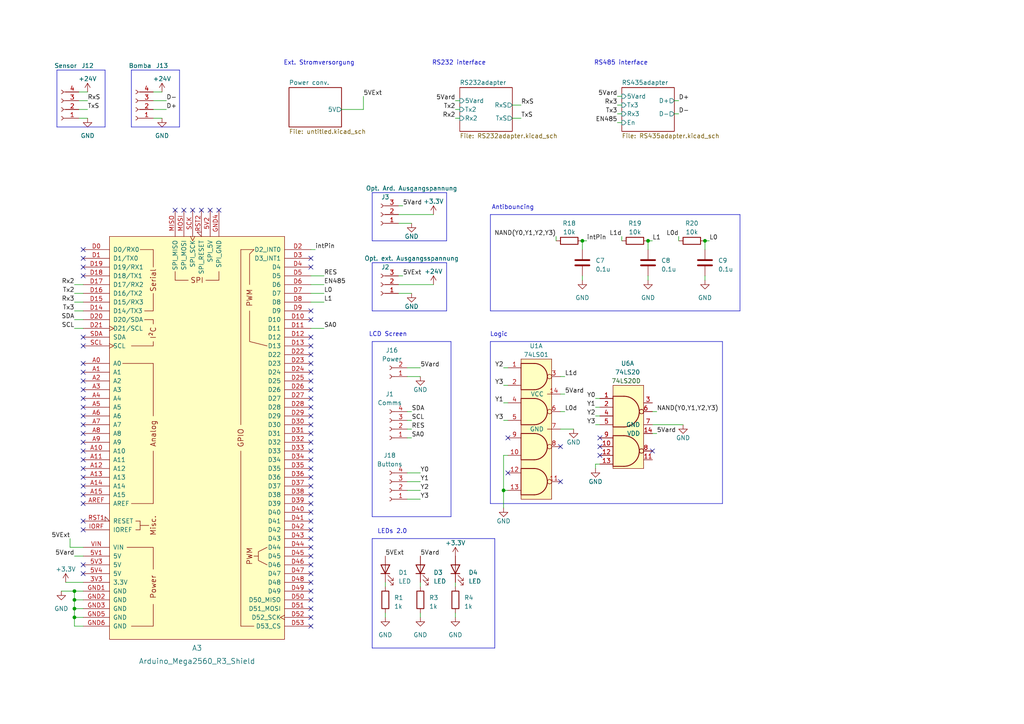
<source format=kicad_sch>
(kicad_sch (version 20230121) (generator eeschema)

  (uuid e63e39d7-6ac0-4ffd-8aa3-1841a4541b55)

  (paper "A4")

  (lib_symbols
    (symbol "74ls20D:74LS20" (pin_names (offset 1.016)) (in_bom yes) (on_board yes)
      (property "Reference" "U" (at 0 1.27 0)
        (effects (font (size 1.27 1.27)))
      )
      (property "Value" "74LS20" (at 0 -1.27 0)
        (effects (font (size 1.27 1.27)))
      )
      (property "Footprint" "" (at 0 0 0)
        (effects (font (size 1.27 1.27)) hide)
      )
      (property "Datasheet" "http://www.ti.com/lit/gpn/sn74LS20" (at 0 0 0)
        (effects (font (size 1.27 1.27)) hide)
      )
      (property "ki_locked" "" (at 0 0 0)
        (effects (font (size 1.27 1.27)))
      )
      (property "ki_keywords" "TTL Nand4" (at 0 0 0)
        (effects (font (size 1.27 1.27)) hide)
      )
      (property "ki_description" "Dual 4-input NAND" (at 0 0 0)
        (effects (font (size 1.27 1.27)) hide)
      )
      (property "ki_fp_filters" "DIP?12*" (at 0 0 0)
        (effects (font (size 1.27 1.27)) hide)
      )
      (symbol "74LS20_1_1"
        (arc (start -0.635 -15.875) (mid 3.7907 -11.43) (end -0.635 -6.985)
          (stroke (width 0.254) (type default))
          (fill (type background))
        )
        (arc (start -0.635 -4.445) (mid 3.7907 0) (end -0.635 4.445)
          (stroke (width 0.254) (type default))
          (fill (type background))
        )
        (polyline
          (pts
            (xy -0.635 -6.985)
            (xy -3.81 -6.985)
            (xy -3.81 -15.875)
            (xy -0.635 -15.875)
          )
          (stroke (width 0.254) (type default))
          (fill (type background))
        )
        (polyline
          (pts
            (xy -0.635 4.445)
            (xy -3.81 4.445)
            (xy -3.81 -4.445)
            (xy -0.635 -4.445)
          )
          (stroke (width 0.254) (type default))
          (fill (type background))
        )
        (polyline
          (pts
            (xy -3.81 7.62)
            (xy 5.08 7.62)
            (xy 5.08 -16.51)
            (xy -3.81 -16.51)
            (xy -3.81 7.62)
          )
          (stroke (width 0) (type default))
          (fill (type color) (color 255 255 194 1))
        )
        (text "74LS20D" (at 0 8.89 0)
          (effects (font (size 1.27 1.27) (color 0 72 0 1)))
        )
        (pin input line (at -7.62 3.81 0) (length 3.81)
          (name "~" (effects (font (size 1.27 1.27))))
          (number "1" (effects (font (size 1.27 1.27))))
        )
        (pin input line (at -7.62 -10.16 0) (length 3.81)
          (name "~" (effects (font (size 1.27 1.27))))
          (number "10" (effects (font (size 1.27 1.27))))
        )
        (pin free line (at 7.62 -13.97 180) (length 2.54)
          (name "~" (effects (font (size 1.27 1.27))))
          (number "11" (effects (font (size 1.27 1.27))))
        )
        (pin input line (at -7.62 -12.7 0) (length 3.81)
          (name "~" (effects (font (size 1.27 1.27))))
          (number "12" (effects (font (size 1.27 1.27))))
        )
        (pin input line (at -7.62 -15.24 0) (length 3.81)
          (name "~" (effects (font (size 1.27 1.27))))
          (number "13" (effects (font (size 1.27 1.27))))
        )
        (pin input line (at 7.62 -6.35 180) (length 2.54)
          (name "VDD" (effects (font (size 1.27 1.27))))
          (number "14" (effects (font (size 1.27 1.27))))
        )
        (pin input line (at -7.62 1.27 0) (length 3.81)
          (name "~" (effects (font (size 1.27 1.27))))
          (number "2" (effects (font (size 1.27 1.27))))
        )
        (pin free line (at 7.62 2.54 180) (length 2.54)
          (name "~" (effects (font (size 1.27 1.27))))
          (number "3" (effects (font (size 1.27 1.27))))
        )
        (pin input line (at -7.62 -1.27 0) (length 3.81)
          (name "~" (effects (font (size 1.27 1.27))))
          (number "4" (effects (font (size 1.27 1.27))))
        )
        (pin input line (at -7.62 -3.81 0) (length 3.81)
          (name "~" (effects (font (size 1.27 1.27))))
          (number "5" (effects (font (size 1.27 1.27))))
        )
        (pin output inverted (at 7.62 0 180) (length 3.81)
          (name "~" (effects (font (size 1.27 1.27))))
          (number "6" (effects (font (size 1.27 1.27))))
        )
        (pin input line (at 7.62 -3.81 180) (length 2.54)
          (name "GND" (effects (font (size 1.27 1.27))))
          (number "7" (effects (font (size 1.27 1.27))))
        )
        (pin output inverted (at 7.62 -11.43 180) (length 3.81)
          (name "~" (effects (font (size 1.27 1.27))))
          (number "8" (effects (font (size 1.27 1.27))))
        )
        (pin input line (at -7.62 -7.62 0) (length 3.81)
          (name "~" (effects (font (size 1.27 1.27))))
          (number "9" (effects (font (size 1.27 1.27))))
        )
      )
      (symbol "74LS20_1_2"
        (arc (start -3.81 -4.445) (mid -2.5908 0) (end -3.81 4.445)
          (stroke (width 0.254) (type default))
          (fill (type none))
        )
        (arc (start -0.6096 -4.445) (mid 2.2246 -2.8422) (end 3.81 0)
          (stroke (width 0.254) (type default))
          (fill (type background))
        )
        (polyline
          (pts
            (xy -3.81 -4.445)
            (xy -0.635 -4.445)
          )
          (stroke (width 0.254) (type default))
          (fill (type background))
        )
        (polyline
          (pts
            (xy -3.81 4.445)
            (xy -0.635 4.445)
          )
          (stroke (width 0.254) (type default))
          (fill (type background))
        )
        (polyline
          (pts
            (xy -0.635 4.445)
            (xy -3.81 4.445)
            (xy -3.81 4.445)
            (xy -3.6322 4.0894)
            (xy -3.0988 2.921)
            (xy -2.7686 1.6764)
            (xy -2.6162 0.4318)
            (xy -2.6416 -0.8636)
            (xy -2.8702 -2.1082)
            (xy -3.2512 -3.3274)
            (xy -3.81 -4.445)
            (xy -3.81 -4.445)
            (xy -0.635 -4.445)
          )
          (stroke (width -25.4) (type default))
          (fill (type background))
        )
        (arc (start 3.81 0) (mid 2.2204 2.8379) (end -0.6096 4.445)
          (stroke (width 0.254) (type default))
          (fill (type background))
        )
        (pin input inverted (at -7.62 3.81 0) (length 3.81)
          (name "~" (effects (font (size 1.27 1.27))))
          (number "1" (effects (font (size 1.27 1.27))))
        )
        (pin input inverted (at -7.62 1.27 0) (length 4.826)
          (name "~" (effects (font (size 1.27 1.27))))
          (number "2" (effects (font (size 1.27 1.27))))
        )
        (pin input inverted (at -7.62 -1.27 0) (length 4.826)
          (name "~" (effects (font (size 1.27 1.27))))
          (number "4" (effects (font (size 1.27 1.27))))
        )
        (pin input inverted (at -7.62 -3.81 0) (length 3.81)
          (name "~" (effects (font (size 1.27 1.27))))
          (number "5" (effects (font (size 1.27 1.27))))
        )
        (pin output line (at 7.62 0 180) (length 3.81)
          (name "~" (effects (font (size 1.27 1.27))))
          (number "6" (effects (font (size 1.27 1.27))))
        )
      )
      (symbol "74LS20_2_1"
        (arc (start -0.635 -4.445) (mid 3.7907 0) (end -0.635 4.445)
          (stroke (width 0.254) (type default))
          (fill (type background))
        )
        (polyline
          (pts
            (xy -0.635 4.445)
            (xy -3.81 4.445)
            (xy -3.81 -4.445)
            (xy -0.635 -4.445)
          )
          (stroke (width 0.254) (type default))
          (fill (type background))
        )
        (pin input line (at -7.62 1.27 0) (length 3.81)
          (name "~" (effects (font (size 1.27 1.27))))
          (number "10" (effects (font (size 1.27 1.27))))
        )
        (pin input line (at -7.62 -1.27 0) (length 3.81)
          (name "~" (effects (font (size 1.27 1.27))))
          (number "12" (effects (font (size 1.27 1.27))))
        )
        (pin input line (at -7.62 -3.81 0) (length 3.81)
          (name "~" (effects (font (size 1.27 1.27))))
          (number "13" (effects (font (size 1.27 1.27))))
        )
        (pin output inverted (at 7.62 0 180) (length 3.81)
          (name "~" (effects (font (size 1.27 1.27))))
          (number "8" (effects (font (size 1.27 1.27))))
        )
        (pin input line (at -7.62 3.81 0) (length 3.81)
          (name "~" (effects (font (size 1.27 1.27))))
          (number "9" (effects (font (size 1.27 1.27))))
        )
      )
      (symbol "74LS20_2_2"
        (arc (start -3.81 -4.445) (mid -2.5908 0) (end -3.81 4.445)
          (stroke (width 0.254) (type default))
          (fill (type none))
        )
        (arc (start -0.6096 -4.445) (mid 2.2246 -2.8422) (end 3.81 0)
          (stroke (width 0.254) (type default))
          (fill (type background))
        )
        (polyline
          (pts
            (xy -3.81 -4.445)
            (xy -0.635 -4.445)
          )
          (stroke (width 0.254) (type default))
          (fill (type background))
        )
        (polyline
          (pts
            (xy -3.81 4.445)
            (xy -0.635 4.445)
          )
          (stroke (width 0.254) (type default))
          (fill (type background))
        )
        (polyline
          (pts
            (xy -0.635 4.445)
            (xy -3.81 4.445)
            (xy -3.81 4.445)
            (xy -3.6322 4.0894)
            (xy -3.0988 2.921)
            (xy -2.7686 1.6764)
            (xy -2.6162 0.4318)
            (xy -2.6416 -0.8636)
            (xy -2.8702 -2.1082)
            (xy -3.2512 -3.3274)
            (xy -3.81 -4.445)
            (xy -3.81 -4.445)
            (xy -0.635 -4.445)
          )
          (stroke (width -25.4) (type default))
          (fill (type background))
        )
        (arc (start 3.81 0) (mid 2.2204 2.8379) (end -0.6096 4.445)
          (stroke (width 0.254) (type default))
          (fill (type background))
        )
        (pin input inverted (at -7.62 1.27 0) (length 4.826)
          (name "~" (effects (font (size 1.27 1.27))))
          (number "10" (effects (font (size 1.27 1.27))))
        )
        (pin input inverted (at -7.62 -1.27 0) (length 4.826)
          (name "~" (effects (font (size 1.27 1.27))))
          (number "12" (effects (font (size 1.27 1.27))))
        )
        (pin input inverted (at -7.62 -3.81 0) (length 3.81)
          (name "~" (effects (font (size 1.27 1.27))))
          (number "13" (effects (font (size 1.27 1.27))))
        )
        (pin output line (at 7.62 0 180) (length 3.81)
          (name "~" (effects (font (size 1.27 1.27))))
          (number "8" (effects (font (size 1.27 1.27))))
        )
        (pin input inverted (at -7.62 3.81 0) (length 3.81)
          (name "~" (effects (font (size 1.27 1.27))))
          (number "9" (effects (font (size 1.27 1.27))))
        )
      )
      (symbol "74LS20_3_0"
        (pin power_in line (at 0 12.7 270) (length 5.08)
          (name "VCC" (effects (font (size 1.27 1.27))))
          (number "14" (effects (font (size 1.27 1.27))))
        )
        (pin power_in line (at 0 -12.7 90) (length 5.08)
          (name "GND" (effects (font (size 1.27 1.27))))
          (number "7" (effects (font (size 1.27 1.27))))
        )
      )
      (symbol "74LS20_3_1"
        (rectangle (start -5.08 7.62) (end 5.08 -7.62)
          (stroke (width 0.254) (type default))
          (fill (type background))
        )
      )
    )
    (symbol "Conn_01x04_Female_1" (pin_names (offset 1.016) hide) (in_bom yes) (on_board yes)
      (property "Reference" "J" (at 0 5.08 0)
        (effects (font (size 1.27 1.27)))
      )
      (property "Value" "Conn_01x04_Female_1" (at 0 -7.62 0)
        (effects (font (size 1.27 1.27)))
      )
      (property "Footprint" "" (at 0 0 0)
        (effects (font (size 1.27 1.27)) hide)
      )
      (property "Datasheet" "~" (at 0 0 0)
        (effects (font (size 1.27 1.27)) hide)
      )
      (property "ki_keywords" "connector" (at 0 0 0)
        (effects (font (size 1.27 1.27)) hide)
      )
      (property "ki_description" "Generic connector, single row, 01x04, script generated (kicad-library-utils/schlib/autogen/connector/)" (at 0 0 0)
        (effects (font (size 1.27 1.27)) hide)
      )
      (property "ki_fp_filters" "Connector*:*_1x??_*" (at 0 0 0)
        (effects (font (size 1.27 1.27)) hide)
      )
      (symbol "Conn_01x04_Female_1_1_1"
        (arc (start 0 -4.572) (mid -0.5058 -5.08) (end 0 -5.588)
          (stroke (width 0.1524) (type default))
          (fill (type none))
        )
        (arc (start 0 -2.032) (mid -0.5058 -2.54) (end 0 -3.048)
          (stroke (width 0.1524) (type default))
          (fill (type none))
        )
        (polyline
          (pts
            (xy -1.27 -5.08)
            (xy -0.508 -5.08)
          )
          (stroke (width 0.1524) (type default))
          (fill (type none))
        )
        (polyline
          (pts
            (xy -1.27 -2.54)
            (xy -0.508 -2.54)
          )
          (stroke (width 0.1524) (type default))
          (fill (type none))
        )
        (polyline
          (pts
            (xy -1.27 0)
            (xy -0.508 0)
          )
          (stroke (width 0.1524) (type default))
          (fill (type none))
        )
        (polyline
          (pts
            (xy -1.27 2.54)
            (xy -0.508 2.54)
          )
          (stroke (width 0.1524) (type default))
          (fill (type none))
        )
        (arc (start 0 0.508) (mid -0.5058 0) (end 0 -0.508)
          (stroke (width 0.1524) (type default))
          (fill (type none))
        )
        (arc (start 0 3.048) (mid -0.5058 2.54) (end 0 2.032)
          (stroke (width 0.1524) (type default))
          (fill (type none))
        )
        (pin passive line (at -5.08 2.54 0) (length 3.81)
          (name "Pin_1" (effects (font (size 1.27 1.27))))
          (number "1" (effects (font (size 1.27 1.27))))
        )
        (pin passive line (at -5.08 0 0) (length 3.81)
          (name "Pin_2" (effects (font (size 1.27 1.27))))
          (number "2" (effects (font (size 1.27 1.27))))
        )
        (pin passive line (at -5.08 -2.54 0) (length 3.81)
          (name "Pin_3" (effects (font (size 1.27 1.27))))
          (number "3" (effects (font (size 1.27 1.27))))
        )
        (pin passive line (at -5.08 -5.08 0) (length 3.81)
          (name "Pin_4" (effects (font (size 1.27 1.27))))
          (number "4" (effects (font (size 1.27 1.27))))
        )
      )
    )
    (symbol "Connector:Conn_01x02_Female" (pin_names (offset 1.016) hide) (in_bom yes) (on_board yes)
      (property "Reference" "J" (at 0 2.54 0)
        (effects (font (size 1.27 1.27)))
      )
      (property "Value" "Conn_01x02_Female" (at 0 -5.08 0)
        (effects (font (size 1.27 1.27)))
      )
      (property "Footprint" "" (at 0 0 0)
        (effects (font (size 1.27 1.27)) hide)
      )
      (property "Datasheet" "~" (at 0 0 0)
        (effects (font (size 1.27 1.27)) hide)
      )
      (property "ki_keywords" "connector" (at 0 0 0)
        (effects (font (size 1.27 1.27)) hide)
      )
      (property "ki_description" "Generic connector, single row, 01x02, script generated (kicad-library-utils/schlib/autogen/connector/)" (at 0 0 0)
        (effects (font (size 1.27 1.27)) hide)
      )
      (property "ki_fp_filters" "Connector*:*_1x??_*" (at 0 0 0)
        (effects (font (size 1.27 1.27)) hide)
      )
      (symbol "Conn_01x02_Female_1_1"
        (arc (start 0 -2.032) (mid -0.5058 -2.54) (end 0 -3.048)
          (stroke (width 0.1524) (type default))
          (fill (type none))
        )
        (polyline
          (pts
            (xy -1.27 -2.54)
            (xy -0.508 -2.54)
          )
          (stroke (width 0.1524) (type default))
          (fill (type none))
        )
        (polyline
          (pts
            (xy -1.27 0)
            (xy -0.508 0)
          )
          (stroke (width 0.1524) (type default))
          (fill (type none))
        )
        (arc (start 0 0.508) (mid -0.5058 0) (end 0 -0.508)
          (stroke (width 0.1524) (type default))
          (fill (type none))
        )
        (pin passive line (at -5.08 0 0) (length 3.81)
          (name "Pin_1" (effects (font (size 1.27 1.27))))
          (number "1" (effects (font (size 1.27 1.27))))
        )
        (pin passive line (at -5.08 -2.54 0) (length 3.81)
          (name "Pin_2" (effects (font (size 1.27 1.27))))
          (number "2" (effects (font (size 1.27 1.27))))
        )
      )
    )
    (symbol "Connector:Conn_01x03_Socket" (pin_names (offset 1.016) hide) (in_bom yes) (on_board yes)
      (property "Reference" "J" (at 0 5.08 0)
        (effects (font (size 1.27 1.27)))
      )
      (property "Value" "Conn_01x03_Socket" (at 0 -5.08 0)
        (effects (font (size 1.27 1.27)))
      )
      (property "Footprint" "" (at 0 0 0)
        (effects (font (size 1.27 1.27)) hide)
      )
      (property "Datasheet" "~" (at 0 0 0)
        (effects (font (size 1.27 1.27)) hide)
      )
      (property "ki_locked" "" (at 0 0 0)
        (effects (font (size 1.27 1.27)))
      )
      (property "ki_keywords" "connector" (at 0 0 0)
        (effects (font (size 1.27 1.27)) hide)
      )
      (property "ki_description" "Generic connector, single row, 01x03, script generated" (at 0 0 0)
        (effects (font (size 1.27 1.27)) hide)
      )
      (property "ki_fp_filters" "Connector*:*_1x??_*" (at 0 0 0)
        (effects (font (size 1.27 1.27)) hide)
      )
      (symbol "Conn_01x03_Socket_1_1"
        (arc (start 0 -2.032) (mid -0.5058 -2.54) (end 0 -3.048)
          (stroke (width 0.1524) (type default))
          (fill (type none))
        )
        (polyline
          (pts
            (xy -1.27 -2.54)
            (xy -0.508 -2.54)
          )
          (stroke (width 0.1524) (type default))
          (fill (type none))
        )
        (polyline
          (pts
            (xy -1.27 0)
            (xy -0.508 0)
          )
          (stroke (width 0.1524) (type default))
          (fill (type none))
        )
        (polyline
          (pts
            (xy -1.27 2.54)
            (xy -0.508 2.54)
          )
          (stroke (width 0.1524) (type default))
          (fill (type none))
        )
        (arc (start 0 0.508) (mid -0.5058 0) (end 0 -0.508)
          (stroke (width 0.1524) (type default))
          (fill (type none))
        )
        (arc (start 0 3.048) (mid -0.5058 2.54) (end 0 2.032)
          (stroke (width 0.1524) (type default))
          (fill (type none))
        )
        (pin passive line (at -5.08 2.54 0) (length 3.81)
          (name "Pin_1" (effects (font (size 1.27 1.27))))
          (number "1" (effects (font (size 1.27 1.27))))
        )
        (pin passive line (at -5.08 0 0) (length 3.81)
          (name "Pin_2" (effects (font (size 1.27 1.27))))
          (number "2" (effects (font (size 1.27 1.27))))
        )
        (pin passive line (at -5.08 -2.54 0) (length 3.81)
          (name "Pin_3" (effects (font (size 1.27 1.27))))
          (number "3" (effects (font (size 1.27 1.27))))
        )
      )
    )
    (symbol "Connector:Conn_01x04_Female" (pin_names (offset 1.016) hide) (in_bom yes) (on_board yes)
      (property "Reference" "J" (at 0 5.08 0)
        (effects (font (size 1.27 1.27)))
      )
      (property "Value" "Conn_01x04_Female" (at 0 -7.62 0)
        (effects (font (size 1.27 1.27)))
      )
      (property "Footprint" "" (at 0 0 0)
        (effects (font (size 1.27 1.27)) hide)
      )
      (property "Datasheet" "~" (at 0 0 0)
        (effects (font (size 1.27 1.27)) hide)
      )
      (property "ki_keywords" "connector" (at 0 0 0)
        (effects (font (size 1.27 1.27)) hide)
      )
      (property "ki_description" "Generic connector, single row, 01x04, script generated (kicad-library-utils/schlib/autogen/connector/)" (at 0 0 0)
        (effects (font (size 1.27 1.27)) hide)
      )
      (property "ki_fp_filters" "Connector*:*_1x??_*" (at 0 0 0)
        (effects (font (size 1.27 1.27)) hide)
      )
      (symbol "Conn_01x04_Female_1_1"
        (arc (start 0 -4.572) (mid -0.5058 -5.08) (end 0 -5.588)
          (stroke (width 0.1524) (type default))
          (fill (type none))
        )
        (arc (start 0 -2.032) (mid -0.5058 -2.54) (end 0 -3.048)
          (stroke (width 0.1524) (type default))
          (fill (type none))
        )
        (polyline
          (pts
            (xy -1.27 -5.08)
            (xy -0.508 -5.08)
          )
          (stroke (width 0.1524) (type default))
          (fill (type none))
        )
        (polyline
          (pts
            (xy -1.27 -2.54)
            (xy -0.508 -2.54)
          )
          (stroke (width 0.1524) (type default))
          (fill (type none))
        )
        (polyline
          (pts
            (xy -1.27 0)
            (xy -0.508 0)
          )
          (stroke (width 0.1524) (type default))
          (fill (type none))
        )
        (polyline
          (pts
            (xy -1.27 2.54)
            (xy -0.508 2.54)
          )
          (stroke (width 0.1524) (type default))
          (fill (type none))
        )
        (arc (start 0 0.508) (mid -0.5058 0) (end 0 -0.508)
          (stroke (width 0.1524) (type default))
          (fill (type none))
        )
        (arc (start 0 3.048) (mid -0.5058 2.54) (end 0 2.032)
          (stroke (width 0.1524) (type default))
          (fill (type none))
        )
        (pin passive line (at -5.08 2.54 0) (length 3.81)
          (name "Pin_1" (effects (font (size 1.27 1.27))))
          (number "1" (effects (font (size 1.27 1.27))))
        )
        (pin passive line (at -5.08 0 0) (length 3.81)
          (name "Pin_2" (effects (font (size 1.27 1.27))))
          (number "2" (effects (font (size 1.27 1.27))))
        )
        (pin passive line (at -5.08 -2.54 0) (length 3.81)
          (name "Pin_3" (effects (font (size 1.27 1.27))))
          (number "3" (effects (font (size 1.27 1.27))))
        )
        (pin passive line (at -5.08 -5.08 0) (length 3.81)
          (name "Pin_4" (effects (font (size 1.27 1.27))))
          (number "4" (effects (font (size 1.27 1.27))))
        )
      )
    )
    (symbol "Connector:Conn_01x04_Socket" (pin_names (offset 1.016) hide) (in_bom yes) (on_board yes)
      (property "Reference" "J" (at 0 5.08 0)
        (effects (font (size 1.27 1.27)))
      )
      (property "Value" "Conn_01x04_Socket" (at 0 -7.62 0)
        (effects (font (size 1.27 1.27)))
      )
      (property "Footprint" "" (at 0 0 0)
        (effects (font (size 1.27 1.27)) hide)
      )
      (property "Datasheet" "~" (at 0 0 0)
        (effects (font (size 1.27 1.27)) hide)
      )
      (property "ki_locked" "" (at 0 0 0)
        (effects (font (size 1.27 1.27)))
      )
      (property "ki_keywords" "connector" (at 0 0 0)
        (effects (font (size 1.27 1.27)) hide)
      )
      (property "ki_description" "Generic connector, single row, 01x04, script generated" (at 0 0 0)
        (effects (font (size 1.27 1.27)) hide)
      )
      (property "ki_fp_filters" "Connector*:*_1x??_*" (at 0 0 0)
        (effects (font (size 1.27 1.27)) hide)
      )
      (symbol "Conn_01x04_Socket_1_1"
        (arc (start 0 -4.572) (mid -0.5058 -5.08) (end 0 -5.588)
          (stroke (width 0.1524) (type default))
          (fill (type none))
        )
        (arc (start 0 -2.032) (mid -0.5058 -2.54) (end 0 -3.048)
          (stroke (width 0.1524) (type default))
          (fill (type none))
        )
        (polyline
          (pts
            (xy -1.27 -5.08)
            (xy -0.508 -5.08)
          )
          (stroke (width 0.1524) (type default))
          (fill (type none))
        )
        (polyline
          (pts
            (xy -1.27 -2.54)
            (xy -0.508 -2.54)
          )
          (stroke (width 0.1524) (type default))
          (fill (type none))
        )
        (polyline
          (pts
            (xy -1.27 0)
            (xy -0.508 0)
          )
          (stroke (width 0.1524) (type default))
          (fill (type none))
        )
        (polyline
          (pts
            (xy -1.27 2.54)
            (xy -0.508 2.54)
          )
          (stroke (width 0.1524) (type default))
          (fill (type none))
        )
        (arc (start 0 0.508) (mid -0.5058 0) (end 0 -0.508)
          (stroke (width 0.1524) (type default))
          (fill (type none))
        )
        (arc (start 0 3.048) (mid -0.5058 2.54) (end 0 2.032)
          (stroke (width 0.1524) (type default))
          (fill (type none))
        )
        (pin passive line (at -5.08 2.54 0) (length 3.81)
          (name "Pin_1" (effects (font (size 1.27 1.27))))
          (number "1" (effects (font (size 1.27 1.27))))
        )
        (pin passive line (at -5.08 0 0) (length 3.81)
          (name "Pin_2" (effects (font (size 1.27 1.27))))
          (number "2" (effects (font (size 1.27 1.27))))
        )
        (pin passive line (at -5.08 -2.54 0) (length 3.81)
          (name "Pin_3" (effects (font (size 1.27 1.27))))
          (number "3" (effects (font (size 1.27 1.27))))
        )
        (pin passive line (at -5.08 -5.08 0) (length 3.81)
          (name "Pin_4" (effects (font (size 1.27 1.27))))
          (number "4" (effects (font (size 1.27 1.27))))
        )
      )
    )
    (symbol "Device:C" (pin_numbers hide) (pin_names (offset 0.254)) (in_bom yes) (on_board yes)
      (property "Reference" "C" (at 0.635 2.54 0)
        (effects (font (size 1.27 1.27)) (justify left))
      )
      (property "Value" "C" (at 0.635 -2.54 0)
        (effects (font (size 1.27 1.27)) (justify left))
      )
      (property "Footprint" "" (at 0.9652 -3.81 0)
        (effects (font (size 1.27 1.27)) hide)
      )
      (property "Datasheet" "~" (at 0 0 0)
        (effects (font (size 1.27 1.27)) hide)
      )
      (property "ki_keywords" "cap capacitor" (at 0 0 0)
        (effects (font (size 1.27 1.27)) hide)
      )
      (property "ki_description" "Unpolarized capacitor" (at 0 0 0)
        (effects (font (size 1.27 1.27)) hide)
      )
      (property "ki_fp_filters" "C_*" (at 0 0 0)
        (effects (font (size 1.27 1.27)) hide)
      )
      (symbol "C_0_1"
        (polyline
          (pts
            (xy -2.032 -0.762)
            (xy 2.032 -0.762)
          )
          (stroke (width 0.508) (type default))
          (fill (type none))
        )
        (polyline
          (pts
            (xy -2.032 0.762)
            (xy 2.032 0.762)
          )
          (stroke (width 0.508) (type default))
          (fill (type none))
        )
      )
      (symbol "C_1_1"
        (pin passive line (at 0 3.81 270) (length 2.794)
          (name "~" (effects (font (size 1.27 1.27))))
          (number "1" (effects (font (size 1.27 1.27))))
        )
        (pin passive line (at 0 -3.81 90) (length 2.794)
          (name "~" (effects (font (size 1.27 1.27))))
          (number "2" (effects (font (size 1.27 1.27))))
        )
      )
    )
    (symbol "Device:LED" (pin_numbers hide) (pin_names (offset 1.016) hide) (in_bom yes) (on_board yes)
      (property "Reference" "D" (at 0 2.54 0)
        (effects (font (size 1.27 1.27)))
      )
      (property "Value" "LED" (at 0 -2.54 0)
        (effects (font (size 1.27 1.27)))
      )
      (property "Footprint" "" (at 0 0 0)
        (effects (font (size 1.27 1.27)) hide)
      )
      (property "Datasheet" "~" (at 0 0 0)
        (effects (font (size 1.27 1.27)) hide)
      )
      (property "ki_keywords" "LED diode" (at 0 0 0)
        (effects (font (size 1.27 1.27)) hide)
      )
      (property "ki_description" "Light emitting diode" (at 0 0 0)
        (effects (font (size 1.27 1.27)) hide)
      )
      (property "ki_fp_filters" "LED* LED_SMD:* LED_THT:*" (at 0 0 0)
        (effects (font (size 1.27 1.27)) hide)
      )
      (symbol "LED_0_1"
        (polyline
          (pts
            (xy -1.27 -1.27)
            (xy -1.27 1.27)
          )
          (stroke (width 0.254) (type default))
          (fill (type none))
        )
        (polyline
          (pts
            (xy -1.27 0)
            (xy 1.27 0)
          )
          (stroke (width 0) (type default))
          (fill (type none))
        )
        (polyline
          (pts
            (xy 1.27 -1.27)
            (xy 1.27 1.27)
            (xy -1.27 0)
            (xy 1.27 -1.27)
          )
          (stroke (width 0.254) (type default))
          (fill (type none))
        )
        (polyline
          (pts
            (xy -3.048 -0.762)
            (xy -4.572 -2.286)
            (xy -3.81 -2.286)
            (xy -4.572 -2.286)
            (xy -4.572 -1.524)
          )
          (stroke (width 0) (type default))
          (fill (type none))
        )
        (polyline
          (pts
            (xy -1.778 -0.762)
            (xy -3.302 -2.286)
            (xy -2.54 -2.286)
            (xy -3.302 -2.286)
            (xy -3.302 -1.524)
          )
          (stroke (width 0) (type default))
          (fill (type none))
        )
      )
      (symbol "LED_1_1"
        (pin passive line (at -3.81 0 0) (length 2.54)
          (name "K" (effects (font (size 1.27 1.27))))
          (number "1" (effects (font (size 1.27 1.27))))
        )
        (pin passive line (at 3.81 0 180) (length 2.54)
          (name "A" (effects (font (size 1.27 1.27))))
          (number "2" (effects (font (size 1.27 1.27))))
        )
      )
    )
    (symbol "Device:R" (pin_numbers hide) (pin_names (offset 0)) (in_bom yes) (on_board yes)
      (property "Reference" "R" (at 2.032 0 90)
        (effects (font (size 1.27 1.27)))
      )
      (property "Value" "R" (at 0 0 90)
        (effects (font (size 1.27 1.27)))
      )
      (property "Footprint" "" (at -1.778 0 90)
        (effects (font (size 1.27 1.27)) hide)
      )
      (property "Datasheet" "~" (at 0 0 0)
        (effects (font (size 1.27 1.27)) hide)
      )
      (property "ki_keywords" "R res resistor" (at 0 0 0)
        (effects (font (size 1.27 1.27)) hide)
      )
      (property "ki_description" "Resistor" (at 0 0 0)
        (effects (font (size 1.27 1.27)) hide)
      )
      (property "ki_fp_filters" "R_*" (at 0 0 0)
        (effects (font (size 1.27 1.27)) hide)
      )
      (symbol "R_0_1"
        (rectangle (start -1.016 -2.54) (end 1.016 2.54)
          (stroke (width 0.254) (type default))
          (fill (type none))
        )
      )
      (symbol "R_1_1"
        (pin passive line (at 0 3.81 270) (length 1.27)
          (name "~" (effects (font (size 1.27 1.27))))
          (number "1" (effects (font (size 1.27 1.27))))
        )
        (pin passive line (at 0 -3.81 90) (length 1.27)
          (name "~" (effects (font (size 1.27 1.27))))
          (number "2" (effects (font (size 1.27 1.27))))
        )
      )
    )
    (symbol "GND_1" (power) (pin_names (offset 0)) (in_bom yes) (on_board yes)
      (property "Reference" "#PWR" (at 0 -6.35 0)
        (effects (font (size 1.27 1.27)) hide)
      )
      (property "Value" "GND_1" (at 0 -3.81 0)
        (effects (font (size 1.27 1.27)))
      )
      (property "Footprint" "" (at 0 0 0)
        (effects (font (size 1.27 1.27)) hide)
      )
      (property "Datasheet" "" (at 0 0 0)
        (effects (font (size 1.27 1.27)) hide)
      )
      (property "ki_keywords" "global power" (at 0 0 0)
        (effects (font (size 1.27 1.27)) hide)
      )
      (property "ki_description" "Power symbol creates a global label with name \"GND\" , ground" (at 0 0 0)
        (effects (font (size 1.27 1.27)) hide)
      )
      (symbol "GND_1_0_1"
        (polyline
          (pts
            (xy 0 0)
            (xy 0 -1.27)
            (xy 1.27 -1.27)
            (xy 0 -2.54)
            (xy -1.27 -1.27)
            (xy 0 -1.27)
          )
          (stroke (width 0) (type default))
          (fill (type none))
        )
      )
      (symbol "GND_1_1_1"
        (pin power_in line (at 0 0 270) (length 0) hide
          (name "GND" (effects (font (size 1.27 1.27))))
          (number "1" (effects (font (size 1.27 1.27))))
        )
      )
    )
    (symbol "MM74HC:MM74HC00M" (pin_names (offset 1.016)) (in_bom yes) (on_board yes)
      (property "Reference" "U" (at -6.35 -6.35 0)
        (effects (font (size 1.27 1.27)))
      )
      (property "Value" "74LS01" (at -6.35 -8.89 0)
        (effects (font (size 1.27 1.27)))
      )
      (property "Footprint" "" (at -6.35 -7.62 0)
        (effects (font (size 1.27 1.27)) hide)
      )
      (property "Datasheet" "http://www.nteinc.com/specs/7400to7499/pdf/nte74LS01.pdf" (at 0 0 0)
        (effects (font (size 1.27 1.27)) hide)
      )
      (property "ki_locked" "" (at 0 0 0)
        (effects (font (size 1.27 1.27)))
      )
      (property "ki_keywords" "TTL nand 2-input open collector" (at 0 0 0)
        (effects (font (size 1.27 1.27)) hide)
      )
      (property "ki_description" "quad 2-input NAND gate, open collector outputs NRND" (at 0 0 0)
        (effects (font (size 1.27 1.27)) hide)
      )
      (property "ki_fp_filters" "DIP*W7.62mm*" (at 0 0 0)
        (effects (font (size 1.27 1.27)) hide)
      )
      (symbol "MM74HC00M_1_1"
        (arc (start -6.35 -41.91) (mid -2.5566 -38.1) (end -6.35 -34.29)
          (stroke (width 0.254) (type default))
          (fill (type background))
        )
        (arc (start -6.35 -31.75) (mid -2.5566 -27.94) (end -6.35 -24.13)
          (stroke (width 0.254) (type default))
          (fill (type background))
        )
        (arc (start -6.35 -21.59) (mid -2.5566 -17.78) (end -6.35 -13.97)
          (stroke (width 0.254) (type default))
          (fill (type background))
        )
        (arc (start -6.35 -11.43) (mid -2.5566 -7.62) (end -6.35 -3.81)
          (stroke (width 0.254) (type default))
          (fill (type background))
        )
        (polyline
          (pts
            (xy -6.35 -34.29)
            (xy -10.16 -34.29)
            (xy -10.16 -41.91)
            (xy -6.35 -41.91)
          )
          (stroke (width 0.254) (type default))
          (fill (type background))
        )
        (polyline
          (pts
            (xy -6.35 -24.13)
            (xy -10.16 -24.13)
            (xy -10.16 -31.75)
            (xy -6.35 -31.75)
          )
          (stroke (width 0.254) (type default))
          (fill (type background))
        )
        (polyline
          (pts
            (xy -6.35 -13.97)
            (xy -10.16 -13.97)
            (xy -10.16 -21.59)
            (xy -6.35 -21.59)
          )
          (stroke (width 0.254) (type default))
          (fill (type background))
        )
        (polyline
          (pts
            (xy -6.35 -3.81)
            (xy -10.16 -3.81)
            (xy -10.16 -11.43)
            (xy -6.35 -11.43)
          )
          (stroke (width 0.254) (type default))
          (fill (type background))
        )
        (polyline
          (pts
            (xy -10.16 -2.54)
            (xy -1.27 -2.54)
            (xy -1.27 -43.18)
            (xy -10.16 -43.18)
            (xy -10.16 -2.54)
          )
          (stroke (width 0) (type default))
          (fill (type color) (color 255 255 194 1))
        )
        (pin input line (at -13.97 -5.08 0) (length 3.81)
          (name "~" (effects (font (size 1.27 1.27))))
          (number "1" (effects (font (size 1.27 1.27))))
        )
        (pin input line (at -13.97 -30.48 0) (length 3.81)
          (name "~" (effects (font (size 1.27 1.27))))
          (number "10" (effects (font (size 1.27 1.27))))
        )
        (pin output inverted (at 1.27 -38.1 180) (length 3.81)
          (name "~" (effects (font (size 1.27 1.27))))
          (number "11" (effects (font (size 1.27 1.27))))
        )
        (pin input line (at -13.97 -35.56 0) (length 3.81)
          (name "~" (effects (font (size 1.27 1.27))))
          (number "12" (effects (font (size 1.27 1.27))))
        )
        (pin input line (at -13.97 -40.64 0) (length 3.81)
          (name "~" (effects (font (size 1.27 1.27))))
          (number "13" (effects (font (size 1.27 1.27))))
        )
        (pin input line (at 1.27 -12.7 180) (length 3.81)
          (name "VCC" (effects (font (size 1.27 1.27))))
          (number "14" (effects (font (size 1.27 1.27))))
        )
        (pin input line (at -13.97 -10.16 0) (length 3.81)
          (name "~" (effects (font (size 1.27 1.27))))
          (number "2" (effects (font (size 1.27 1.27))))
        )
        (pin output inverted (at 1.27 -7.62 180) (length 3.81)
          (name "~" (effects (font (size 1.27 1.27))))
          (number "3" (effects (font (size 1.27 1.27))))
        )
        (pin input line (at -13.97 -15.24 0) (length 3.81)
          (name "~" (effects (font (size 1.27 1.27))))
          (number "4" (effects (font (size 1.27 1.27))))
        )
        (pin input line (at -13.97 -20.32 0) (length 3.81)
          (name "~" (effects (font (size 1.27 1.27))))
          (number "5" (effects (font (size 1.27 1.27))))
        )
        (pin output inverted (at 1.27 -17.78 180) (length 3.81)
          (name "~" (effects (font (size 1.27 1.27))))
          (number "6" (effects (font (size 1.27 1.27))))
        )
        (pin input line (at 1.27 -22.86 180) (length 3.81)
          (name "GND" (effects (font (size 1.27 1.27))))
          (number "7" (effects (font (size 1.27 1.27))))
        )
        (pin output inverted (at 1.27 -27.94 180) (length 3.81)
          (name "~" (effects (font (size 1.27 1.27))))
          (number "8" (effects (font (size 1.27 1.27))))
        )
        (pin input line (at -13.97 -25.4 0) (length 3.81)
          (name "~" (effects (font (size 1.27 1.27))))
          (number "9" (effects (font (size 1.27 1.27))))
        )
      )
      (symbol "MM74HC00M_1_2"
        (arc (start -3.81 -3.81) (mid -2.589 0) (end -3.81 3.81)
          (stroke (width 0.254) (type default))
          (fill (type none))
        )
        (arc (start -0.6096 -3.81) (mid 2.1842 -2.5851) (end 3.81 0)
          (stroke (width 0.254) (type default))
          (fill (type background))
        )
        (polyline
          (pts
            (xy -3.81 -3.81)
            (xy -0.635 -3.81)
          )
          (stroke (width 0.254) (type default))
          (fill (type background))
        )
        (polyline
          (pts
            (xy -3.81 3.81)
            (xy -0.635 3.81)
          )
          (stroke (width 0.254) (type default))
          (fill (type background))
        )
        (polyline
          (pts
            (xy -0.635 3.81)
            (xy -3.81 3.81)
            (xy -3.81 3.81)
            (xy -3.556 3.4036)
            (xy -3.0226 2.2606)
            (xy -2.6924 1.0414)
            (xy -2.6162 -0.254)
            (xy -2.7686 -1.4986)
            (xy -3.175 -2.7178)
            (xy -3.81 -3.81)
            (xy -3.81 -3.81)
            (xy -0.635 -3.81)
          )
          (stroke (width -25.4) (type default))
          (fill (type background))
        )
        (arc (start 3.81 0) (mid 2.1915 2.5936) (end -0.6096 3.81)
          (stroke (width 0.254) (type default))
          (fill (type background))
        )
        (pin open_collector line (at 7.62 0 180) (length 3.81)
          (name "~" (effects (font (size 1.27 1.27))))
          (number "1" (effects (font (size 1.27 1.27))))
        )
        (pin input inverted (at -7.62 2.54 0) (length 4.318)
          (name "~" (effects (font (size 1.27 1.27))))
          (number "2" (effects (font (size 1.27 1.27))))
        )
        (pin input inverted (at -7.62 -2.54 0) (length 4.318)
          (name "~" (effects (font (size 1.27 1.27))))
          (number "3" (effects (font (size 1.27 1.27))))
        )
      )
      (symbol "MM74HC00M_2_1"
        (arc (start 0 -3.81) (mid 3.7934 0) (end 0 3.81)
          (stroke (width 0.254) (type default))
          (fill (type background))
        )
        (polyline
          (pts
            (xy 0 3.81)
            (xy -3.81 3.81)
            (xy -3.81 -3.81)
            (xy 0 -3.81)
          )
          (stroke (width 0.254) (type default))
          (fill (type background))
        )
        (pin open_collector inverted (at 7.62 0 180) (length 3.81)
          (name "~" (effects (font (size 1.27 1.27))))
          (number "4" (effects (font (size 1.27 1.27))))
        )
        (pin input line (at -7.62 2.54 0) (length 3.81)
          (name "~" (effects (font (size 1.27 1.27))))
          (number "5" (effects (font (size 1.27 1.27))))
        )
        (pin input line (at -7.62 -2.54 0) (length 3.81)
          (name "~" (effects (font (size 1.27 1.27))))
          (number "6" (effects (font (size 1.27 1.27))))
        )
      )
      (symbol "MM74HC00M_2_2"
        (arc (start -3.81 -3.81) (mid -2.589 0) (end -3.81 3.81)
          (stroke (width 0.254) (type default))
          (fill (type none))
        )
        (arc (start -0.6096 -3.81) (mid 2.1842 -2.5851) (end 3.81 0)
          (stroke (width 0.254) (type default))
          (fill (type background))
        )
        (polyline
          (pts
            (xy -3.81 -3.81)
            (xy -0.635 -3.81)
          )
          (stroke (width 0.254) (type default))
          (fill (type background))
        )
        (polyline
          (pts
            (xy -3.81 3.81)
            (xy -0.635 3.81)
          )
          (stroke (width 0.254) (type default))
          (fill (type background))
        )
        (polyline
          (pts
            (xy -0.635 3.81)
            (xy -3.81 3.81)
            (xy -3.81 3.81)
            (xy -3.556 3.4036)
            (xy -3.0226 2.2606)
            (xy -2.6924 1.0414)
            (xy -2.6162 -0.254)
            (xy -2.7686 -1.4986)
            (xy -3.175 -2.7178)
            (xy -3.81 -3.81)
            (xy -3.81 -3.81)
            (xy -0.635 -3.81)
          )
          (stroke (width -25.4) (type default))
          (fill (type background))
        )
        (arc (start 3.81 0) (mid 2.1915 2.5936) (end -0.6096 3.81)
          (stroke (width 0.254) (type default))
          (fill (type background))
        )
        (pin open_collector line (at 7.62 0 180) (length 3.81)
          (name "~" (effects (font (size 1.27 1.27))))
          (number "4" (effects (font (size 1.27 1.27))))
        )
        (pin input inverted (at -7.62 2.54 0) (length 4.318)
          (name "~" (effects (font (size 1.27 1.27))))
          (number "5" (effects (font (size 1.27 1.27))))
        )
        (pin input inverted (at -7.62 -2.54 0) (length 4.318)
          (name "~" (effects (font (size 1.27 1.27))))
          (number "6" (effects (font (size 1.27 1.27))))
        )
      )
      (symbol "MM74HC00M_3_1"
        (arc (start 0 -3.81) (mid 3.7934 0) (end 0 3.81)
          (stroke (width 0.254) (type default))
          (fill (type background))
        )
        (polyline
          (pts
            (xy 0 3.81)
            (xy -3.81 3.81)
            (xy -3.81 -3.81)
            (xy 0 -3.81)
          )
          (stroke (width 0.254) (type default))
          (fill (type background))
        )
        (pin open_collector inverted (at 7.62 0 180) (length 3.81)
          (name "~" (effects (font (size 1.27 1.27))))
          (number "10" (effects (font (size 1.27 1.27))))
        )
        (pin input line (at -7.62 2.54 0) (length 3.81)
          (name "~" (effects (font (size 1.27 1.27))))
          (number "8" (effects (font (size 1.27 1.27))))
        )
        (pin input line (at -7.62 -2.54 0) (length 3.81)
          (name "~" (effects (font (size 1.27 1.27))))
          (number "9" (effects (font (size 1.27 1.27))))
        )
      )
      (symbol "MM74HC00M_3_2"
        (arc (start -3.81 -3.81) (mid -2.589 0) (end -3.81 3.81)
          (stroke (width 0.254) (type default))
          (fill (type none))
        )
        (arc (start -0.6096 -3.81) (mid 2.1842 -2.5851) (end 3.81 0)
          (stroke (width 0.254) (type default))
          (fill (type background))
        )
        (polyline
          (pts
            (xy -3.81 -3.81)
            (xy -0.635 -3.81)
          )
          (stroke (width 0.254) (type default))
          (fill (type background))
        )
        (polyline
          (pts
            (xy -3.81 3.81)
            (xy -0.635 3.81)
          )
          (stroke (width 0.254) (type default))
          (fill (type background))
        )
        (polyline
          (pts
            (xy -0.635 3.81)
            (xy -3.81 3.81)
            (xy -3.81 3.81)
            (xy -3.556 3.4036)
            (xy -3.0226 2.2606)
            (xy -2.6924 1.0414)
            (xy -2.6162 -0.254)
            (xy -2.7686 -1.4986)
            (xy -3.175 -2.7178)
            (xy -3.81 -3.81)
            (xy -3.81 -3.81)
            (xy -0.635 -3.81)
          )
          (stroke (width -25.4) (type default))
          (fill (type background))
        )
        (arc (start 3.81 0) (mid 2.1915 2.5936) (end -0.6096 3.81)
          (stroke (width 0.254) (type default))
          (fill (type background))
        )
        (pin open_collector line (at 7.62 0 180) (length 3.81)
          (name "~" (effects (font (size 1.27 1.27))))
          (number "10" (effects (font (size 1.27 1.27))))
        )
        (pin input inverted (at -7.62 2.54 0) (length 4.318)
          (name "~" (effects (font (size 1.27 1.27))))
          (number "8" (effects (font (size 1.27 1.27))))
        )
        (pin input inverted (at -7.62 -2.54 0) (length 4.318)
          (name "~" (effects (font (size 1.27 1.27))))
          (number "9" (effects (font (size 1.27 1.27))))
        )
      )
      (symbol "MM74HC00M_4_1"
        (arc (start 0 -3.81) (mid 3.7934 0) (end 0 3.81)
          (stroke (width 0.254) (type default))
          (fill (type background))
        )
        (polyline
          (pts
            (xy 0 3.81)
            (xy -3.81 3.81)
            (xy -3.81 -3.81)
            (xy 0 -3.81)
          )
          (stroke (width 0.254) (type default))
          (fill (type background))
        )
        (pin input line (at -7.62 2.54 0) (length 3.81)
          (name "~" (effects (font (size 1.27 1.27))))
          (number "11" (effects (font (size 1.27 1.27))))
        )
        (pin input line (at -7.62 -2.54 0) (length 3.81)
          (name "~" (effects (font (size 1.27 1.27))))
          (number "12" (effects (font (size 1.27 1.27))))
        )
        (pin open_collector inverted (at 7.62 0 180) (length 3.81)
          (name "~" (effects (font (size 1.27 1.27))))
          (number "13" (effects (font (size 1.27 1.27))))
        )
      )
      (symbol "MM74HC00M_4_2"
        (arc (start -3.81 -3.81) (mid -2.589 0) (end -3.81 3.81)
          (stroke (width 0.254) (type default))
          (fill (type none))
        )
        (arc (start -0.6096 -3.81) (mid 2.1842 -2.5851) (end 3.81 0)
          (stroke (width 0.254) (type default))
          (fill (type background))
        )
        (polyline
          (pts
            (xy -3.81 -3.81)
            (xy -0.635 -3.81)
          )
          (stroke (width 0.254) (type default))
          (fill (type background))
        )
        (polyline
          (pts
            (xy -3.81 3.81)
            (xy -0.635 3.81)
          )
          (stroke (width 0.254) (type default))
          (fill (type background))
        )
        (polyline
          (pts
            (xy -0.635 3.81)
            (xy -3.81 3.81)
            (xy -3.81 3.81)
            (xy -3.556 3.4036)
            (xy -3.0226 2.2606)
            (xy -2.6924 1.0414)
            (xy -2.6162 -0.254)
            (xy -2.7686 -1.4986)
            (xy -3.175 -2.7178)
            (xy -3.81 -3.81)
            (xy -3.81 -3.81)
            (xy -0.635 -3.81)
          )
          (stroke (width -25.4) (type default))
          (fill (type background))
        )
        (arc (start 3.81 0) (mid 2.1915 2.5936) (end -0.6096 3.81)
          (stroke (width 0.254) (type default))
          (fill (type background))
        )
        (pin input inverted (at -7.62 2.54 0) (length 4.318)
          (name "~" (effects (font (size 1.27 1.27))))
          (number "11" (effects (font (size 1.27 1.27))))
        )
        (pin input inverted (at -7.62 -2.54 0) (length 4.318)
          (name "~" (effects (font (size 1.27 1.27))))
          (number "12" (effects (font (size 1.27 1.27))))
        )
        (pin open_collector line (at 7.62 0 180) (length 3.81)
          (name "~" (effects (font (size 1.27 1.27))))
          (number "13" (effects (font (size 1.27 1.27))))
        )
      )
      (symbol "MM74HC00M_5_0"
        (pin power_in line (at 0 12.7 270) (length 5.08)
          (name "VCC" (effects (font (size 1.27 1.27))))
          (number "14" (effects (font (size 1.27 1.27))))
        )
        (pin power_in line (at 0 -12.7 90) (length 5.08)
          (name "GND" (effects (font (size 1.27 1.27))))
          (number "7" (effects (font (size 1.27 1.27))))
        )
      )
      (symbol "MM74HC00M_5_1"
        (rectangle (start -5.08 7.62) (end 5.08 -7.62)
          (stroke (width 0.254) (type default))
          (fill (type background))
        )
      )
    )
    (symbol "arduino-library:Arduino_Mega2560_R3_Shield" (pin_names (offset 1.016)) (in_bom yes) (on_board yes)
      (property "Reference" "A3" (at 0 -60.96 0)
        (effects (font (size 1.524 1.524)))
      )
      (property "Value" "Arduino_Mega2560_R3_Shield" (at 0 -64.77 0)
        (effects (font (size 1.524 1.524)))
      )
      (property "Footprint" "Arduino:Footprint_Mega2560_Pro_Socket" (at 0 -73.66 0)
        (effects (font (size 1.524 1.524)) hide)
      )
      (property "Datasheet" "https://docs.arduino.cc/hardware/mega-2560" (at 0 -69.85 0)
        (effects (font (size 1.524 1.524)) hide)
      )
      (property "ki_keywords" "Arduino MPU Shield" (at 0 0 0)
        (effects (font (size 1.27 1.27)) hide)
      )
      (property "ki_description" "Shield for Arduino Mega 2560 R3" (at 0 0 0)
        (effects (font (size 1.27 1.27)) hide)
      )
      (property "ki_fp_filters" "Arduino_Mega2560_R3_Shield" (at 0 0 0)
        (effects (font (size 1.27 1.27)) hide)
      )
      (symbol "Arduino_Mega2560_R3_Shield_0_0"
        (rectangle (start -25.4 -58.42) (end 25.4 58.42)
          (stroke (width 0) (type default))
          (fill (type background))
        )
        (rectangle (start -20.32 -31.75) (end -12.7 -31.75)
          (stroke (width 0) (type default))
          (fill (type none))
        )
        (rectangle (start -19.05 -54.61) (end -12.7 -54.61)
          (stroke (width 0) (type default))
          (fill (type none))
        )
        (rectangle (start -19.05 -19.05) (end -12.7 -19.05)
          (stroke (width 0) (type default))
          (fill (type none))
        )
        (rectangle (start -19.05 26.67) (end -12.7 26.67)
          (stroke (width 0) (type default))
          (fill (type none))
        )
        (rectangle (start -17.78 -26.67) (end -16.51 -26.67)
          (stroke (width 0) (type default))
          (fill (type none))
        )
        (rectangle (start -17.78 -24.13) (end -16.51 -24.13)
          (stroke (width 0) (type default))
          (fill (type none))
        )
        (rectangle (start -16.51 -25.4) (end -13.97 -25.4)
          (stroke (width 0) (type default))
          (fill (type none))
        )
        (rectangle (start -16.51 -24.13) (end -16.51 -26.67)
          (stroke (width 0) (type default))
          (fill (type none))
        )
        (rectangle (start -16.51 54.61) (end -12.7 54.61)
          (stroke (width 0) (type default))
          (fill (type none))
        )
        (rectangle (start -15.24 34.29) (end -12.7 34.29)
          (stroke (width 0) (type default))
          (fill (type none))
        )
        (rectangle (start -15.24 36.83) (end -12.7 36.83)
          (stroke (width 0) (type default))
          (fill (type none))
        )
        (rectangle (start -12.7 -54.61) (end -12.7 -48.26)
          (stroke (width 0) (type default))
          (fill (type none))
        )
        (rectangle (start -12.7 -31.75) (end -12.7 -38.1)
          (stroke (width 0) (type default))
          (fill (type none))
        )
        (rectangle (start -12.7 26.67) (end -12.7 27.94)
          (stroke (width 0) (type default))
          (fill (type none))
        )
        (rectangle (start -12.7 34.29) (end -12.7 33.02)
          (stroke (width 0) (type default))
          (fill (type none))
        )
        (rectangle (start -12.7 41.91) (end -12.7 36.83)
          (stroke (width 0) (type default))
          (fill (type none))
        )
        (rectangle (start -12.7 49.53) (end -12.7 54.61)
          (stroke (width 0) (type default))
          (fill (type none))
        )
        (rectangle (start -6.35 48.26) (end -6.35 45.72)
          (stroke (width 0) (type default))
          (fill (type none))
        )
        (rectangle (start -2.54 45.72) (end -6.35 45.72)
          (stroke (width 0) (type default))
          (fill (type none))
        )
        (polyline
          (pts
            (xy -21.59 21.59)
            (xy -12.7 21.59)
          )
          (stroke (width 0) (type default))
          (fill (type none))
        )
        (polyline
          (pts
            (xy -12.7 -19.05)
            (xy -12.7 -3.81)
          )
          (stroke (width 0) (type default))
          (fill (type none))
        )
        (polyline
          (pts
            (xy -12.7 6.35)
            (xy -12.7 21.59)
          )
          (stroke (width 0) (type default))
          (fill (type none))
        )
        (polyline
          (pts
            (xy 12.7 -54.61)
            (xy 16.51 -54.61)
          )
          (stroke (width 0) (type default))
          (fill (type none))
        )
        (polyline
          (pts
            (xy 12.7 54.61)
            (xy 16.51 54.61)
          )
          (stroke (width 0) (type default))
          (fill (type none))
        )
        (polyline
          (pts
            (xy 17.78 -34.29)
            (xy 16.51 -34.29)
          )
          (stroke (width 0) (type default))
          (fill (type none))
        )
        (polyline
          (pts
            (xy 15.24 36.83)
            (xy 15.24 27.94)
            (xy 20.32 26.67)
          )
          (stroke (width 0) (type default))
          (fill (type none))
        )
        (polyline
          (pts
            (xy 15.24 44.45)
            (xy 15.24 53.34)
            (xy 16.51 54.61)
          )
          (stroke (width 0) (type default))
          (fill (type none))
        )
        (polyline
          (pts
            (xy 20.32 -31.75)
            (xy 17.78 -33.02)
            (xy 17.78 -35.56)
            (xy 20.32 -36.83)
          )
          (stroke (width 0) (type default))
          (fill (type none))
        )
        (rectangle (start 6.35 45.72) (end 2.54 45.72)
          (stroke (width 0) (type default))
          (fill (type none))
        )
        (rectangle (start 6.35 48.26) (end 6.35 45.72)
          (stroke (width 0) (type default))
          (fill (type none))
        )
        (text "Analog" (at -12.7 1.27 900)
          (effects (font (size 1.524 1.524)))
        )
        (text "I²C" (at -12.7 30.48 900)
          (effects (font (size 1.524 1.524)))
        )
        (text "Misc." (at -12.7 -25.4 900)
          (effects (font (size 1.524 1.524)))
        )
        (text "Power" (at -12.7 -43.18 900)
          (effects (font (size 1.524 1.524)))
        )
        (text "PWM" (at 15.24 -34.29 900)
          (effects (font (size 1.524 1.524)))
        )
        (text "PWM" (at 15.24 40.64 900)
          (effects (font (size 1.524 1.524)))
        )
        (text "Serial" (at -12.7 45.72 900)
          (effects (font (size 1.524 1.524)))
        )
        (text "SPI" (at 0 45.72 0)
          (effects (font (size 1.524 1.524)))
        )
      )
      (symbol "Arduino_Mega2560_R3_Shield_1_0"
        (rectangle (start 12.7 -54.61) (end 12.7 -3.81)
          (stroke (width 0) (type default))
          (fill (type none))
        )
        (rectangle (start 12.7 54.61) (end 12.7 3.81)
          (stroke (width 0) (type default))
          (fill (type none))
        )
        (text "GPIO" (at 12.7 0 900)
          (effects (font (size 1.524 1.524)))
        )
      )
      (symbol "Arduino_Mega2560_R3_Shield_1_1"
        (pin power_out line (at -33.02 -41.91 0) (length 7.62)
          (name "3.3V" (effects (font (size 1.27 1.27))))
          (number "3V3" (effects (font (size 1.27 1.27))))
        )
        (pin power_out line (at -33.02 -34.29 0) (length 7.62)
          (name "5V" (effects (font (size 1.27 1.27))))
          (number "5V1" (effects (font (size 1.27 1.27))))
        )
        (pin power_in line (at 3.81 66.04 270) (length 7.62)
          (name "SPI_5V" (effects (font (size 1.27 1.27))))
          (number "5V2" (effects (font (size 1.27 1.27))))
        )
        (pin bidirectional line (at -33.02 -36.83 0) (length 7.62)
          (name "5V" (effects (font (size 1.27 1.27))))
          (number "5V3" (effects (font (size 1.27 1.27))))
        )
        (pin bidirectional line (at -33.02 -39.37 0) (length 7.62)
          (name "5V" (effects (font (size 1.27 1.27))))
          (number "5V4" (effects (font (size 1.27 1.27))))
        )
        (pin bidirectional line (at -33.02 21.59 0) (length 7.62)
          (name "A0" (effects (font (size 1.27 1.27))))
          (number "A0" (effects (font (size 1.27 1.27))))
        )
        (pin bidirectional line (at -33.02 19.05 0) (length 7.62)
          (name "A1" (effects (font (size 1.27 1.27))))
          (number "A1" (effects (font (size 1.27 1.27))))
        )
        (pin bidirectional line (at -33.02 -3.81 0) (length 7.62)
          (name "A10" (effects (font (size 1.27 1.27))))
          (number "A10" (effects (font (size 1.27 1.27))))
        )
        (pin bidirectional line (at -33.02 -6.35 0) (length 7.62)
          (name "A11" (effects (font (size 1.27 1.27))))
          (number "A11" (effects (font (size 1.27 1.27))))
        )
        (pin bidirectional line (at -33.02 -8.89 0) (length 7.62)
          (name "A12" (effects (font (size 1.27 1.27))))
          (number "A12" (effects (font (size 1.27 1.27))))
        )
        (pin bidirectional line (at -33.02 -11.43 0) (length 7.62)
          (name "A13" (effects (font (size 1.27 1.27))))
          (number "A13" (effects (font (size 1.27 1.27))))
        )
        (pin bidirectional line (at -33.02 -13.97 0) (length 7.62)
          (name "A14" (effects (font (size 1.27 1.27))))
          (number "A14" (effects (font (size 1.27 1.27))))
        )
        (pin bidirectional line (at -33.02 -16.51 0) (length 7.62)
          (name "A15" (effects (font (size 1.27 1.27))))
          (number "A15" (effects (font (size 1.27 1.27))))
        )
        (pin bidirectional line (at -33.02 16.51 0) (length 7.62)
          (name "A2" (effects (font (size 1.27 1.27))))
          (number "A2" (effects (font (size 1.27 1.27))))
        )
        (pin bidirectional line (at -33.02 13.97 0) (length 7.62)
          (name "A3" (effects (font (size 1.27 1.27))))
          (number "A3" (effects (font (size 1.27 1.27))))
        )
        (pin bidirectional line (at -33.02 11.43 0) (length 7.62)
          (name "A4" (effects (font (size 1.27 1.27))))
          (number "A4" (effects (font (size 1.27 1.27))))
        )
        (pin bidirectional line (at -33.02 8.89 0) (length 7.62)
          (name "A5" (effects (font (size 1.27 1.27))))
          (number "A5" (effects (font (size 1.27 1.27))))
        )
        (pin bidirectional line (at -33.02 6.35 0) (length 7.62)
          (name "A6" (effects (font (size 1.27 1.27))))
          (number "A6" (effects (font (size 1.27 1.27))))
        )
        (pin bidirectional line (at -33.02 3.81 0) (length 7.62)
          (name "A7" (effects (font (size 1.27 1.27))))
          (number "A7" (effects (font (size 1.27 1.27))))
        )
        (pin bidirectional line (at -33.02 1.27 0) (length 7.62)
          (name "A8" (effects (font (size 1.27 1.27))))
          (number "A8" (effects (font (size 1.27 1.27))))
        )
        (pin bidirectional line (at -33.02 -1.27 0) (length 7.62)
          (name "A9" (effects (font (size 1.27 1.27))))
          (number "A9" (effects (font (size 1.27 1.27))))
        )
        (pin input line (at -33.02 -19.05 0) (length 7.62)
          (name "AREF" (effects (font (size 1.27 1.27))))
          (number "AREF" (effects (font (size 1.27 1.27))))
        )
        (pin bidirectional line (at -33.02 54.61 0) (length 7.62)
          (name "D0/RX0" (effects (font (size 1.27 1.27))))
          (number "D0" (effects (font (size 1.27 1.27))))
        )
        (pin bidirectional line (at -33.02 52.07 0) (length 7.62)
          (name "D1/TX0" (effects (font (size 1.27 1.27))))
          (number "D1" (effects (font (size 1.27 1.27))))
        )
        (pin bidirectional line (at 33.02 34.29 180) (length 7.62)
          (name "D10" (effects (font (size 1.27 1.27))))
          (number "D10" (effects (font (size 1.27 1.27))))
        )
        (pin bidirectional line (at 33.02 31.75 180) (length 7.62)
          (name "D11" (effects (font (size 1.27 1.27))))
          (number "D11" (effects (font (size 1.27 1.27))))
        )
        (pin bidirectional line (at 33.02 29.21 180) (length 7.62)
          (name "D12" (effects (font (size 1.27 1.27))))
          (number "D12" (effects (font (size 1.27 1.27))))
        )
        (pin bidirectional line (at 33.02 26.67 180) (length 7.62)
          (name "D13" (effects (font (size 1.27 1.27))))
          (number "D13" (effects (font (size 1.27 1.27))))
        )
        (pin bidirectional line (at -33.02 36.83 0) (length 7.62)
          (name "D14/TX3" (effects (font (size 1.27 1.27))))
          (number "D14" (effects (font (size 1.27 1.27))))
        )
        (pin bidirectional line (at -33.02 39.37 0) (length 7.62)
          (name "D15/RX3" (effects (font (size 1.27 1.27))))
          (number "D15" (effects (font (size 1.27 1.27))))
        )
        (pin bidirectional line (at -33.02 41.91 0) (length 7.62)
          (name "D16/TX2" (effects (font (size 1.27 1.27))))
          (number "D16" (effects (font (size 1.27 1.27))))
        )
        (pin bidirectional line (at -33.02 44.45 0) (length 7.62)
          (name "D17/RX2" (effects (font (size 1.27 1.27))))
          (number "D17" (effects (font (size 1.27 1.27))))
        )
        (pin bidirectional line (at -33.02 46.99 0) (length 7.62)
          (name "D18/TX1" (effects (font (size 1.27 1.27))))
          (number "D18" (effects (font (size 1.27 1.27))))
        )
        (pin bidirectional line (at -33.02 49.53 0) (length 7.62)
          (name "D19/RX1" (effects (font (size 1.27 1.27))))
          (number "D19" (effects (font (size 1.27 1.27))))
        )
        (pin bidirectional line (at 33.02 54.61 180) (length 7.62)
          (name "D2_INT0" (effects (font (size 1.27 1.27))))
          (number "D2" (effects (font (size 1.27 1.27))))
        )
        (pin bidirectional line (at -33.02 34.29 0) (length 7.62)
          (name "D20/SDA" (effects (font (size 1.27 1.27))))
          (number "D20" (effects (font (size 1.27 1.27))))
        )
        (pin bidirectional clock (at -33.02 31.75 0) (length 7.62)
          (name "D21/SCL" (effects (font (size 1.27 1.27))))
          (number "D21" (effects (font (size 1.27 1.27))))
        )
        (pin bidirectional line (at 33.02 24.13 180) (length 7.62)
          (name "D22" (effects (font (size 1.27 1.27))))
          (number "D22" (effects (font (size 1.27 1.27))))
        )
        (pin bidirectional line (at 33.02 21.59 180) (length 7.62)
          (name "D23" (effects (font (size 1.27 1.27))))
          (number "D23" (effects (font (size 1.27 1.27))))
        )
        (pin bidirectional line (at 33.02 19.05 180) (length 7.62)
          (name "D24" (effects (font (size 1.27 1.27))))
          (number "D24" (effects (font (size 1.27 1.27))))
        )
        (pin bidirectional line (at 33.02 16.51 180) (length 7.62)
          (name "D25" (effects (font (size 1.27 1.27))))
          (number "D25" (effects (font (size 1.27 1.27))))
        )
        (pin bidirectional line (at 33.02 13.97 180) (length 7.62)
          (name "D26" (effects (font (size 1.27 1.27))))
          (number "D26" (effects (font (size 1.27 1.27))))
        )
        (pin bidirectional line (at 33.02 11.43 180) (length 7.62)
          (name "D27" (effects (font (size 1.27 1.27))))
          (number "D27" (effects (font (size 1.27 1.27))))
        )
        (pin bidirectional line (at 33.02 8.89 180) (length 7.62)
          (name "D28" (effects (font (size 1.27 1.27))))
          (number "D28" (effects (font (size 1.27 1.27))))
        )
        (pin bidirectional line (at 33.02 6.35 180) (length 7.62)
          (name "D29" (effects (font (size 1.27 1.27))))
          (number "D29" (effects (font (size 1.27 1.27))))
        )
        (pin bidirectional line (at 33.02 52.07 180) (length 7.62)
          (name "D3_INT1" (effects (font (size 1.27 1.27))))
          (number "D3" (effects (font (size 1.27 1.27))))
        )
        (pin bidirectional line (at 33.02 3.81 180) (length 7.62)
          (name "D30" (effects (font (size 1.27 1.27))))
          (number "D30" (effects (font (size 1.27 1.27))))
        )
        (pin bidirectional line (at 33.02 1.27 180) (length 7.62)
          (name "D31" (effects (font (size 1.27 1.27))))
          (number "D31" (effects (font (size 1.27 1.27))))
        )
        (pin bidirectional line (at 33.02 -1.27 180) (length 7.62)
          (name "D32" (effects (font (size 1.27 1.27))))
          (number "D32" (effects (font (size 1.27 1.27))))
        )
        (pin bidirectional line (at 33.02 -3.81 180) (length 7.62)
          (name "D33" (effects (font (size 1.27 1.27))))
          (number "D33" (effects (font (size 1.27 1.27))))
        )
        (pin bidirectional line (at 33.02 -6.35 180) (length 7.62)
          (name "D34" (effects (font (size 1.27 1.27))))
          (number "D34" (effects (font (size 1.27 1.27))))
        )
        (pin bidirectional line (at 33.02 -8.89 180) (length 7.62)
          (name "D35" (effects (font (size 1.27 1.27))))
          (number "D35" (effects (font (size 1.27 1.27))))
        )
        (pin bidirectional line (at 33.02 -11.43 180) (length 7.62)
          (name "D36" (effects (font (size 1.27 1.27))))
          (number "D36" (effects (font (size 1.27 1.27))))
        )
        (pin bidirectional line (at 33.02 -13.97 180) (length 7.62)
          (name "D37" (effects (font (size 1.27 1.27))))
          (number "D37" (effects (font (size 1.27 1.27))))
        )
        (pin bidirectional line (at 33.02 -16.51 180) (length 7.62)
          (name "D38" (effects (font (size 1.27 1.27))))
          (number "D38" (effects (font (size 1.27 1.27))))
        )
        (pin bidirectional line (at 33.02 -19.05 180) (length 7.62)
          (name "D39" (effects (font (size 1.27 1.27))))
          (number "D39" (effects (font (size 1.27 1.27))))
        )
        (pin bidirectional line (at 33.02 49.53 180) (length 7.62)
          (name "D4" (effects (font (size 1.27 1.27))))
          (number "D4" (effects (font (size 1.27 1.27))))
        )
        (pin bidirectional line (at 33.02 -21.59 180) (length 7.62)
          (name "D40" (effects (font (size 1.27 1.27))))
          (number "D40" (effects (font (size 1.27 1.27))))
        )
        (pin bidirectional line (at 33.02 -24.13 180) (length 7.62)
          (name "D41" (effects (font (size 1.27 1.27))))
          (number "D41" (effects (font (size 1.27 1.27))))
        )
        (pin bidirectional line (at 33.02 -26.67 180) (length 7.62)
          (name "D42" (effects (font (size 1.27 1.27))))
          (number "D42" (effects (font (size 1.27 1.27))))
        )
        (pin bidirectional line (at 33.02 -29.21 180) (length 7.62)
          (name "D43" (effects (font (size 1.27 1.27))))
          (number "D43" (effects (font (size 1.27 1.27))))
        )
        (pin bidirectional line (at 33.02 -31.75 180) (length 7.62)
          (name "D44" (effects (font (size 1.27 1.27))))
          (number "D44" (effects (font (size 1.27 1.27))))
        )
        (pin bidirectional line (at 33.02 -34.29 180) (length 7.62)
          (name "D45" (effects (font (size 1.27 1.27))))
          (number "D45" (effects (font (size 1.27 1.27))))
        )
        (pin bidirectional line (at 33.02 -36.83 180) (length 7.62)
          (name "D46" (effects (font (size 1.27 1.27))))
          (number "D46" (effects (font (size 1.27 1.27))))
        )
        (pin bidirectional line (at 33.02 -39.37 180) (length 7.62)
          (name "D47" (effects (font (size 1.27 1.27))))
          (number "D47" (effects (font (size 1.27 1.27))))
        )
        (pin bidirectional line (at 33.02 -41.91 180) (length 7.62)
          (name "D48" (effects (font (size 1.27 1.27))))
          (number "D48" (effects (font (size 1.27 1.27))))
        )
        (pin bidirectional line (at 33.02 -44.45 180) (length 7.62)
          (name "D49" (effects (font (size 1.27 1.27))))
          (number "D49" (effects (font (size 1.27 1.27))))
        )
        (pin bidirectional line (at 33.02 46.99 180) (length 7.62)
          (name "D5" (effects (font (size 1.27 1.27))))
          (number "D5" (effects (font (size 1.27 1.27))))
        )
        (pin bidirectional line (at 33.02 -46.99 180) (length 7.62)
          (name "D50_MISO" (effects (font (size 1.27 1.27))))
          (number "D50" (effects (font (size 1.27 1.27))))
        )
        (pin bidirectional line (at 33.02 -49.53 180) (length 7.62)
          (name "D51_MOSI" (effects (font (size 1.27 1.27))))
          (number "D51" (effects (font (size 1.27 1.27))))
        )
        (pin bidirectional clock (at 33.02 -52.07 180) (length 7.62)
          (name "D52_SCK" (effects (font (size 1.27 1.27))))
          (number "D52" (effects (font (size 1.27 1.27))))
        )
        (pin bidirectional line (at 33.02 -54.61 180) (length 7.62)
          (name "D53_CS" (effects (font (size 1.27 1.27))))
          (number "D53" (effects (font (size 1.27 1.27))))
        )
        (pin bidirectional line (at 33.02 44.45 180) (length 7.62)
          (name "D6" (effects (font (size 1.27 1.27))))
          (number "D6" (effects (font (size 1.27 1.27))))
        )
        (pin bidirectional line (at 33.02 41.91 180) (length 7.62)
          (name "D7" (effects (font (size 1.27 1.27))))
          (number "D7" (effects (font (size 1.27 1.27))))
        )
        (pin bidirectional line (at 33.02 39.37 180) (length 7.62)
          (name "D8" (effects (font (size 1.27 1.27))))
          (number "D8" (effects (font (size 1.27 1.27))))
        )
        (pin bidirectional line (at 33.02 36.83 180) (length 7.62)
          (name "D9" (effects (font (size 1.27 1.27))))
          (number "D9" (effects (font (size 1.27 1.27))))
        )
        (pin power_in line (at -33.02 -44.45 0) (length 7.62)
          (name "GND" (effects (font (size 1.27 1.27))))
          (number "GND1" (effects (font (size 1.27 1.27))))
        )
        (pin power_in line (at -33.02 -46.99 0) (length 7.62)
          (name "GND" (effects (font (size 1.27 1.27))))
          (number "GND2" (effects (font (size 1.27 1.27))))
        )
        (pin power_in line (at -33.02 -49.53 0) (length 7.62)
          (name "GND" (effects (font (size 1.27 1.27))))
          (number "GND3" (effects (font (size 1.27 1.27))))
        )
        (pin power_in line (at 6.35 66.04 270) (length 7.62)
          (name "SPI_GND" (effects (font (size 1.27 1.27))))
          (number "GND4" (effects (font (size 1.27 1.27))))
        )
        (pin power_in line (at -33.02 -52.07 0) (length 7.62)
          (name "GND" (effects (font (size 1.27 1.27))))
          (number "GND5" (effects (font (size 1.27 1.27))))
        )
        (pin power_in line (at -33.02 -54.61 0) (length 7.62)
          (name "GND" (effects (font (size 1.27 1.27))))
          (number "GND6" (effects (font (size 1.27 1.27))))
        )
        (pin output line (at -33.02 -26.67 0) (length 7.62)
          (name "IOREF" (effects (font (size 1.27 1.27))))
          (number "IORF" (effects (font (size 1.27 1.27))))
        )
        (pin input line (at -6.35 66.04 270) (length 7.62)
          (name "SPI_MISO" (effects (font (size 1.27 1.27))))
          (number "MISO" (effects (font (size 1.27 1.27))))
        )
        (pin output line (at -3.81 66.04 270) (length 7.62)
          (name "SPI_MOSI" (effects (font (size 1.27 1.27))))
          (number "MOSI" (effects (font (size 1.27 1.27))))
        )
        (pin open_collector input_low (at -33.02 -24.13 0) (length 7.62)
          (name "RESET" (effects (font (size 1.27 1.27))))
          (number "RST1" (effects (font (size 1.27 1.27))))
        )
        (pin open_collector input_low (at 1.27 66.04 270) (length 7.62)
          (name "SPI_RESET" (effects (font (size 1.27 1.27))))
          (number "RST2" (effects (font (size 1.27 1.27))))
        )
        (pin output clock (at -1.27 66.04 270) (length 7.62)
          (name "SPI_SCK" (effects (font (size 1.27 1.27))))
          (number "SCK" (effects (font (size 1.27 1.27))))
        )
        (pin bidirectional clock (at -33.02 26.67 0) (length 7.62)
          (name "SCL" (effects (font (size 1.27 1.27))))
          (number "SCL" (effects (font (size 1.27 1.27))))
        )
        (pin bidirectional line (at -33.02 29.21 0) (length 7.62)
          (name "SDA" (effects (font (size 1.27 1.27))))
          (number "SDA" (effects (font (size 1.27 1.27))))
        )
        (pin power_in line (at -33.02 -31.75 0) (length 7.62)
          (name "VIN" (effects (font (size 1.27 1.27))))
          (number "VIN" (effects (font (size 1.27 1.27))))
        )
      )
    )
    (symbol "power:+24V" (power) (pin_names (offset 0)) (in_bom yes) (on_board yes)
      (property "Reference" "#PWR" (at 0 -3.81 0)
        (effects (font (size 1.27 1.27)) hide)
      )
      (property "Value" "+24V" (at 0 3.556 0)
        (effects (font (size 1.27 1.27)))
      )
      (property "Footprint" "" (at 0 0 0)
        (effects (font (size 1.27 1.27)) hide)
      )
      (property "Datasheet" "" (at 0 0 0)
        (effects (font (size 1.27 1.27)) hide)
      )
      (property "ki_keywords" "power-flag" (at 0 0 0)
        (effects (font (size 1.27 1.27)) hide)
      )
      (property "ki_description" "Power symbol creates a global label with name \"+24V\"" (at 0 0 0)
        (effects (font (size 1.27 1.27)) hide)
      )
      (symbol "+24V_0_1"
        (polyline
          (pts
            (xy -0.762 1.27)
            (xy 0 2.54)
          )
          (stroke (width 0) (type default))
          (fill (type none))
        )
        (polyline
          (pts
            (xy 0 0)
            (xy 0 2.54)
          )
          (stroke (width 0) (type default))
          (fill (type none))
        )
        (polyline
          (pts
            (xy 0 2.54)
            (xy 0.762 1.27)
          )
          (stroke (width 0) (type default))
          (fill (type none))
        )
      )
      (symbol "+24V_1_1"
        (pin power_in line (at 0 0 90) (length 0) hide
          (name "+24V" (effects (font (size 1.27 1.27))))
          (number "1" (effects (font (size 1.27 1.27))))
        )
      )
    )
    (symbol "power:+3.3V" (power) (pin_names (offset 0)) (in_bom yes) (on_board yes)
      (property "Reference" "#PWR" (at 0 -3.81 0)
        (effects (font (size 1.27 1.27)) hide)
      )
      (property "Value" "+3.3V" (at 0 3.556 0)
        (effects (font (size 1.27 1.27)))
      )
      (property "Footprint" "" (at 0 0 0)
        (effects (font (size 1.27 1.27)) hide)
      )
      (property "Datasheet" "" (at 0 0 0)
        (effects (font (size 1.27 1.27)) hide)
      )
      (property "ki_keywords" "global power" (at 0 0 0)
        (effects (font (size 1.27 1.27)) hide)
      )
      (property "ki_description" "Power symbol creates a global label with name \"+3.3V\"" (at 0 0 0)
        (effects (font (size 1.27 1.27)) hide)
      )
      (symbol "+3.3V_0_1"
        (polyline
          (pts
            (xy -0.762 1.27)
            (xy 0 2.54)
          )
          (stroke (width 0) (type default))
          (fill (type none))
        )
        (polyline
          (pts
            (xy 0 0)
            (xy 0 2.54)
          )
          (stroke (width 0) (type default))
          (fill (type none))
        )
        (polyline
          (pts
            (xy 0 2.54)
            (xy 0.762 1.27)
          )
          (stroke (width 0) (type default))
          (fill (type none))
        )
      )
      (symbol "+3.3V_1_1"
        (pin power_in line (at 0 0 90) (length 0) hide
          (name "+3.3V" (effects (font (size 1.27 1.27))))
          (number "1" (effects (font (size 1.27 1.27))))
        )
      )
    )
    (symbol "power:GND" (power) (pin_names (offset 0)) (in_bom yes) (on_board yes)
      (property "Reference" "#PWR" (at 0 -6.35 0)
        (effects (font (size 1.27 1.27)) hide)
      )
      (property "Value" "GND" (at 0 -3.81 0)
        (effects (font (size 1.27 1.27)))
      )
      (property "Footprint" "" (at 0 0 0)
        (effects (font (size 1.27 1.27)) hide)
      )
      (property "Datasheet" "" (at 0 0 0)
        (effects (font (size 1.27 1.27)) hide)
      )
      (property "ki_keywords" "power-flag" (at 0 0 0)
        (effects (font (size 1.27 1.27)) hide)
      )
      (property "ki_description" "Power symbol creates a global label with name \"GND\" , ground" (at 0 0 0)
        (effects (font (size 1.27 1.27)) hide)
      )
      (symbol "GND_0_1"
        (polyline
          (pts
            (xy 0 0)
            (xy 0 -1.27)
            (xy 1.27 -1.27)
            (xy 0 -2.54)
            (xy -1.27 -1.27)
            (xy 0 -1.27)
          )
          (stroke (width 0) (type default))
          (fill (type none))
        )
      )
      (symbol "GND_1_1"
        (pin power_in line (at 0 0 270) (length 0) hide
          (name "GND" (effects (font (size 1.27 1.27))))
          (number "1" (effects (font (size 1.27 1.27))))
        )
      )
    )
  )

  (junction (at 21.59 171.45) (diameter 0) (color 0 0 0 0)
    (uuid 193fe501-7e43-4200-bd0a-299b8b23f4f5)
  )
  (junction (at 204.47 69.85) (diameter 0) (color 0 0 0 0)
    (uuid 307ad284-1b4b-43fa-91ac-ffb56957f4f3)
  )
  (junction (at 21.59 173.99) (diameter 0) (color 0 0 0 0)
    (uuid 544d309d-6801-4833-80fa-e9cb0d3a11fb)
  )
  (junction (at 146.05 142.24) (diameter 0) (color 0 0 0 0)
    (uuid 7e41b675-e079-4e35-a455-faef677b4d4f)
  )
  (junction (at 187.96 69.85) (diameter 0) (color 0 0 0 0)
    (uuid 87ace024-1116-443d-9234-73187e498e9d)
  )
  (junction (at 168.91 69.85) (diameter 0) (color 0 0 0 0)
    (uuid 8ac24d7d-f860-410e-8a20-6a16c1a88dac)
  )
  (junction (at 21.59 176.53) (diameter 0) (color 0 0 0 0)
    (uuid c7f6daa4-2817-4a9a-8bc4-b9a79ae6f3e9)
  )
  (junction (at 21.59 179.07) (diameter 0) (color 0 0 0 0)
    (uuid f47a1d9b-5de5-4418-b5e9-9c84f4cdebb2)
  )

  (no_connect (at 90.17 77.47) (uuid 027a695a-8104-4ff9-a377-819e2990d1fb))
  (no_connect (at 90.17 92.71) (uuid 02e4b2b8-cfc3-4c40-a896-f4855c369b91))
  (no_connect (at 50.8 60.96) (uuid 253e8075-7e68-40e8-a5a8-94cbf87ebaae))
  (no_connect (at 53.34 60.96) (uuid 253e8075-7e68-40e8-a5a8-94cbf87ebaaf))
  (no_connect (at 58.42 60.96) (uuid 253e8075-7e68-40e8-a5a8-94cbf87ebab0))
  (no_connect (at 60.96 60.96) (uuid 253e8075-7e68-40e8-a5a8-94cbf87ebab1))
  (no_connect (at 63.5 60.96) (uuid 253e8075-7e68-40e8-a5a8-94cbf87ebab2))
  (no_connect (at 90.17 97.79) (uuid 253e8075-7e68-40e8-a5a8-94cbf87ebab6))
  (no_connect (at 90.17 100.33) (uuid 253e8075-7e68-40e8-a5a8-94cbf87ebab7))
  (no_connect (at 90.17 102.87) (uuid 253e8075-7e68-40e8-a5a8-94cbf87ebab8))
  (no_connect (at 90.17 107.95) (uuid 253e8075-7e68-40e8-a5a8-94cbf87ebab9))
  (no_connect (at 90.17 105.41) (uuid 253e8075-7e68-40e8-a5a8-94cbf87ebaba))
  (no_connect (at 90.17 110.49) (uuid 253e8075-7e68-40e8-a5a8-94cbf87ebabb))
  (no_connect (at 90.17 138.43) (uuid 253e8075-7e68-40e8-a5a8-94cbf87ebabd))
  (no_connect (at 90.17 140.97) (uuid 253e8075-7e68-40e8-a5a8-94cbf87ebabe))
  (no_connect (at 90.17 143.51) (uuid 253e8075-7e68-40e8-a5a8-94cbf87ebabf))
  (no_connect (at 90.17 146.05) (uuid 253e8075-7e68-40e8-a5a8-94cbf87ebac0))
  (no_connect (at 90.17 148.59) (uuid 253e8075-7e68-40e8-a5a8-94cbf87ebac1))
  (no_connect (at 90.17 151.13) (uuid 253e8075-7e68-40e8-a5a8-94cbf87ebac2))
  (no_connect (at 90.17 153.67) (uuid 253e8075-7e68-40e8-a5a8-94cbf87ebac3))
  (no_connect (at 90.17 156.21) (uuid 253e8075-7e68-40e8-a5a8-94cbf87ebac4))
  (no_connect (at 90.17 158.75) (uuid 253e8075-7e68-40e8-a5a8-94cbf87ebac5))
  (no_connect (at 90.17 161.29) (uuid 253e8075-7e68-40e8-a5a8-94cbf87ebac6))
  (no_connect (at 90.17 163.83) (uuid 253e8075-7e68-40e8-a5a8-94cbf87ebac7))
  (no_connect (at 90.17 166.37) (uuid 253e8075-7e68-40e8-a5a8-94cbf87ebac8))
  (no_connect (at 90.17 168.91) (uuid 253e8075-7e68-40e8-a5a8-94cbf87ebac9))
  (no_connect (at 90.17 171.45) (uuid 253e8075-7e68-40e8-a5a8-94cbf87ebaca))
  (no_connect (at 90.17 173.99) (uuid 253e8075-7e68-40e8-a5a8-94cbf87ebacb))
  (no_connect (at 90.17 176.53) (uuid 253e8075-7e68-40e8-a5a8-94cbf87ebacc))
  (no_connect (at 90.17 179.07) (uuid 253e8075-7e68-40e8-a5a8-94cbf87ebacd))
  (no_connect (at 90.17 181.61) (uuid 253e8075-7e68-40e8-a5a8-94cbf87ebace))
  (no_connect (at 24.13 153.67) (uuid 253e8075-7e68-40e8-a5a8-94cbf87ebacf))
  (no_connect (at 24.13 151.13) (uuid 253e8075-7e68-40e8-a5a8-94cbf87ebad0))
  (no_connect (at 24.13 146.05) (uuid 253e8075-7e68-40e8-a5a8-94cbf87ebad1))
  (no_connect (at 24.13 143.51) (uuid 253e8075-7e68-40e8-a5a8-94cbf87ebad2))
  (no_connect (at 24.13 140.97) (uuid 253e8075-7e68-40e8-a5a8-94cbf87ebad3))
  (no_connect (at 90.17 113.03) (uuid 253e8075-7e68-40e8-a5a8-94cbf87ebad4))
  (no_connect (at 90.17 115.57) (uuid 253e8075-7e68-40e8-a5a8-94cbf87ebad5))
  (no_connect (at 90.17 118.11) (uuid 253e8075-7e68-40e8-a5a8-94cbf87ebad6))
  (no_connect (at 90.17 120.65) (uuid 253e8075-7e68-40e8-a5a8-94cbf87ebad7))
  (no_connect (at 90.17 123.19) (uuid 253e8075-7e68-40e8-a5a8-94cbf87ebad8))
  (no_connect (at 90.17 125.73) (uuid 253e8075-7e68-40e8-a5a8-94cbf87ebad9))
  (no_connect (at 90.17 128.27) (uuid 253e8075-7e68-40e8-a5a8-94cbf87ebada))
  (no_connect (at 90.17 130.81) (uuid 253e8075-7e68-40e8-a5a8-94cbf87ebadb))
  (no_connect (at 90.17 133.35) (uuid 253e8075-7e68-40e8-a5a8-94cbf87ebadc))
  (no_connect (at 90.17 135.89) (uuid 253e8075-7e68-40e8-a5a8-94cbf87ebadd))
  (no_connect (at 24.13 72.39) (uuid 253e8075-7e68-40e8-a5a8-94cbf87ebadf))
  (no_connect (at 24.13 74.93) (uuid 253e8075-7e68-40e8-a5a8-94cbf87ebae0))
  (no_connect (at 24.13 77.47) (uuid 253e8075-7e68-40e8-a5a8-94cbf87ebae1))
  (no_connect (at 24.13 80.01) (uuid 253e8075-7e68-40e8-a5a8-94cbf87ebae2))
  (no_connect (at 173.99 127) (uuid 41d4dc2f-b7e5-42e3-87e4-07b4e56caaa2))
  (no_connect (at 147.32 137.16) (uuid 45722f70-6df6-4962-baa6-610b15bd7542))
  (no_connect (at 162.56 139.7) (uuid 4bde0dea-5a68-4cfc-80b9-5f42800fc921))
  (no_connect (at 24.13 97.79) (uuid 55d40a77-1037-4b72-96c0-0635ba7282f6))
  (no_connect (at 24.13 110.49) (uuid 661c7a47-87ba-4ef9-b8ce-2dd7a174a4d9))
  (no_connect (at 24.13 107.95) (uuid 661c7a47-87ba-4ef9-b8ce-2dd7a174a4da))
  (no_connect (at 24.13 105.41) (uuid 661c7a47-87ba-4ef9-b8ce-2dd7a174a4db))
  (no_connect (at 55.88 60.96) (uuid 661c7a47-87ba-4ef9-b8ce-2dd7a174a4dc))
  (no_connect (at 24.13 138.43) (uuid 661c7a47-87ba-4ef9-b8ce-2dd7a174a4dd))
  (no_connect (at 24.13 135.89) (uuid 661c7a47-87ba-4ef9-b8ce-2dd7a174a4de))
  (no_connect (at 24.13 133.35) (uuid 661c7a47-87ba-4ef9-b8ce-2dd7a174a4df))
  (no_connect (at 24.13 130.81) (uuid 661c7a47-87ba-4ef9-b8ce-2dd7a174a4e0))
  (no_connect (at 24.13 115.57) (uuid 661c7a47-87ba-4ef9-b8ce-2dd7a174a4e1))
  (no_connect (at 24.13 113.03) (uuid 661c7a47-87ba-4ef9-b8ce-2dd7a174a4e2))
  (no_connect (at 24.13 128.27) (uuid 661c7a47-87ba-4ef9-b8ce-2dd7a174a4e3))
  (no_connect (at 24.13 125.73) (uuid 661c7a47-87ba-4ef9-b8ce-2dd7a174a4e4))
  (no_connect (at 24.13 123.19) (uuid 661c7a47-87ba-4ef9-b8ce-2dd7a174a4e5))
  (no_connect (at 24.13 120.65) (uuid 661c7a47-87ba-4ef9-b8ce-2dd7a174a4e6))
  (no_connect (at 24.13 118.11) (uuid 661c7a47-87ba-4ef9-b8ce-2dd7a174a4e7))
  (no_connect (at 189.23 130.81) (uuid 7bc26e8e-ca7d-4892-aa96-f71bc6b84688))
  (no_connect (at 24.13 166.37) (uuid 83ba3f3f-097f-4b98-b24f-33b20d76425e))
  (no_connect (at 24.13 163.83) (uuid 83ba3f3f-097f-4b98-b24f-33b20d76425f))
  (no_connect (at 147.32 127) (uuid 888cc2a4-820d-4f3b-80b6-041dfc71cb94))
  (no_connect (at 90.17 90.17) (uuid 8acdf00f-a3b6-43a5-9419-bc4c6306bc76))
  (no_connect (at 24.13 100.33) (uuid a5db0971-73dd-48c8-a9d9-5bc1613f742c))
  (no_connect (at 173.99 129.54) (uuid b7cda518-4569-4cb7-92e7-90cc98ccf166))
  (no_connect (at 162.56 129.54) (uuid b7ec4a11-fcbf-4f75-819c-872756ab4bed))
  (no_connect (at 173.99 132.08) (uuid bc88a7bb-366c-4021-8c33-ad907fe0d8d3))
  (no_connect (at 90.17 74.93) (uuid d5746fee-3607-47be-84b6-97201672f533))

  (wire (pts (xy 187.96 69.85) (xy 189.23 69.85))
    (stroke (width 0) (type default))
    (uuid 00f8565d-91c7-4f74-92da-2c2234319a67)
  )
  (wire (pts (xy 21.59 179.07) (xy 21.59 181.61))
    (stroke (width 0) (type default))
    (uuid 0130f57f-5f3c-464c-b852-9fcaf4c3b9de)
  )
  (wire (pts (xy 118.11 139.7) (xy 121.92 139.7))
    (stroke (width 0) (type default))
    (uuid 02e58167-1ea5-4404-b5b2-29e77e06c051)
  )
  (wire (pts (xy 179.07 33.02) (xy 180.34 33.02))
    (stroke (width 0) (type default))
    (uuid 03e46491-61d2-4335-9075-4702f435e71b)
  )
  (wire (pts (xy 146.05 121.92) (xy 147.32 121.92))
    (stroke (width 0) (type default))
    (uuid 04d7f8d8-1ca7-4e60-81b2-11a4b43a297c)
  )
  (wire (pts (xy 132.08 168.91) (xy 132.08 170.18))
    (stroke (width 0) (type default))
    (uuid 07a77314-bcd9-4921-a904-4d1d0f5b717d)
  )
  (wire (pts (xy 22.86 26.67) (xy 25.4 26.67))
    (stroke (width 0) (type default))
    (uuid 07f16d87-60f6-4f29-ba8f-202dc41f4b7c)
  )
  (polyline (pts (xy 130.81 149.86) (xy 130.81 99.06))
    (stroke (width 0) (type default))
    (uuid 098a3b18-76d0-4deb-b640-a8a1a43ac9e5)
  )

  (wire (pts (xy 195.58 33.02) (xy 196.85 33.02))
    (stroke (width 0) (type default))
    (uuid 0a0edc6f-fa4f-40e3-b954-a1cd22fe8d03)
  )
  (wire (pts (xy 111.76 177.8) (xy 111.76 179.07))
    (stroke (width 0) (type default))
    (uuid 0ab89089-007a-4645-a62f-184440d39ff8)
  )
  (wire (pts (xy 22.86 31.75) (xy 25.4 31.75))
    (stroke (width 0) (type default))
    (uuid 0b656133-54b1-4e0f-9836-a3e69e1f3347)
  )
  (wire (pts (xy 146.05 132.08) (xy 146.05 142.24))
    (stroke (width 0) (type default))
    (uuid 0c9f02cb-f1b3-45c9-845a-df8b9e47e4cf)
  )
  (wire (pts (xy 21.59 87.63) (xy 24.13 87.63))
    (stroke (width 0) (type default))
    (uuid 0e48168c-0fb2-47c9-a92a-cddf60767e41)
  )
  (wire (pts (xy 44.45 29.21) (xy 48.26 29.21))
    (stroke (width 0) (type default))
    (uuid 13b263a6-064b-4e01-821a-836b5db2d0f2)
  )
  (wire (pts (xy 118.11 119.38) (xy 119.38 119.38))
    (stroke (width 0) (type default))
    (uuid 13e59851-6324-411a-b223-5139b5622c08)
  )
  (wire (pts (xy 132.08 34.29) (xy 133.35 34.29))
    (stroke (width 0) (type default))
    (uuid 1624a88f-722d-4eac-ad4a-a109e5eb3544)
  )
  (wire (pts (xy 168.91 80.01) (xy 168.91 81.28))
    (stroke (width 0) (type default))
    (uuid 174c2ccc-be8b-4e84-b5ca-c726675518f8)
  )
  (polyline (pts (xy 142.24 99.06) (xy 142.24 146.05))
    (stroke (width 0) (type default))
    (uuid 17aa0ed1-2d92-4cb0-91e7-8950e5d41135)
  )
  (polyline (pts (xy 38.1 36.83) (xy 52.07 36.83))
    (stroke (width 0) (type default))
    (uuid 181a2f3d-4345-465b-bd88-2bae5e7f1334)
  )

  (wire (pts (xy 162.56 114.3) (xy 163.83 114.3))
    (stroke (width 0) (type default))
    (uuid 1a864a04-a051-4ae4-b3d4-1644849f9ac6)
  )
  (wire (pts (xy 148.59 30.48) (xy 151.13 30.48))
    (stroke (width 0) (type default))
    (uuid 1b2cff02-53b3-473d-8d22-afedf6e935d9)
  )
  (polyline (pts (xy 142.24 90.17) (xy 214.63 90.17))
    (stroke (width 0) (type default))
    (uuid 1f4d25e5-ac5a-4bcd-aa54-0e12f7c6d730)
  )

  (wire (pts (xy 115.57 64.77) (xy 119.38 64.77))
    (stroke (width 0) (type default))
    (uuid 21a3ef23-88a4-49bb-9b6a-da8dc1cd6111)
  )
  (polyline (pts (xy 107.95 99.06) (xy 107.95 149.86))
    (stroke (width 0) (type default))
    (uuid 2bfbf130-59c6-4a08-bb22-8b0179cd01db)
  )

  (wire (pts (xy 132.08 29.21) (xy 133.35 29.21))
    (stroke (width 0) (type default))
    (uuid 2c482cc3-c1e0-42c6-9b0a-5261093c67b0)
  )
  (wire (pts (xy 195.58 29.21) (xy 196.85 29.21))
    (stroke (width 0) (type default))
    (uuid 2c65258b-2bcd-4dae-82f2-a44c44e7938b)
  )
  (wire (pts (xy 111.76 168.91) (xy 111.76 170.18))
    (stroke (width 0) (type default))
    (uuid 2dcdd456-d500-4c00-8dff-2bb683b2add5)
  )
  (wire (pts (xy 179.07 35.56) (xy 180.34 35.56))
    (stroke (width 0) (type default))
    (uuid 2fb8eeec-40ab-446a-bc09-0c9fbb30d552)
  )
  (polyline (pts (xy 129.54 90.17) (xy 129.54 76.2))
    (stroke (width 0) (type default))
    (uuid 31a2c38a-c37d-43a4-81c5-bab5c5974620)
  )

  (wire (pts (xy 118.11 121.92) (xy 119.38 121.92))
    (stroke (width 0) (type default))
    (uuid 34b09099-577e-4d22-828e-cf2caadc2572)
  )
  (wire (pts (xy 44.45 26.67) (xy 46.99 26.67))
    (stroke (width 0) (type default))
    (uuid 3cdde42a-0854-49f6-a9ac-3514f274a145)
  )
  (wire (pts (xy 90.17 85.09) (xy 93.98 85.09))
    (stroke (width 0) (type default))
    (uuid 3fe38212-189e-4e53-9c91-35a402555c76)
  )
  (polyline (pts (xy 142.24 146.05) (xy 209.55 146.05))
    (stroke (width 0) (type default))
    (uuid 40ba191f-729c-4caa-92e3-5b4a6fa5e157)
  )
  (polyline (pts (xy 209.55 146.05) (xy 209.55 99.06))
    (stroke (width 0) (type default))
    (uuid 40d49ba0-5f89-403a-a381-67c492b5fc58)
  )

  (wire (pts (xy 24.13 176.53) (xy 21.59 176.53))
    (stroke (width 0) (type default))
    (uuid 42286e22-391d-4fc9-8d11-c5a2de5f73e3)
  )
  (wire (pts (xy 180.34 68.58) (xy 180.34 69.85))
    (stroke (width 0) (type default))
    (uuid 4426c501-70a7-457d-9ad1-021b4aa637b7)
  )
  (wire (pts (xy 121.92 177.8) (xy 121.92 179.07))
    (stroke (width 0) (type default))
    (uuid 468ce8d4-752e-491f-9c47-9e4f04682b3c)
  )
  (wire (pts (xy 115.57 82.55) (xy 125.73 82.55))
    (stroke (width 0) (type default))
    (uuid 46eb57bf-cd6d-4f61-af84-70ecf6880d55)
  )
  (polyline (pts (xy 107.95 76.2) (xy 107.95 90.17))
    (stroke (width 0) (type default))
    (uuid 46fa5a17-1821-44c1-bf73-b83f793afabe)
  )

  (wire (pts (xy 162.56 124.46) (xy 166.37 124.46))
    (stroke (width 0) (type default))
    (uuid 47c1cc4e-ced9-4e38-9430-9d2a24bbb659)
  )
  (wire (pts (xy 121.92 168.91) (xy 121.92 170.18))
    (stroke (width 0) (type default))
    (uuid 483d011f-8b1c-49c0-849a-9458401943e5)
  )
  (wire (pts (xy 172.72 123.19) (xy 173.99 123.19))
    (stroke (width 0) (type default))
    (uuid 48a43247-68f1-4d2c-8d2c-91050b1ef132)
  )
  (wire (pts (xy 146.05 142.24) (xy 146.05 147.32))
    (stroke (width 0) (type default))
    (uuid 4b5b0683-4079-4b17-804e-24622cb0b61e)
  )
  (wire (pts (xy 172.72 134.62) (xy 172.72 135.89))
    (stroke (width 0) (type default))
    (uuid 4f5e0748-1834-4061-9744-715c67dcd813)
  )
  (wire (pts (xy 19.05 168.91) (xy 24.13 168.91))
    (stroke (width 0) (type default))
    (uuid 51b69593-f3f6-4c46-bed1-455b65bb6c11)
  )
  (polyline (pts (xy 16.51 20.32) (xy 16.51 36.83))
    (stroke (width 0) (type default))
    (uuid 579f5697-634c-42dd-99c2-5eaaec1c6c31)
  )

  (wire (pts (xy 115.57 59.69) (xy 116.84 59.69))
    (stroke (width 0) (type default))
    (uuid 57d637e1-3e7c-40c7-ab21-c0d93b4c76c6)
  )
  (polyline (pts (xy 30.48 36.83) (xy 30.48 20.32))
    (stroke (width 0) (type default))
    (uuid 5973c5bd-d030-4ff2-8f16-7dcee94c5cda)
  )

  (wire (pts (xy 21.59 173.99) (xy 21.59 176.53))
    (stroke (width 0) (type default))
    (uuid 5990d39c-5ca7-4f51-9b79-8d4a47feec8e)
  )
  (wire (pts (xy 21.59 171.45) (xy 24.13 171.45))
    (stroke (width 0) (type default))
    (uuid 5fd34e2c-c10c-40fc-9e50-3495df302c97)
  )
  (wire (pts (xy 168.91 69.85) (xy 170.18 69.85))
    (stroke (width 0) (type default))
    (uuid 6281a95c-8a53-42ac-998f-5149b7f25689)
  )
  (wire (pts (xy 146.05 106.68) (xy 147.32 106.68))
    (stroke (width 0) (type default))
    (uuid 62bc8de0-b3dc-42c6-a63c-e52abd6fbe40)
  )
  (wire (pts (xy 90.17 72.39) (xy 91.44 72.39))
    (stroke (width 0) (type default))
    (uuid 65b4088d-98a6-4bdf-8a9e-9e6cbf5304c4)
  )
  (polyline (pts (xy 16.51 20.32) (xy 30.48 20.32))
    (stroke (width 0) (type default))
    (uuid 66095526-18a2-4f5a-a051-4fd2197f9639)
  )

  (wire (pts (xy 196.85 68.58) (xy 196.85 69.85))
    (stroke (width 0) (type default))
    (uuid 729d1300-ef15-41e4-80c8-6b5b7184c445)
  )
  (wire (pts (xy 20.32 156.21) (xy 20.32 158.75))
    (stroke (width 0) (type default))
    (uuid 72c6a21e-4e2f-41f9-8185-bfb323bf11d6)
  )
  (wire (pts (xy 161.29 68.58) (xy 161.29 69.85))
    (stroke (width 0) (type default))
    (uuid 748aa9fe-58a3-4ba7-8f8f-387760ff4778)
  )
  (polyline (pts (xy 52.07 36.83) (xy 52.07 20.32))
    (stroke (width 0) (type default))
    (uuid 792a9405-6085-471e-83b4-c0f3215221f3)
  )
  (polyline (pts (xy 142.24 62.23) (xy 142.24 90.17))
    (stroke (width 0) (type default))
    (uuid 7e6c3a46-0547-43fa-bc26-fe4528ff17ec)
  )

  (wire (pts (xy 21.59 173.99) (xy 24.13 173.99))
    (stroke (width 0) (type default))
    (uuid 8018e260-22f3-4795-a210-6ed9ea61bd02)
  )
  (wire (pts (xy 204.47 69.85) (xy 205.74 69.85))
    (stroke (width 0) (type default))
    (uuid 80b195cc-611d-48d8-939f-096a88bfeacc)
  )
  (wire (pts (xy 115.57 85.09) (xy 119.38 85.09))
    (stroke (width 0) (type default))
    (uuid 839ac027-8b03-4fbb-9f8c-19206fedea08)
  )
  (polyline (pts (xy 38.1 20.32) (xy 38.1 36.83))
    (stroke (width 0) (type default))
    (uuid 84252aa3-d7f6-4e20-81be-05b8bcb05d24)
  )

  (wire (pts (xy 24.13 158.75) (xy 20.32 158.75))
    (stroke (width 0) (type default))
    (uuid 8713abe8-8fdd-4a3e-8581-bbb5373eeec3)
  )
  (wire (pts (xy 118.11 127) (xy 119.38 127))
    (stroke (width 0) (type default))
    (uuid 8fd25ba6-1e76-42f9-954d-28c4cd638094)
  )
  (polyline (pts (xy 107.95 76.2) (xy 129.54 76.2))
    (stroke (width 0) (type default))
    (uuid 93511de7-6945-4e71-ad97-77d7085ba85f)
  )

  (wire (pts (xy 189.23 125.73) (xy 190.5 125.73))
    (stroke (width 0) (type default))
    (uuid 9621f32b-3add-467d-a8b7-1cbe715afd33)
  )
  (wire (pts (xy 90.17 95.25) (xy 93.98 95.25))
    (stroke (width 0) (type default))
    (uuid 97ccc96f-55ac-4789-b04b-e709960ecfe8)
  )
  (polyline (pts (xy 107.95 156.21) (xy 107.95 187.96))
    (stroke (width 0) (type default))
    (uuid 9a25a8da-1964-492f-a229-d7b431893c4d)
  )
  (polyline (pts (xy 107.95 149.86) (xy 130.81 149.86))
    (stroke (width 0) (type default))
    (uuid 9e8a9767-75bc-4ef2-bfda-039e3d691a06)
  )

  (wire (pts (xy 172.72 118.11) (xy 173.99 118.11))
    (stroke (width 0) (type default))
    (uuid a10734a9-6308-4cb4-9c81-ea36c57091d1)
  )
  (wire (pts (xy 90.17 82.55) (xy 93.98 82.55))
    (stroke (width 0) (type default))
    (uuid a133734f-a64a-4e2c-ad4d-01fb06327770)
  )
  (polyline (pts (xy 107.95 187.96) (xy 143.51 187.96))
    (stroke (width 0) (type default))
    (uuid a335cc97-468d-4e60-bfbd-c45b041afbce)
  )

  (wire (pts (xy 162.56 109.22) (xy 163.83 109.22))
    (stroke (width 0) (type default))
    (uuid a415dcb0-a6f7-4e6c-a533-5b9f56de9c99)
  )
  (polyline (pts (xy 107.95 90.17) (xy 129.54 90.17))
    (stroke (width 0) (type default))
    (uuid a49c5247-8a24-486e-9ca3-7658ae4d9976)
  )

  (wire (pts (xy 90.17 80.01) (xy 93.98 80.01))
    (stroke (width 0) (type default))
    (uuid a9dff32f-63db-4452-9ed4-b56883a4a041)
  )
  (wire (pts (xy 118.11 109.22) (xy 121.92 109.22))
    (stroke (width 0) (type default))
    (uuid aa36c171-c331-49a1-ae97-3a2bb5617308)
  )
  (polyline (pts (xy 107.95 55.88) (xy 129.54 55.88))
    (stroke (width 0) (type default))
    (uuid abc0c8e1-97c8-47c5-b62b-487a24fdea6a)
  )

  (wire (pts (xy 115.57 80.01) (xy 116.84 80.01))
    (stroke (width 0) (type default))
    (uuid acc76698-1925-433f-8598-70e764d17e40)
  )
  (wire (pts (xy 17.78 171.45) (xy 21.59 171.45))
    (stroke (width 0) (type default))
    (uuid b0d555da-b4e8-4c04-9e1b-b993c97a80e6)
  )
  (wire (pts (xy 21.59 176.53) (xy 21.59 179.07))
    (stroke (width 0) (type default))
    (uuid b2d4b9db-d953-45d3-b2ac-e967fd994861)
  )
  (wire (pts (xy 172.72 120.65) (xy 173.99 120.65))
    (stroke (width 0) (type default))
    (uuid b3c0b70c-4928-412d-b1aa-c6a52e967ac0)
  )
  (wire (pts (xy 168.91 69.85) (xy 168.91 72.39))
    (stroke (width 0) (type default))
    (uuid b489e116-ff89-4d08-a62c-74aae0ccdf55)
  )
  (wire (pts (xy 189.23 123.19) (xy 198.12 123.19))
    (stroke (width 0) (type default))
    (uuid b5d171f9-ff5e-4748-98ff-852b32daf7d0)
  )
  (wire (pts (xy 118.11 142.24) (xy 121.92 142.24))
    (stroke (width 0) (type default))
    (uuid b70d6502-ddbb-4ced-9f1d-9fe623cc8648)
  )
  (wire (pts (xy 204.47 80.01) (xy 204.47 81.28))
    (stroke (width 0) (type default))
    (uuid ba725c2f-97f3-4585-b1b2-db680abeaa60)
  )
  (polyline (pts (xy 142.24 62.23) (xy 214.63 62.23))
    (stroke (width 0) (type default))
    (uuid c29accf4-a7a5-4336-b913-99283cbea4c9)
  )

  (wire (pts (xy 44.45 31.75) (xy 48.26 31.75))
    (stroke (width 0) (type default))
    (uuid c2ecaed1-0f4f-4649-ab6c-cd738cd1bc44)
  )
  (polyline (pts (xy 142.24 99.06) (xy 209.55 99.06))
    (stroke (width 0) (type default))
    (uuid c3353691-6c47-4706-a428-dbcba9800e76)
  )
  (polyline (pts (xy 107.95 55.88) (xy 107.95 69.85))
    (stroke (width 0) (type default))
    (uuid c4738365-7d42-4cf4-8379-3da547382441)
  )

  (wire (pts (xy 21.59 95.25) (xy 24.13 95.25))
    (stroke (width 0) (type default))
    (uuid c57e14b6-f914-4000-93d3-52f0d7190719)
  )
  (wire (pts (xy 187.96 69.85) (xy 187.96 72.39))
    (stroke (width 0) (type default))
    (uuid c59ad549-811d-47f1-9cd8-999b850db768)
  )
  (wire (pts (xy 118.11 144.78) (xy 121.92 144.78))
    (stroke (width 0) (type default))
    (uuid c7ee62c3-dd9a-4e72-8c65-cdb42660b6a5)
  )
  (wire (pts (xy 147.32 132.08) (xy 146.05 132.08))
    (stroke (width 0) (type default))
    (uuid c8bb6ec2-5255-4057-9f7e-1ace604c4511)
  )
  (wire (pts (xy 173.99 134.62) (xy 172.72 134.62))
    (stroke (width 0) (type default))
    (uuid ca412933-a8df-415c-982b-7dde774792fb)
  )
  (wire (pts (xy 146.05 111.76) (xy 147.32 111.76))
    (stroke (width 0) (type default))
    (uuid ceee11f0-7abd-4930-857c-dae1bd37482a)
  )
  (wire (pts (xy 118.11 106.68) (xy 121.92 106.68))
    (stroke (width 0) (type default))
    (uuid cfcdd531-4eb0-420f-b2bd-4556b17da754)
  )
  (wire (pts (xy 162.56 119.38) (xy 163.83 119.38))
    (stroke (width 0) (type default))
    (uuid cfede981-05e1-4205-8dc2-f662e63f388c)
  )
  (wire (pts (xy 187.96 80.01) (xy 187.96 81.28))
    (stroke (width 0) (type default))
    (uuid d1bf7b7f-a61d-4496-ab0a-e7b20289e00a)
  )
  (wire (pts (xy 146.05 116.84) (xy 147.32 116.84))
    (stroke (width 0) (type default))
    (uuid d31420a0-1dc8-4323-b062-590dc27e321b)
  )
  (wire (pts (xy 179.07 27.94) (xy 180.34 27.94))
    (stroke (width 0) (type default))
    (uuid d5396501-1ea9-47cc-93e5-79aaf416f303)
  )
  (polyline (pts (xy 107.95 69.85) (xy 129.54 69.85))
    (stroke (width 0) (type default))
    (uuid d703ccb3-cc6f-4050-8748-495042068ade)
  )

  (wire (pts (xy 115.57 62.23) (xy 125.73 62.23))
    (stroke (width 0) (type default))
    (uuid d70f64b3-adef-412a-87ef-3e279ab28f8c)
  )
  (polyline (pts (xy 107.95 99.06) (xy 130.81 99.06))
    (stroke (width 0) (type default))
    (uuid d818644a-5328-4ef9-b14a-d7b0a38454d4)
  )

  (wire (pts (xy 22.86 34.29) (xy 25.4 34.29))
    (stroke (width 0) (type default))
    (uuid d8ddccc2-0c25-4988-8049-8b7669c9dcd6)
  )
  (wire (pts (xy 21.59 90.17) (xy 24.13 90.17))
    (stroke (width 0) (type default))
    (uuid db092f51-ff08-4d02-b2db-4dc5f54afc57)
  )
  (polyline (pts (xy 38.1 20.32) (xy 52.07 20.32))
    (stroke (width 0) (type default))
    (uuid db1f8581-4e36-4ff2-8f96-df640a9bb118)
  )

  (wire (pts (xy 21.59 82.55) (xy 24.13 82.55))
    (stroke (width 0) (type default))
    (uuid dd0439eb-7ade-4c72-b916-7d77305c6309)
  )
  (wire (pts (xy 146.05 142.24) (xy 147.32 142.24))
    (stroke (width 0) (type default))
    (uuid dd4c6953-ccc1-4124-b538-812b40213394)
  )
  (wire (pts (xy 21.59 181.61) (xy 24.13 181.61))
    (stroke (width 0) (type default))
    (uuid ded4c2de-671b-46ac-81f2-c6d60e693cdb)
  )
  (wire (pts (xy 99.06 31.75) (xy 105.41 31.75))
    (stroke (width 0) (type default))
    (uuid e1169441-3b4f-402e-beee-134901308b6d)
  )
  (wire (pts (xy 21.59 171.45) (xy 21.59 173.99))
    (stroke (width 0) (type default))
    (uuid e1495fe4-8390-4b9e-990b-544049fdca9b)
  )
  (wire (pts (xy 172.72 115.57) (xy 173.99 115.57))
    (stroke (width 0) (type default))
    (uuid e15c4745-09e0-4a5d-be3c-d7fd4daed01f)
  )
  (wire (pts (xy 105.41 27.94) (xy 105.41 31.75))
    (stroke (width 0) (type default))
    (uuid e22f64c9-6be3-4d97-b57a-a4bc1690e1d1)
  )
  (polyline (pts (xy 214.63 62.23) (xy 214.63 90.17))
    (stroke (width 0) (type default))
    (uuid e4e4bbdd-88e0-45c7-bcf7-861281ae88d4)
  )

  (wire (pts (xy 90.17 87.63) (xy 93.98 87.63))
    (stroke (width 0) (type default))
    (uuid e891b443-dc28-48d8-9760-4d715f30744f)
  )
  (wire (pts (xy 148.59 34.29) (xy 151.13 34.29))
    (stroke (width 0) (type default))
    (uuid e9781faa-c9b8-442e-a6ca-ea13f6c9b299)
  )
  (wire (pts (xy 118.11 124.46) (xy 119.38 124.46))
    (stroke (width 0) (type default))
    (uuid ed44bf45-ff07-486b-aa95-bb549c23918c)
  )
  (polyline (pts (xy 107.95 156.21) (xy 143.51 156.21))
    (stroke (width 0) (type default))
    (uuid edb196ae-e540-4b42-8cdd-634cf18d41f7)
  )

  (wire (pts (xy 118.11 137.16) (xy 121.92 137.16))
    (stroke (width 0) (type default))
    (uuid eeb14119-0e73-42cb-b62a-a6eace6ae3d5)
  )
  (wire (pts (xy 189.23 119.38) (xy 190.5 119.38))
    (stroke (width 0) (type default))
    (uuid eecd3591-74a3-49a7-8a03-83f0cbf341c0)
  )
  (wire (pts (xy 204.47 69.85) (xy 204.47 72.39))
    (stroke (width 0) (type default))
    (uuid eeff5800-cd81-413a-b9e0-9c6032518039)
  )
  (wire (pts (xy 179.07 30.48) (xy 180.34 30.48))
    (stroke (width 0) (type default))
    (uuid ef9fcddd-1eb9-4c31-b978-9f9f5e1af3f3)
  )
  (wire (pts (xy 132.08 31.75) (xy 133.35 31.75))
    (stroke (width 0) (type default))
    (uuid eff283bc-d209-431f-b600-91d6f677a8e0)
  )
  (wire (pts (xy 22.86 29.21) (xy 25.4 29.21))
    (stroke (width 0) (type default))
    (uuid f067821b-7c0e-44d7-83e5-8ca40bd48c20)
  )
  (polyline (pts (xy 143.51 187.96) (xy 143.51 156.21))
    (stroke (width 0) (type default))
    (uuid f3739933-a5f6-4a70-8936-d74304fb9a0e)
  )

  (wire (pts (xy 132.08 177.8) (xy 132.08 179.07))
    (stroke (width 0) (type default))
    (uuid f3bbca1c-3ad0-44ca-8812-b895b660790b)
  )
  (polyline (pts (xy 129.54 69.85) (xy 129.54 55.88))
    (stroke (width 0) (type default))
    (uuid f4a93705-799a-488a-a3c0-4a3c3afe0d94)
  )

  (wire (pts (xy 24.13 179.07) (xy 21.59 179.07))
    (stroke (width 0) (type default))
    (uuid f57e0814-716a-47e8-90d5-135d7876d799)
  )
  (polyline (pts (xy 16.51 36.83) (xy 30.48 36.83))
    (stroke (width 0) (type default))
    (uuid f6543309-9ebd-4dd4-a64c-213066d0b7cb)
  )

  (wire (pts (xy 21.59 85.09) (xy 24.13 85.09))
    (stroke (width 0) (type default))
    (uuid f9134ad7-2329-4139-872a-284daceece3b)
  )
  (wire (pts (xy 21.59 92.71) (xy 24.13 92.71))
    (stroke (width 0) (type default))
    (uuid fa4eb283-f69b-4ac5-a86d-2073fbbc1691)
  )
  (wire (pts (xy 44.45 34.29) (xy 46.99 34.29))
    (stroke (width 0) (type default))
    (uuid fc98a711-e2b0-4f32-a23b-ed2704d2d929)
  )
  (wire (pts (xy 21.59 161.29) (xy 24.13 161.29))
    (stroke (width 0) (type default))
    (uuid fe0eae55-8ad3-47ea-a4e8-16bf455bd297)
  )

  (text "Logic" (at 147.32 97.79 0)
    (effects (font (size 1.27 1.27)) (justify right bottom))
    (uuid 38ebf045-29c2-48e1-81b2-806ded7e811b)
  )
  (text "LCD Screen" (at 118.11 97.79 0)
    (effects (font (size 1.27 1.27)) (justify right bottom))
    (uuid 8e3fab66-c347-4e2f-b2e0-279a36eb76a0)
  )
  (text "Ext. Stromversorgung" (at 102.87 19.05 0)
    (effects (font (size 1.27 1.27)) (justify right bottom))
    (uuid 97bf8cc6-dd1d-4ce0-9dea-cb31c48f600e)
  )
  (text "RS485 interface" (at 187.96 19.05 0)
    (effects (font (size 1.27 1.27)) (justify right bottom))
    (uuid a269a4b2-ae3d-4aeb-a32f-c5c5f68d8064)
  )
  (text "Antibouncing" (at 154.94 60.96 0)
    (effects (font (size 1.27 1.27)) (justify right bottom))
    (uuid c1976a98-e4bf-4973-86e3-e83c4b521ddb)
  )
  (text "RS232 interface" (at 140.97 19.05 0)
    (effects (font (size 1.27 1.27)) (justify right bottom))
    (uuid f5e06f6f-418e-4832-a342-49b48c7da830)
  )
  (text "LEDs 2.0" (at 118.11 154.94 0)
    (effects (font (size 1.27 1.27)) (justify right bottom))
    (uuid fba10d40-5331-4317-9f28-7cb5e62096c6)
  )

  (label "D+" (at 48.26 31.75 0) (fields_autoplaced)
    (effects (font (size 1.27 1.27)) (justify left bottom))
    (uuid 03b8a409-9b78-4d8e-bb98-99cabf9a475c)
  )
  (label "5Vard" (at 179.07 27.94 180) (fields_autoplaced)
    (effects (font (size 1.27 1.27)) (justify right bottom))
    (uuid 043f3d35-fcaa-4408-b1b8-bb2dd1b9f37b)
  )
  (label "L1d" (at 180.34 68.58 180) (fields_autoplaced)
    (effects (font (size 1.27 1.27)) (justify right bottom))
    (uuid 07791265-00f9-404f-9c38-fd02cc7c5e77)
  )
  (label "NAND(Y0,Y1,Y2,Y3)" (at 161.29 68.58 180) (fields_autoplaced)
    (effects (font (size 1.27 1.27)) (justify right bottom))
    (uuid 0e41a256-1089-4fb8-9a8e-e7e652c4d087)
  )
  (label "EN485" (at 179.07 35.56 180) (fields_autoplaced)
    (effects (font (size 1.27 1.27)) (justify right bottom))
    (uuid 24928bda-fc27-480d-9367-27d1131f9f8a)
  )
  (label "5VExt" (at 20.32 156.21 180) (fields_autoplaced)
    (effects (font (size 1.27 1.27)) (justify right bottom))
    (uuid 267610bf-2b62-46ae-ae4e-555508427a38)
  )
  (label "Y1" (at 146.05 116.84 180) (fields_autoplaced)
    (effects (font (size 1.27 1.27)) (justify right bottom))
    (uuid 30a7f040-f6ef-440c-a886-a3ea68271092)
  )
  (label "Y0" (at 172.72 115.57 180) (fields_autoplaced)
    (effects (font (size 1.27 1.27)) (justify right bottom))
    (uuid 3363004f-7316-4a27-a239-5b6bfa8220bf)
  )
  (label "Tx2" (at 132.08 31.75 180) (fields_autoplaced)
    (effects (font (size 1.27 1.27)) (justify right bottom))
    (uuid 3a4cc575-4ad4-4d9f-af30-01fc81fb650f)
  )
  (label "EN485" (at 93.98 82.55 0) (fields_autoplaced)
    (effects (font (size 1.27 1.27)) (justify left bottom))
    (uuid 3b0703bc-58d7-4a95-902b-6a3e394292dd)
  )
  (label "5VExt" (at 116.84 80.01 0) (fields_autoplaced)
    (effects (font (size 1.27 1.27)) (justify left bottom))
    (uuid 3edda922-0c56-447c-b64b-f5a38fbde539)
  )
  (label "L0d" (at 196.85 68.58 180) (fields_autoplaced)
    (effects (font (size 1.27 1.27)) (justify right bottom))
    (uuid 40dc5097-0a71-42df-9481-d15f542c4575)
  )
  (label "SCL" (at 21.59 95.25 180) (fields_autoplaced)
    (effects (font (size 1.27 1.27)) (justify right bottom))
    (uuid 441d466d-9377-4e18-b71a-435cac83a28a)
  )
  (label "Tx3" (at 179.07 33.02 180) (fields_autoplaced)
    (effects (font (size 1.27 1.27)) (justify right bottom))
    (uuid 47e980c2-fa69-428a-b600-13af0d585a39)
  )
  (label "5Vard" (at 21.59 161.29 180) (fields_autoplaced)
    (effects (font (size 1.27 1.27)) (justify right bottom))
    (uuid 58b7a2d2-202d-4ae1-8365-4b61b907fb26)
  )
  (label "Rx2" (at 21.59 82.55 180) (fields_autoplaced)
    (effects (font (size 1.27 1.27)) (justify right bottom))
    (uuid 5c680a4a-81ea-4ed5-9973-66154741dc83)
  )
  (label "5Vard" (at 132.08 29.21 180) (fields_autoplaced)
    (effects (font (size 1.27 1.27)) (justify right bottom))
    (uuid 634c3f2d-d006-443a-9e98-9179c97ae9fd)
  )
  (label "5Vard" (at 190.5 125.73 0) (fields_autoplaced)
    (effects (font (size 1.27 1.27)) (justify left bottom))
    (uuid 63c78a21-ec9e-4eef-859d-2ca2d911999d)
  )
  (label "Y3" (at 146.05 111.76 180) (fields_autoplaced)
    (effects (font (size 1.27 1.27)) (justify right bottom))
    (uuid 6ca0ec45-d014-48ba-b474-ed56dd96cab4)
  )
  (label "5Vard" (at 121.92 161.29 0) (fields_autoplaced)
    (effects (font (size 1.27 1.27)) (justify left bottom))
    (uuid 70c8c891-fa93-4656-95db-77bb41875798)
  )
  (label "L1" (at 93.98 87.63 0) (fields_autoplaced)
    (effects (font (size 1.27 1.27)) (justify left bottom))
    (uuid 74b46db3-b648-4703-a3c2-de0e42cfab4b)
  )
  (label "Rx2" (at 132.08 34.29 180) (fields_autoplaced)
    (effects (font (size 1.27 1.27)) (justify right bottom))
    (uuid 7dbb39f8-fe66-41e9-94c4-5e622470be96)
  )
  (label "intPin" (at 91.44 72.39 0) (fields_autoplaced)
    (effects (font (size 1.27 1.27)) (justify left bottom))
    (uuid 8180b624-65e3-47a0-be3f-98cc44adebb4)
  )
  (label "Y3" (at 172.72 123.19 180) (fields_autoplaced)
    (effects (font (size 1.27 1.27)) (justify right bottom))
    (uuid 8199beac-d117-4fda-95eb-5972e98bb09e)
  )
  (label "Y3" (at 121.92 144.78 0) (fields_autoplaced)
    (effects (font (size 1.27 1.27)) (justify left bottom))
    (uuid 83746bac-c328-4ad7-85e3-18827db56dcd)
  )
  (label "NAND(Y0,Y1,Y2,Y3)" (at 190.5 119.38 0) (fields_autoplaced)
    (effects (font (size 1.27 1.27)) (justify left bottom))
    (uuid 84d3a846-7228-40ff-815e-10537227ec01)
  )
  (label "RxS" (at 25.4 29.21 0) (fields_autoplaced)
    (effects (font (size 1.27 1.27)) (justify left bottom))
    (uuid 8545b573-1f6f-43be-acb3-8a99b98a0747)
  )
  (label "Y1" (at 172.72 118.11 180) (fields_autoplaced)
    (effects (font (size 1.27 1.27)) (justify right bottom))
    (uuid 89291e80-65f3-4bd8-9bbf-1f8eb4ef7884)
  )
  (label "5VExt" (at 111.76 161.29 0) (fields_autoplaced)
    (effects (font (size 1.27 1.27)) (justify left bottom))
    (uuid 8a9c09b5-cef7-484f-ad66-c7d250d24c13)
  )
  (label "D-" (at 196.85 33.02 0) (fields_autoplaced)
    (effects (font (size 1.27 1.27)) (justify left bottom))
    (uuid 8bb2d1b2-fef8-4421-9588-180a9fb5eb6a)
  )
  (label "L1d" (at 163.83 109.22 0) (fields_autoplaced)
    (effects (font (size 1.27 1.27)) (justify left bottom))
    (uuid 8bc0cb3f-1191-4939-a10b-2ef8de7b1088)
  )
  (label "5Vard" (at 121.92 106.68 0) (fields_autoplaced)
    (effects (font (size 1.27 1.27)) (justify left bottom))
    (uuid a5544b39-ac55-4a6f-b4fb-4c7ab425686e)
  )
  (label "Rx3" (at 179.07 30.48 180) (fields_autoplaced)
    (effects (font (size 1.27 1.27)) (justify right bottom))
    (uuid a5f440b4-eabc-4191-88dd-1ffccf3b66eb)
  )
  (label "RES" (at 93.98 80.01 0) (fields_autoplaced)
    (effects (font (size 1.27 1.27)) (justify left bottom))
    (uuid ab8b2c43-3fbd-4afe-ae85-38beee420fa2)
  )
  (label "L1" (at 189.23 69.85 0) (fields_autoplaced)
    (effects (font (size 1.27 1.27)) (justify left bottom))
    (uuid b561f0be-f9e6-4d56-8c81-fb62f55914c8)
  )
  (label "Tx3" (at 21.59 90.17 180) (fields_autoplaced)
    (effects (font (size 1.27 1.27)) (justify right bottom))
    (uuid b654340b-e22a-4629-b9dc-82da6676aa13)
  )
  (label "Y0" (at 121.92 137.16 0) (fields_autoplaced)
    (effects (font (size 1.27 1.27)) (justify left bottom))
    (uuid bef53474-0df1-423f-9046-aedc151dc9af)
  )
  (label "L0d" (at 163.83 119.38 0) (fields_autoplaced)
    (effects (font (size 1.27 1.27)) (justify left bottom))
    (uuid c158e845-a0a8-4c04-955e-4508076414dc)
  )
  (label "L0" (at 93.98 85.09 0) (fields_autoplaced)
    (effects (font (size 1.27 1.27)) (justify left bottom))
    (uuid c3a970be-6261-4e76-9268-8f09ef2a3d52)
  )
  (label "Y2" (at 172.72 120.65 180) (fields_autoplaced)
    (effects (font (size 1.27 1.27)) (justify right bottom))
    (uuid c574c7b0-4532-45b4-9b80-5808418bd1e9)
  )
  (label "SCL" (at 119.38 121.92 0) (fields_autoplaced)
    (effects (font (size 1.27 1.27)) (justify left bottom))
    (uuid d21acbd7-f839-4af0-8225-a7c173cc4761)
  )
  (label "Y3" (at 146.05 121.92 180) (fields_autoplaced)
    (effects (font (size 1.27 1.27)) (justify right bottom))
    (uuid d3d4da58-88f0-4270-96f9-979061957990)
  )
  (label "Y2" (at 146.05 106.68 180) (fields_autoplaced)
    (effects (font (size 1.27 1.27)) (justify right bottom))
    (uuid d5272a3f-e6d9-4815-a4be-606b8e90c3d1)
  )
  (label "D-" (at 48.26 29.21 0) (fields_autoplaced)
    (effects (font (size 1.27 1.27)) (justify left bottom))
    (uuid d6b4e227-9e24-4606-92a1-5285b941be8b)
  )
  (label "SDA" (at 119.38 119.38 0) (fields_autoplaced)
    (effects (font (size 1.27 1.27)) (justify left bottom))
    (uuid d8f556cb-842e-4249-a050-c2360dffaafc)
  )
  (label "intPin" (at 170.18 69.85 0) (fields_autoplaced)
    (effects (font (size 1.27 1.27)) (justify left bottom))
    (uuid dc022807-84ce-4e1f-980c-46f856e2a25f)
  )
  (label "Y2" (at 121.92 142.24 0) (fields_autoplaced)
    (effects (font (size 1.27 1.27)) (justify left bottom))
    (uuid e535554a-3ad2-426f-9704-b8940ecebd52)
  )
  (label "TxS" (at 151.13 34.29 0) (fields_autoplaced)
    (effects (font (size 1.27 1.27)) (justify left bottom))
    (uuid e6d20b32-360b-4434-9d9b-2da19c848d82)
  )
  (label "TxS" (at 25.4 31.75 0) (fields_autoplaced)
    (effects (font (size 1.27 1.27)) (justify left bottom))
    (uuid e90b7fa2-3f83-4ec6-8915-aeeef75b0610)
  )
  (label "5VExt" (at 105.41 27.94 0) (fields_autoplaced)
    (effects (font (size 1.27 1.27)) (justify left bottom))
    (uuid e98012a3-6925-4cd0-bc92-200f6109a876)
  )
  (label "SDA" (at 21.59 92.71 180) (fields_autoplaced)
    (effects (font (size 1.27 1.27)) (justify right bottom))
    (uuid eaece356-bd32-4b59-977f-c84615c36577)
  )
  (label "5Vard" (at 116.84 59.69 0) (fields_autoplaced)
    (effects (font (size 1.27 1.27)) (justify left bottom))
    (uuid ebde2281-ec04-42b7-93bc-50858aadf616)
  )
  (label "RxS" (at 151.13 30.48 0) (fields_autoplaced)
    (effects (font (size 1.27 1.27)) (justify left bottom))
    (uuid edc0a65d-71a9-40fd-a1a0-1588c2bfba2b)
  )
  (label "Y1" (at 121.92 139.7 0) (fields_autoplaced)
    (effects (font (size 1.27 1.27)) (justify left bottom))
    (uuid ef027034-4dac-4ec8-8f4b-be5b97bc4a98)
  )
  (label "RES" (at 119.38 124.46 0) (fields_autoplaced)
    (effects (font (size 1.27 1.27)) (justify left bottom))
    (uuid eff4e1bd-0492-4dc4-bcc3-3a980efbc79b)
  )
  (label "D+" (at 196.85 29.21 0) (fields_autoplaced)
    (effects (font (size 1.27 1.27)) (justify left bottom))
    (uuid f17a1daf-b564-4aca-bf0c-2669e4aaf849)
  )
  (label "5Vard" (at 163.83 114.3 0) (fields_autoplaced)
    (effects (font (size 1.27 1.27)) (justify left bottom))
    (uuid f19a7b07-21c4-4dd6-8aeb-e411a1c4ccc3)
  )
  (label "SA0" (at 119.38 127 0) (fields_autoplaced)
    (effects (font (size 1.27 1.27)) (justify left bottom))
    (uuid f38f7ae3-bd09-4094-b390-df95ec0f646a)
  )
  (label "SA0" (at 93.98 95.25 0) (fields_autoplaced)
    (effects (font (size 1.27 1.27)) (justify left bottom))
    (uuid f4cf5cc0-59fb-430c-bdfe-82eb062e3c77)
  )
  (label "Tx2" (at 21.59 85.09 180) (fields_autoplaced)
    (effects (font (size 1.27 1.27)) (justify right bottom))
    (uuid f7717699-23f2-4707-970b-5faf3f9dc12a)
  )
  (label "Rx3" (at 21.59 87.63 180) (fields_autoplaced)
    (effects (font (size 1.27 1.27)) (justify right bottom))
    (uuid f9790682-555c-4b83-b010-6abf1312b115)
  )
  (label "L0" (at 205.74 69.85 0) (fields_autoplaced)
    (effects (font (size 1.27 1.27)) (justify left bottom))
    (uuid fbda469f-aab3-4f04-b76b-854017054877)
  )

  (symbol (lib_id "power:GND") (at 172.72 135.89 0) (unit 1)
    (in_bom yes) (on_board yes) (dnp no)
    (uuid 016b2822-f42b-4ffe-a45b-40024235a062)
    (property "Reference" "#PWR027" (at 172.72 142.24 0)
      (effects (font (size 1.27 1.27)) hide)
    )
    (property "Value" "GND" (at 172.72 139.7 0)
      (effects (font (size 1.27 1.27)))
    )
    (property "Footprint" "" (at 172.72 135.89 0)
      (effects (font (size 1.27 1.27)) hide)
    )
    (property "Datasheet" "" (at 172.72 135.89 0)
      (effects (font (size 1.27 1.27)) hide)
    )
    (pin "1" (uuid 3b2d94dc-ba42-4a25-ae42-4f39753dad60))
    (instances
      (project "AbuDhabi_ElectronBeam"
        (path "/e63e39d7-6ac0-4ffd-8aa3-1841a4541b55"
          (reference "#PWR027") (unit 1)
        )
      )
    )
  )

  (symbol (lib_id "Device:R") (at 200.66 69.85 90) (unit 1)
    (in_bom yes) (on_board yes) (dnp no) (fields_autoplaced)
    (uuid 08f326a3-c31c-479b-a9da-eba4435393e9)
    (property "Reference" "R20" (at 200.66 64.77 90)
      (effects (font (size 1.27 1.27)))
    )
    (property "Value" "10k" (at 200.66 67.31 90)
      (effects (font (size 1.27 1.27)))
    )
    (property "Footprint" "Resistor_SMD:R_0603_1608Metric" (at 200.66 71.628 90)
      (effects (font (size 1.27 1.27)) hide)
    )
    (property "Datasheet" "~" (at 200.66 69.85 0)
      (effects (font (size 1.27 1.27)) hide)
    )
    (pin "1" (uuid dcb25a9d-4da3-4e20-bf8b-a081ab8e7435))
    (pin "2" (uuid 41522b45-d994-4fbf-bbcd-eb267b6ae940))
    (instances
      (project "AbuDhabi_ElectronBeam"
        (path "/e63e39d7-6ac0-4ffd-8aa3-1841a4541b55"
          (reference "R20") (unit 1)
        )
      )
    )
  )

  (symbol (lib_id "Connector:Conn_01x03_Socket") (at 110.49 82.55 180) (unit 1)
    (in_bom yes) (on_board yes) (dnp no)
    (uuid 0ce6b8b5-854e-499b-9e90-96b1c51a3d30)
    (property "Reference" "J2" (at 111.76 77.47 0)
      (effects (font (size 1.27 1.27)))
    )
    (property "Value" "Opt. ext. Ausgangsspannung" (at 119.38 74.93 0)
      (effects (font (size 1.27 1.27)))
    )
    (property "Footprint" "Connector_PinSocket_2.54mm:PinSocket_1x03_P2.54mm_Vertical" (at 110.49 82.55 0)
      (effects (font (size 1.27 1.27)) hide)
    )
    (property "Datasheet" "~" (at 110.49 82.55 0)
      (effects (font (size 1.27 1.27)) hide)
    )
    (pin "1" (uuid 965154d0-2014-453e-a7f1-fa16190059b7))
    (pin "2" (uuid d2d40e19-bd34-42e9-af49-559601930531))
    (pin "3" (uuid c4085ed2-f08e-4143-bc4a-9c58bc3bf158))
    (instances
      (project "AbuDhabi_ElectronBeam"
        (path "/e63e39d7-6ac0-4ffd-8aa3-1841a4541b55"
          (reference "J2") (unit 1)
        )
      )
    )
  )

  (symbol (lib_id "power:GND") (at 46.99 34.29 0) (unit 1)
    (in_bom yes) (on_board yes) (dnp no) (fields_autoplaced)
    (uuid 11163dcc-4b52-4723-b6ef-8efd46336614)
    (property "Reference" "#PWR03" (at 46.99 40.64 0)
      (effects (font (size 1.27 1.27)) hide)
    )
    (property "Value" "GND" (at 46.99 39.37 0)
      (effects (font (size 1.27 1.27)))
    )
    (property "Footprint" "" (at 46.99 34.29 0)
      (effects (font (size 1.27 1.27)) hide)
    )
    (property "Datasheet" "" (at 46.99 34.29 0)
      (effects (font (size 1.27 1.27)) hide)
    )
    (pin "1" (uuid 6d456fd8-4ddd-467d-a244-a89e344dfc49))
    (instances
      (project "AbuDhabi_ElectronBeam"
        (path "/e63e39d7-6ac0-4ffd-8aa3-1841a4541b55"
          (reference "#PWR03") (unit 1)
        )
      )
    )
  )

  (symbol (lib_id "arduino-library:Arduino_Mega2560_R3_Shield") (at 57.15 127 0) (unit 1)
    (in_bom yes) (on_board yes) (dnp no) (fields_autoplaced)
    (uuid 12e36b07-a255-47b2-a893-76c577c3e384)
    (property "Reference" "A3" (at 57.15 187.96 0)
      (effects (font (size 1.524 1.524)))
    )
    (property "Value" "Arduino_Mega2560_R3_Shield" (at 57.15 191.77 0)
      (effects (font (size 1.524 1.524)))
    )
    (property "Footprint" "Arduino:Arduino_Mega2560_R3_Shield" (at 57.15 200.66 0)
      (effects (font (size 1.524 1.524)) hide)
    )
    (property "Datasheet" "https://docs.arduino.cc/hardware/mega-2560" (at 57.15 196.85 0)
      (effects (font (size 1.524 1.524)) hide)
    )
    (pin "3V3" (uuid bad5110f-944a-44b3-bd4e-47444ae08691))
    (pin "5V1" (uuid 8a397d08-8367-4e64-93a4-90c8d4775d18))
    (pin "5V2" (uuid 00470853-4a9f-496f-a345-1d040a9ac0a8))
    (pin "5V3" (uuid 4b4e2bed-63a0-45b0-9402-195817fdbd48))
    (pin "5V4" (uuid 5ab8eb1a-98b6-403b-80e6-50e1ec512315))
    (pin "A0" (uuid 36bdb264-435b-43ca-8375-fd7adc34b174))
    (pin "A1" (uuid d40eaa69-3b2d-42fa-904a-e54b4241adf7))
    (pin "A10" (uuid aa0ed4d4-9ffe-4eea-9ae8-b90e1a874492))
    (pin "A11" (uuid f6ecf546-556f-4114-81cc-7c14a08b6a52))
    (pin "A12" (uuid 8214a207-0ad9-46f6-a74d-a72687fa5964))
    (pin "A13" (uuid e8ae2701-2abb-4d52-ac8b-e974894a1d25))
    (pin "A14" (uuid 27d0ac25-b28e-4d04-99dd-97b0edd87372))
    (pin "A15" (uuid 10b687da-78d0-45ae-b368-78ad5b1965ee))
    (pin "A2" (uuid 8da52272-1d0d-4dfd-bace-d6f6f5e4b5ce))
    (pin "A3" (uuid 764fb420-df5c-4085-ab6a-0b22b9eb33ff))
    (pin "A4" (uuid cac767db-46e0-4de3-a085-71d8a5c54d1e))
    (pin "A5" (uuid df5654a5-71df-4383-87c6-e01a76f01224))
    (pin "A6" (uuid 59dffc72-7158-4f45-9748-069d6c086253))
    (pin "A7" (uuid a0e30d50-4b5e-45ae-8d64-dad96f6ab4de))
    (pin "A8" (uuid 95e1c00d-5278-479d-a333-7d01e9909236))
    (pin "A9" (uuid 59b3a379-c702-4bb1-9565-4b361f337057))
    (pin "AREF" (uuid cf9846a8-2cc6-4a83-9d76-f81fe866477b))
    (pin "D0" (uuid 48322100-12b7-49ae-9585-060d91155022))
    (pin "D1" (uuid 08ff2756-6a69-4296-8d2d-8fd75fee9ca2))
    (pin "D10" (uuid d2693bc2-6224-4a2e-9b86-ddd88948267c))
    (pin "D11" (uuid 4107d387-3386-4066-b3e7-904a4c3f05f7))
    (pin "D12" (uuid d7eaeaa8-98b1-4910-a22e-9b268210ed94))
    (pin "D13" (uuid e061115f-4041-4915-bfe5-cf0d784d242d))
    (pin "D14" (uuid 53d9ab1a-c08c-4f75-a39d-f3526be71267))
    (pin "D15" (uuid 442f3572-c473-40d9-b86d-8de2d200df8e))
    (pin "D16" (uuid f131d825-9048-4d68-851d-a47ef862d303))
    (pin "D17" (uuid 91c1562d-149a-43c0-b684-e1b3ada041d3))
    (pin "D18" (uuid f42ffeb5-0077-4bfa-8aa0-85f2ff9e466b))
    (pin "D19" (uuid 6d3e4cb4-ace8-4643-bf5d-ff29b618f4b5))
    (pin "D2" (uuid 8f0a90bd-a796-42e2-9c9c-4379e04b628e))
    (pin "D20" (uuid f65ca36e-a203-42d7-9fb7-319165622744))
    (pin "D21" (uuid a7cd6296-2ae7-4a6a-910b-a866678732a5))
    (pin "D22" (uuid 41bf287d-9c6b-411c-ad1c-086095cf9377))
    (pin "D23" (uuid f6474171-5e02-4d69-bc6c-71d44cc72d15))
    (pin "D24" (uuid b4b23c1a-8544-4f50-b925-12966402c496))
    (pin "D25" (uuid c9fca78a-8070-451a-ac44-3705ac00e44f))
    (pin "D26" (uuid af59c5c7-52f2-48d6-8ca2-40c0969b0c15))
    (pin "D27" (uuid a022ed57-46a3-452a-93bd-9d7ae7fc9270))
    (pin "D28" (uuid 12a49da7-401b-4e1f-9588-3187b7ddf357))
    (pin "D29" (uuid 5f2bcd0a-69c5-44c9-9483-5bae8c637c63))
    (pin "D3" (uuid e8335292-b1fc-4514-8196-9b10d4f43948))
    (pin "D30" (uuid 6853a498-2067-4c16-b8db-c7df0c1095ea))
    (pin "D31" (uuid 834a6a49-67eb-4c76-8553-d654cbd8d4ff))
    (pin "D32" (uuid e6e1ef0d-edb1-47c5-b4db-a817411ba903))
    (pin "D33" (uuid a0374795-1944-4726-9431-436b43158592))
    (pin "D34" (uuid f712357a-b69c-404c-acf1-58b72941ba07))
    (pin "D35" (uuid 34ce1d2c-2b11-4aa4-b9d5-d3b1d06e49cb))
    (pin "D36" (uuid b41fbde9-90bd-4c22-9404-878d12179f71))
    (pin "D37" (uuid dcb485dd-e0a0-42b9-a2aa-b73ac937c5b0))
    (pin "D38" (uuid 11592dbb-4b1f-4e66-9613-b14769ac9115))
    (pin "D39" (uuid dbbb6962-8d92-42d8-9a7c-37a90f137406))
    (pin "D4" (uuid 86c29215-1a0e-4344-8013-87eb87a171b9))
    (pin "D40" (uuid ed8f7dd9-4d2a-4ef1-b87e-d3034edaba0d))
    (pin "D41" (uuid f039be26-8f40-4e4f-87e5-ec3f4c66e09d))
    (pin "D42" (uuid 432dae46-4be0-4b6f-972f-886fb90da791))
    (pin "D43" (uuid 008c8ceb-7743-4226-8389-5e79b59fd27b))
    (pin "D44" (uuid 60908358-940c-4bfe-a69f-8f91c8f5cd6e))
    (pin "D45" (uuid b13dcfd3-4ef8-46cb-9f47-bc246e81e4ee))
    (pin "D46" (uuid fc5ead60-9b2d-4cac-a1b5-e11a93065a32))
    (pin "D47" (uuid 1762adaa-87a4-4484-b1d2-3cfae5fb1e09))
    (pin "D48" (uuid 95794dd3-4368-4b49-abf0-e65a36185adb))
    (pin "D49" (uuid 0e6a124c-8084-480f-9a99-d3906c03930c))
    (pin "D5" (uuid dc665a7e-3ac1-48b3-9ce4-0cc044a8a224))
    (pin "D50" (uuid 8f468f37-d9c1-4f07-9592-a3ccef6036f7))
    (pin "D51" (uuid 1d2a601e-6915-4149-b459-a32af1209c41))
    (pin "D52" (uuid 4b15721a-8f6b-40c6-8976-be8f20b9fbfb))
    (pin "D53" (uuid 34630432-95a7-4c76-91a8-0b3467990cf4))
    (pin "D6" (uuid 916ed33c-4bdb-43b0-8cab-c9e4e8fe31b8))
    (pin "D7" (uuid 04ebb50a-9a1a-4258-97b1-49bde78c79a9))
    (pin "D8" (uuid acebff3d-b81d-4a21-a610-4e899e699696))
    (pin "D9" (uuid bfd561d7-39c2-40a4-ac4f-9eee81c84b7c))
    (pin "GND1" (uuid 75c4d80c-9ff6-4c92-bf83-826ce5635bee))
    (pin "GND2" (uuid ec31f11c-e3d2-49cf-8368-e5e33c8e13c0))
    (pin "GND3" (uuid 68d379fe-8178-40e9-8a09-d31e450afa47))
    (pin "GND4" (uuid b3d4e975-479d-4284-b312-c4db3b333f11))
    (pin "GND5" (uuid 45f0a7b4-094c-4e3e-b021-7fb78f9cf269))
    (pin "GND6" (uuid 58e4e5e9-a378-4f3f-9cbb-1bb1817b03fb))
    (pin "IORF" (uuid 109baa41-a23c-4fe4-9141-d52b7396ce46))
    (pin "MISO" (uuid 45ef8e2e-7b8e-4ca7-8057-3d7f5d8f0973))
    (pin "MOSI" (uuid 4be10adc-06e6-4904-b19e-21e7be95232c))
    (pin "RST1" (uuid fcc0d0de-6777-4607-983d-135634a1f7eb))
    (pin "RST2" (uuid 689a2faf-afbc-4fc5-bf63-9b9644f23abb))
    (pin "SCK" (uuid ec59447b-ef5d-40dd-bcbc-9c334b12ec4f))
    (pin "SCL" (uuid 96c40efc-f026-48c5-a318-572beaf47ca5))
    (pin "SDA" (uuid 01651294-dd5a-42b1-bbc7-2d8f8a4e0fca))
    (pin "VIN" (uuid 60226275-1f2f-45b6-838b-e441612eb9d2))
    (instances
      (project "AbuDhabi_ElectronBeam"
        (path "/e63e39d7-6ac0-4ffd-8aa3-1841a4541b55"
          (reference "A3") (unit 1)
        )
      )
    )
  )

  (symbol (lib_id "power:GND") (at 25.4 34.29 0) (unit 1)
    (in_bom yes) (on_board yes) (dnp no) (fields_autoplaced)
    (uuid 12e85799-b484-458f-8513-ac59ef3d4c47)
    (property "Reference" "#PWR01" (at 25.4 40.64 0)
      (effects (font (size 1.27 1.27)) hide)
    )
    (property "Value" "GND" (at 25.4 39.37 0)
      (effects (font (size 1.27 1.27)))
    )
    (property "Footprint" "" (at 25.4 34.29 0)
      (effects (font (size 1.27 1.27)) hide)
    )
    (property "Datasheet" "" (at 25.4 34.29 0)
      (effects (font (size 1.27 1.27)) hide)
    )
    (pin "1" (uuid 55dcd765-cb5a-4bd0-a9e9-de460efe9476))
    (instances
      (project "AbuDhabi_ElectronBeam"
        (path "/e63e39d7-6ac0-4ffd-8aa3-1841a4541b55"
          (reference "#PWR01") (unit 1)
        )
      )
    )
  )

  (symbol (lib_id "Device:LED") (at 132.08 165.1 90) (unit 1)
    (in_bom yes) (on_board yes) (dnp no) (fields_autoplaced)
    (uuid 12fc917f-c4dd-44a8-ac51-ef71ad0f9a21)
    (property "Reference" "D4" (at 135.89 166.0525 90)
      (effects (font (size 1.27 1.27)) (justify right))
    )
    (property "Value" "LED" (at 135.89 168.5925 90)
      (effects (font (size 1.27 1.27)) (justify right))
    )
    (property "Footprint" "LED_SMD:LED_0603_1608Metric_Pad1.05x0.95mm_HandSolder" (at 132.08 165.1 0)
      (effects (font (size 1.27 1.27)) hide)
    )
    (property "Datasheet" "~" (at 132.08 165.1 0)
      (effects (font (size 1.27 1.27)) hide)
    )
    (pin "1" (uuid 0f73b1c5-5800-47b2-9521-edfff8231b1b))
    (pin "2" (uuid 08d4becf-6c69-4573-b9db-953a5baac745))
    (instances
      (project "AbuDhabi_ElectronBeam"
        (path "/e63e39d7-6ac0-4ffd-8aa3-1841a4541b55"
          (reference "D4") (unit 1)
        )
      )
    )
  )

  (symbol (lib_id "power:GND") (at 119.38 85.09 0) (unit 1)
    (in_bom yes) (on_board yes) (dnp no)
    (uuid 165d826f-dc94-4f9b-844a-a07e16a811ff)
    (property "Reference" "#PWR06" (at 119.38 91.44 0)
      (effects (font (size 1.27 1.27)) hide)
    )
    (property "Value" "GND" (at 119.38 88.9 0)
      (effects (font (size 1.27 1.27)))
    )
    (property "Footprint" "" (at 119.38 85.09 0)
      (effects (font (size 1.27 1.27)) hide)
    )
    (property "Datasheet" "" (at 119.38 85.09 0)
      (effects (font (size 1.27 1.27)) hide)
    )
    (pin "1" (uuid ac1da1e7-2db1-4040-b61e-790ad40f2283))
    (instances
      (project "AbuDhabi_ElectronBeam"
        (path "/e63e39d7-6ac0-4ffd-8aa3-1841a4541b55"
          (reference "#PWR06") (unit 1)
        )
      )
    )
  )

  (symbol (lib_id "power:GND") (at 121.92 109.22 0) (unit 1)
    (in_bom yes) (on_board yes) (dnp no)
    (uuid 181858c2-7a49-4d34-9ab7-a39372542497)
    (property "Reference" "#PWR04" (at 121.92 115.57 0)
      (effects (font (size 1.27 1.27)) hide)
    )
    (property "Value" "GND" (at 121.92 113.03 0)
      (effects (font (size 1.27 1.27)))
    )
    (property "Footprint" "" (at 121.92 109.22 0)
      (effects (font (size 1.27 1.27)) hide)
    )
    (property "Datasheet" "" (at 121.92 109.22 0)
      (effects (font (size 1.27 1.27)) hide)
    )
    (pin "1" (uuid 4fee35ec-5790-409e-ba6c-9d59d472b65f))
    (instances
      (project "AbuDhabi_ElectronBeam"
        (path "/e63e39d7-6ac0-4ffd-8aa3-1841a4541b55"
          (reference "#PWR04") (unit 1)
        )
      )
    )
  )

  (symbol (lib_id "MM74HC:MM74HC00M") (at 161.29 101.6 0) (unit 1)
    (in_bom yes) (on_board yes) (dnp no) (fields_autoplaced)
    (uuid 20f1a64c-be53-4869-a030-a80414a78f6a)
    (property "Reference" "U1" (at 155.5115 100.33 0)
      (effects (font (size 1.27 1.27)))
    )
    (property "Value" "74LS01" (at 155.5115 102.87 0)
      (effects (font (size 1.27 1.27)))
    )
    (property "Footprint" "Package_SO:SOIC-14_3.9x8.7mm_P1.27mm" (at 154.94 109.22 0)
      (effects (font (size 1.27 1.27)) hide)
    )
    (property "Datasheet" "http://www.nteinc.com/specs/7400to7499/pdf/nte74LS01.pdf" (at 161.29 101.6 0)
      (effects (font (size 1.27 1.27)) hide)
    )
    (pin "1" (uuid 21e3c184-327b-4198-b0c1-30ff07d350e5))
    (pin "10" (uuid 31ff1992-fdd1-475f-a4c8-788a32a58a67))
    (pin "11" (uuid c51896b1-dde5-45ec-83c6-8d2bf40809c0))
    (pin "12" (uuid a466e93e-391f-414e-b010-ec8dcb440413))
    (pin "13" (uuid dfe282ca-ccad-4851-9f58-529c592728fa))
    (pin "14" (uuid a6c0a2fa-9275-4ab8-b341-296b3cb662fc))
    (pin "2" (uuid d2819796-86d7-4240-8c28-85edb58117c4))
    (pin "3" (uuid 1966d8a6-9478-455a-aecd-c9761910e7ba))
    (pin "4" (uuid 0fb99e2e-5a58-4bf5-a120-325714f661f7))
    (pin "5" (uuid 65bf5bdb-d83e-4d38-af84-9cb0594c750f))
    (pin "6" (uuid 2da27ece-0eb1-4233-a7e2-56c4a54f3017))
    (pin "7" (uuid d31384cf-1d6c-44c7-ae5d-4724e9a9eab5))
    (pin "8" (uuid 345a1698-ff2b-4cab-a50a-b8bc5ffb3968))
    (pin "9" (uuid 59432229-8d8c-4b62-9348-08d3ec301e9c))
    (pin "4" (uuid 0fb99e2e-5a58-4bf5-a120-325714f661f7))
    (pin "5" (uuid 65bf5bdb-d83e-4d38-af84-9cb0594c750f))
    (pin "6" (uuid 2da27ece-0eb1-4233-a7e2-56c4a54f3017))
    (pin "10" (uuid 31ff1992-fdd1-475f-a4c8-788a32a58a67))
    (pin "8" (uuid 345a1698-ff2b-4cab-a50a-b8bc5ffb3968))
    (pin "9" (uuid 59432229-8d8c-4b62-9348-08d3ec301e9c))
    (pin "11" (uuid c51896b1-dde5-45ec-83c6-8d2bf40809c0))
    (pin "12" (uuid a466e93e-391f-414e-b010-ec8dcb440413))
    (pin "13" (uuid dfe282ca-ccad-4851-9f58-529c592728fa))
    (pin "14" (uuid a6c0a2fa-9275-4ab8-b341-296b3cb662fc))
    (pin "7" (uuid d31384cf-1d6c-44c7-ae5d-4724e9a9eab5))
    (instances
      (project "AbuDhabi_ElectronBeam"
        (path "/e63e39d7-6ac0-4ffd-8aa3-1841a4541b55"
          (reference "U1") (unit 1)
        )
      )
    )
  )

  (symbol (lib_id "Device:R") (at 184.15 69.85 90) (unit 1)
    (in_bom yes) (on_board yes) (dnp no) (fields_autoplaced)
    (uuid 248ddc92-98b7-4067-88ea-f328dd5ca0f7)
    (property "Reference" "R19" (at 184.15 64.77 90)
      (effects (font (size 1.27 1.27)))
    )
    (property "Value" "10k" (at 184.15 67.31 90)
      (effects (font (size 1.27 1.27)))
    )
    (property "Footprint" "Resistor_SMD:R_0603_1608Metric" (at 184.15 71.628 90)
      (effects (font (size 1.27 1.27)) hide)
    )
    (property "Datasheet" "~" (at 184.15 69.85 0)
      (effects (font (size 1.27 1.27)) hide)
    )
    (pin "1" (uuid 386dce39-51e5-41ed-8b40-680b26697293))
    (pin "2" (uuid 4d291b2c-ed7e-4b05-9af4-5d256ba51a02))
    (instances
      (project "AbuDhabi_ElectronBeam"
        (path "/e63e39d7-6ac0-4ffd-8aa3-1841a4541b55"
          (reference "R19") (unit 1)
        )
      )
    )
  )

  (symbol (lib_id "power:GND") (at 132.08 179.07 0) (unit 1)
    (in_bom yes) (on_board yes) (dnp no) (fields_autoplaced)
    (uuid 2bbf9cf0-7815-4dda-8044-a6da9c0b5ef2)
    (property "Reference" "#PWR012" (at 132.08 185.42 0)
      (effects (font (size 1.27 1.27)) hide)
    )
    (property "Value" "GND" (at 132.08 184.15 0)
      (effects (font (size 1.27 1.27)))
    )
    (property "Footprint" "" (at 132.08 179.07 0)
      (effects (font (size 1.27 1.27)) hide)
    )
    (property "Datasheet" "" (at 132.08 179.07 0)
      (effects (font (size 1.27 1.27)) hide)
    )
    (pin "1" (uuid 26da8b7f-da62-41a6-9767-4a5f12948097))
    (instances
      (project "AbuDhabi_ElectronBeam"
        (path "/e63e39d7-6ac0-4ffd-8aa3-1841a4541b55"
          (reference "#PWR012") (unit 1)
        )
      )
    )
  )

  (symbol (lib_id "power:GND") (at 166.37 124.46 0) (unit 1)
    (in_bom yes) (on_board yes) (dnp no)
    (uuid 2d371361-1388-46f6-a90b-8592cf7b4813)
    (property "Reference" "#PWR021" (at 166.37 130.81 0)
      (effects (font (size 1.27 1.27)) hide)
    )
    (property "Value" "GND" (at 166.37 128.27 0)
      (effects (font (size 1.27 1.27)))
    )
    (property "Footprint" "" (at 166.37 124.46 0)
      (effects (font (size 1.27 1.27)) hide)
    )
    (property "Datasheet" "" (at 166.37 124.46 0)
      (effects (font (size 1.27 1.27)) hide)
    )
    (pin "1" (uuid b7df49a9-d7b3-4bae-860d-8889a4b0a55c))
    (instances
      (project "AbuDhabi_ElectronBeam"
        (path "/e63e39d7-6ac0-4ffd-8aa3-1841a4541b55"
          (reference "#PWR021") (unit 1)
        )
      )
    )
  )

  (symbol (lib_id "power:+3.3V") (at 19.05 168.91 0) (unit 1)
    (in_bom yes) (on_board yes) (dnp no)
    (uuid 306cb909-ca2b-4f89-978c-e6fc0b1f1301)
    (property "Reference" "#PWR05" (at 19.05 172.72 0)
      (effects (font (size 1.27 1.27)) hide)
    )
    (property "Value" "+3.3V" (at 19.05 165.1 0)
      (effects (font (size 1.27 1.27)))
    )
    (property "Footprint" "" (at 19.05 168.91 0)
      (effects (font (size 1.27 1.27)) hide)
    )
    (property "Datasheet" "" (at 19.05 168.91 0)
      (effects (font (size 1.27 1.27)) hide)
    )
    (pin "1" (uuid 4445c2d4-a948-4777-8540-75d4d999cdf5))
    (instances
      (project "AbuDhabi_ElectronBeam"
        (path "/e63e39d7-6ac0-4ffd-8aa3-1841a4541b55"
          (reference "#PWR05") (unit 1)
        )
      )
    )
  )

  (symbol (lib_id "Device:C") (at 204.47 76.2 0) (unit 1)
    (in_bom yes) (on_board yes) (dnp no) (fields_autoplaced)
    (uuid 58aba1df-0a90-473b-8352-40c7b8a491ed)
    (property "Reference" "C9" (at 208.28 75.565 0)
      (effects (font (size 1.27 1.27)) (justify left))
    )
    (property "Value" "0.1u" (at 208.28 78.105 0)
      (effects (font (size 1.27 1.27)) (justify left))
    )
    (property "Footprint" "Capacitor_SMD:C_0603_1608Metric" (at 205.4352 80.01 0)
      (effects (font (size 1.27 1.27)) hide)
    )
    (property "Datasheet" "~" (at 204.47 76.2 0)
      (effects (font (size 1.27 1.27)) hide)
    )
    (pin "1" (uuid c6d1ff13-1760-4283-8386-a73fcc91489f))
    (pin "2" (uuid e6b68218-e8da-4f4a-a6f9-8e839470c215))
    (instances
      (project "AbuDhabi_ElectronBeam"
        (path "/e63e39d7-6ac0-4ffd-8aa3-1841a4541b55"
          (reference "C9") (unit 1)
        )
      )
    )
  )

  (symbol (lib_id "Connector:Conn_01x03_Socket") (at 110.49 62.23 180) (unit 1)
    (in_bom yes) (on_board yes) (dnp no)
    (uuid 5a3dd554-0c4d-4c0d-849c-f081399301a7)
    (property "Reference" "J3" (at 111.76 57.15 0)
      (effects (font (size 1.27 1.27)))
    )
    (property "Value" "Opt. Ard. Ausgangspannung" (at 119.38 54.61 0)
      (effects (font (size 1.27 1.27)))
    )
    (property "Footprint" "Connector_PinSocket_2.54mm:PinSocket_1x03_P2.54mm_Vertical" (at 110.49 62.23 0)
      (effects (font (size 1.27 1.27)) hide)
    )
    (property "Datasheet" "~" (at 110.49 62.23 0)
      (effects (font (size 1.27 1.27)) hide)
    )
    (pin "1" (uuid f49d7b65-fbb7-4156-8d8a-16d290c34a2c))
    (pin "2" (uuid 0874fd02-4e18-4d86-9e7d-e01c3f340c2f))
    (pin "3" (uuid 5315c427-cb88-47cd-bf1e-dfffdf06c7aa))
    (instances
      (project "AbuDhabi_ElectronBeam"
        (path "/e63e39d7-6ac0-4ffd-8aa3-1841a4541b55"
          (reference "J3") (unit 1)
        )
      )
    )
  )

  (symbol (lib_id "power:+24V") (at 46.99 26.67 0) (unit 1)
    (in_bom yes) (on_board yes) (dnp no)
    (uuid 6029ca92-d9fd-41bf-921d-665a02a96c8a)
    (property "Reference" "#PWR0111" (at 46.99 30.48 0)
      (effects (font (size 1.27 1.27)) hide)
    )
    (property "Value" "+24V" (at 46.99 22.86 0)
      (effects (font (size 1.27 1.27)))
    )
    (property "Footprint" "" (at 46.99 26.67 0)
      (effects (font (size 1.27 1.27)) hide)
    )
    (property "Datasheet" "" (at 46.99 26.67 0)
      (effects (font (size 1.27 1.27)) hide)
    )
    (pin "1" (uuid 21337fed-f251-4da8-889d-f472411ca9fa))
    (instances
      (project "AbuDhabi_ElectronBeam"
        (path "/e63e39d7-6ac0-4ffd-8aa3-1841a4541b55"
          (reference "#PWR0111") (unit 1)
        )
      )
    )
  )

  (symbol (lib_id "Device:R") (at 132.08 173.99 0) (unit 1)
    (in_bom yes) (on_board yes) (dnp no) (fields_autoplaced)
    (uuid 647602f4-d778-46c1-8489-a0506709795f)
    (property "Reference" "R4" (at 134.62 173.355 0)
      (effects (font (size 1.27 1.27)) (justify left))
    )
    (property "Value" "1k" (at 134.62 175.895 0)
      (effects (font (size 1.27 1.27)) (justify left))
    )
    (property "Footprint" "Resistor_SMD:R_0603_1608Metric_Pad0.98x0.95mm_HandSolder" (at 130.302 173.99 90)
      (effects (font (size 1.27 1.27)) hide)
    )
    (property "Datasheet" "~" (at 132.08 173.99 0)
      (effects (font (size 1.27 1.27)) hide)
    )
    (pin "1" (uuid ff8e44df-6394-49e9-b1c7-d193f0d0b2e3))
    (pin "2" (uuid c407fb06-4042-442a-821a-b0792ab9e5ca))
    (instances
      (project "AbuDhabi_ElectronBeam"
        (path "/e63e39d7-6ac0-4ffd-8aa3-1841a4541b55"
          (reference "R4") (unit 1)
        )
      )
    )
  )

  (symbol (lib_id "Device:LED") (at 111.76 165.1 90) (unit 1)
    (in_bom yes) (on_board yes) (dnp no) (fields_autoplaced)
    (uuid 6d2c0eb1-ac65-476a-8fe7-930dc2eea71c)
    (property "Reference" "D1" (at 115.57 166.0525 90)
      (effects (font (size 1.27 1.27)) (justify right))
    )
    (property "Value" "LED" (at 115.57 168.5925 90)
      (effects (font (size 1.27 1.27)) (justify right))
    )
    (property "Footprint" "LED_SMD:LED_0603_1608Metric_Pad1.05x0.95mm_HandSolder" (at 111.76 165.1 0)
      (effects (font (size 1.27 1.27)) hide)
    )
    (property "Datasheet" "~" (at 111.76 165.1 0)
      (effects (font (size 1.27 1.27)) hide)
    )
    (pin "1" (uuid 3848f1c2-5449-41b2-81e6-90b4fd2c5c18))
    (pin "2" (uuid df783d16-d98e-4a3f-856f-af30894612d6))
    (instances
      (project "AbuDhabi_ElectronBeam"
        (path "/e63e39d7-6ac0-4ffd-8aa3-1841a4541b55"
          (reference "D1") (unit 1)
        )
      )
    )
  )

  (symbol (lib_name "GND_1") (lib_id "power:GND") (at 168.91 81.28 0) (unit 1)
    (in_bom yes) (on_board yes) (dnp no) (fields_autoplaced)
    (uuid 7292cbab-4ff5-4ffb-b714-a06d0f2d04f9)
    (property "Reference" "#PWR022" (at 168.91 87.63 0)
      (effects (font (size 1.27 1.27)) hide)
    )
    (property "Value" "GND" (at 168.91 86.36 0)
      (effects (font (size 1.27 1.27)))
    )
    (property "Footprint" "" (at 168.91 81.28 0)
      (effects (font (size 1.27 1.27)) hide)
    )
    (property "Datasheet" "" (at 168.91 81.28 0)
      (effects (font (size 1.27 1.27)) hide)
    )
    (pin "1" (uuid f0698aba-3670-4b2e-9dfe-26809b9dbe4f))
    (instances
      (project "AbuDhabi_ElectronBeam"
        (path "/e63e39d7-6ac0-4ffd-8aa3-1841a4541b55"
          (reference "#PWR022") (unit 1)
        )
      )
    )
  )

  (symbol (lib_id "power:GND") (at 17.78 171.45 0) (unit 1)
    (in_bom yes) (on_board yes) (dnp no) (fields_autoplaced)
    (uuid 773268f3-2a0d-4042-955c-6c35cddf6ea5)
    (property "Reference" "#PWR0106" (at 17.78 177.8 0)
      (effects (font (size 1.27 1.27)) hide)
    )
    (property "Value" "GND" (at 17.78 176.53 0)
      (effects (font (size 1.27 1.27)))
    )
    (property "Footprint" "" (at 17.78 171.45 0)
      (effects (font (size 1.27 1.27)) hide)
    )
    (property "Datasheet" "" (at 17.78 171.45 0)
      (effects (font (size 1.27 1.27)) hide)
    )
    (pin "1" (uuid 16b1a856-7d3d-4c6b-a477-1747a5c2e4ac))
    (instances
      (project "AbuDhabi_ElectronBeam"
        (path "/e63e39d7-6ac0-4ffd-8aa3-1841a4541b55"
          (reference "#PWR0106") (unit 1)
        )
      )
    )
  )

  (symbol (lib_id "Connector:Conn_01x04_Socket") (at 113.03 124.46 180) (unit 1)
    (in_bom yes) (on_board yes) (dnp no)
    (uuid 7e5fa650-12c8-4de5-882f-2a26e573b712)
    (property "Reference" "J1" (at 113.03 114.3 0)
      (effects (font (size 1.27 1.27)))
    )
    (property "Value" "Comms" (at 113.03 116.84 0)
      (effects (font (size 1.27 1.27)))
    )
    (property "Footprint" "Connector_PinSocket_2.54mm:PinSocket_1x04_P2.54mm_Vertical" (at 113.03 124.46 0)
      (effects (font (size 1.27 1.27)) hide)
    )
    (property "Datasheet" "~" (at 113.03 124.46 0)
      (effects (font (size 1.27 1.27)) hide)
    )
    (pin "1" (uuid 499b029c-bd86-4f93-98b5-2b595b007020))
    (pin "2" (uuid f5d2d0b1-8dc2-4a0b-bef0-2a8e0dfd1f53))
    (pin "3" (uuid dbf552dd-668e-4c6f-9db2-4c4743cde70f))
    (pin "4" (uuid a12ff29c-663c-46f9-8d7c-a45cdc02a72d))
    (instances
      (project "AbuDhabi_ElectronBeam"
        (path "/e63e39d7-6ac0-4ffd-8aa3-1841a4541b55"
          (reference "J1") (unit 1)
        )
      )
    )
  )

  (symbol (lib_id "Device:C") (at 168.91 76.2 0) (unit 1)
    (in_bom yes) (on_board yes) (dnp no) (fields_autoplaced)
    (uuid 7f35769a-b26e-4eb0-90a4-ad1b674ec9b5)
    (property "Reference" "C7" (at 172.72 75.565 0)
      (effects (font (size 1.27 1.27)) (justify left))
    )
    (property "Value" "0.1u" (at 172.72 78.105 0)
      (effects (font (size 1.27 1.27)) (justify left))
    )
    (property "Footprint" "Capacitor_SMD:C_0603_1608Metric" (at 169.8752 80.01 0)
      (effects (font (size 1.27 1.27)) hide)
    )
    (property "Datasheet" "~" (at 168.91 76.2 0)
      (effects (font (size 1.27 1.27)) hide)
    )
    (pin "1" (uuid 36c4e5b7-63f9-41a2-948f-c6364bb5bce6))
    (pin "2" (uuid 832156a7-3ecd-4bd5-9a1a-a694204a9700))
    (instances
      (project "AbuDhabi_ElectronBeam"
        (path "/e63e39d7-6ac0-4ffd-8aa3-1841a4541b55"
          (reference "C7") (unit 1)
        )
      )
    )
  )

  (symbol (lib_name "Conn_01x04_Female_1") (lib_id "Connector:Conn_01x04_Female") (at 17.78 31.75 180) (unit 1)
    (in_bom yes) (on_board yes) (dnp no)
    (uuid 848a97a2-78c0-463f-81e6-d823271e3b69)
    (property "Reference" "J12" (at 25.4 19.05 0)
      (effects (font (size 1.27 1.27)))
    )
    (property "Value" "Sensor" (at 19.05 19.05 0)
      (effects (font (size 1.27 1.27)))
    )
    (property "Footprint" "Connector_JST:JST_EH_B4B-EH-A_1x04_P2.50mm_Vertical" (at 17.78 31.75 0)
      (effects (font (size 1.27 1.27)) hide)
    )
    (property "Datasheet" "~" (at 17.78 31.75 0)
      (effects (font (size 1.27 1.27)) hide)
    )
    (pin "1" (uuid 98d12c2a-0038-4b16-a2a9-ef1a4482dfe7))
    (pin "2" (uuid 2c3abae9-3764-4060-bea3-d4c43e771b32))
    (pin "3" (uuid 3f15a0d6-8176-4c71-892b-025236abbd92))
    (pin "4" (uuid 9f046103-d529-45e1-9b5a-d3dfb0424c85))
    (instances
      (project "AbuDhabi_ElectronBeam"
        (path "/e63e39d7-6ac0-4ffd-8aa3-1841a4541b55"
          (reference "J12") (unit 1)
        )
      )
    )
  )

  (symbol (lib_id "power:GND") (at 146.05 147.32 0) (unit 1)
    (in_bom yes) (on_board yes) (dnp no)
    (uuid 87f834b1-07f6-4e5f-b85b-b0603992af07)
    (property "Reference" "#PWR026" (at 146.05 153.67 0)
      (effects (font (size 1.27 1.27)) hide)
    )
    (property "Value" "GND" (at 146.05 151.13 0)
      (effects (font (size 1.27 1.27)))
    )
    (property "Footprint" "" (at 146.05 147.32 0)
      (effects (font (size 1.27 1.27)) hide)
    )
    (property "Datasheet" "" (at 146.05 147.32 0)
      (effects (font (size 1.27 1.27)) hide)
    )
    (pin "1" (uuid 02d6d126-ae36-4f42-bc6b-640a8c631000))
    (instances
      (project "AbuDhabi_ElectronBeam"
        (path "/e63e39d7-6ac0-4ffd-8aa3-1841a4541b55"
          (reference "#PWR026") (unit 1)
        )
      )
    )
  )

  (symbol (lib_id "Device:LED") (at 121.92 165.1 90) (unit 1)
    (in_bom yes) (on_board yes) (dnp no) (fields_autoplaced)
    (uuid 92b26bde-48eb-4755-927d-aacf98b4cbde)
    (property "Reference" "D3" (at 125.73 166.0525 90)
      (effects (font (size 1.27 1.27)) (justify right))
    )
    (property "Value" "LED" (at 125.73 168.5925 90)
      (effects (font (size 1.27 1.27)) (justify right))
    )
    (property "Footprint" "LED_SMD:LED_0603_1608Metric_Pad1.05x0.95mm_HandSolder" (at 121.92 165.1 0)
      (effects (font (size 1.27 1.27)) hide)
    )
    (property "Datasheet" "~" (at 121.92 165.1 0)
      (effects (font (size 1.27 1.27)) hide)
    )
    (pin "1" (uuid 6a5d2b04-2d94-4a14-9f0a-14366840c815))
    (pin "2" (uuid 6c20bf16-3832-4511-b80d-f756a6631598))
    (instances
      (project "AbuDhabi_ElectronBeam"
        (path "/e63e39d7-6ac0-4ffd-8aa3-1841a4541b55"
          (reference "D3") (unit 1)
        )
      )
    )
  )

  (symbol (lib_id "power:+24V") (at 125.73 82.55 0) (unit 1)
    (in_bom yes) (on_board yes) (dnp no)
    (uuid 95ce8591-5781-4502-839a-0c0ad174be4b)
    (property "Reference" "#PWR025" (at 125.73 86.36 0)
      (effects (font (size 1.27 1.27)) hide)
    )
    (property "Value" "+24V" (at 125.73 78.74 0)
      (effects (font (size 1.27 1.27)))
    )
    (property "Footprint" "" (at 125.73 82.55 0)
      (effects (font (size 1.27 1.27)) hide)
    )
    (property "Datasheet" "" (at 125.73 82.55 0)
      (effects (font (size 1.27 1.27)) hide)
    )
    (pin "1" (uuid ea4868c7-8df3-47c1-8cd2-f6c9035f60b1))
    (instances
      (project "AbuDhabi_ElectronBeam"
        (path "/e63e39d7-6ac0-4ffd-8aa3-1841a4541b55"
          (reference "#PWR025") (unit 1)
        )
      )
    )
  )

  (symbol (lib_id "74ls20D:74LS20") (at 181.61 119.38 0) (unit 1)
    (in_bom yes) (on_board yes) (dnp no) (fields_autoplaced)
    (uuid 9a1d4e8c-f750-4352-9336-fc45ca9cb6eb)
    (property "Reference" "U6" (at 182.0278 105.41 0)
      (effects (font (size 1.27 1.27)))
    )
    (property "Value" "74LS20" (at 182.0278 107.95 0)
      (effects (font (size 1.27 1.27)))
    )
    (property "Footprint" "Package_SO:SOIC-14_3.9x8.7mm_P1.27mm" (at 181.61 119.38 0)
      (effects (font (size 1.27 1.27)) hide)
    )
    (property "Datasheet" "http://www.ti.com/lit/gpn/sn74LS20" (at 181.61 119.38 0)
      (effects (font (size 1.27 1.27)) hide)
    )
    (pin "1" (uuid 36994c73-c055-4d52-9f22-4d925e6b16f0))
    (pin "10" (uuid 806b106a-a651-480c-a357-b4d7e7b14737))
    (pin "11" (uuid e672a2ee-0c56-4640-b25b-7d5a9d404c47))
    (pin "12" (uuid 03cb9937-1f32-461d-b1cd-b334e39ffdcc))
    (pin "13" (uuid 51b858af-4b57-4d32-99dc-29f268c0b891))
    (pin "14" (uuid dbfde56c-047f-466c-b7a4-7cc2a5956be2))
    (pin "2" (uuid 4cd8c031-7c83-4225-83f1-979fc858728a))
    (pin "3" (uuid 7017ae92-da5f-4b6e-bf18-ff6909885f6b))
    (pin "4" (uuid 48c3aae7-4fd5-416c-95fb-11cf447b2142))
    (pin "5" (uuid a8227183-b1f2-441c-94db-f0248554b6bd))
    (pin "6" (uuid a29bbc55-577f-4324-89e6-955d11fcf23c))
    (pin "7" (uuid 5ec1b98c-a277-4d8e-8c6b-1665cf9d1dd1))
    (pin "8" (uuid 0e502f54-8c7d-4458-ae39-e8ce92bed49e))
    (pin "9" (uuid ba3fa234-462f-4e36-b0c0-996e8a15177b))
    (pin "10" (uuid 806b106a-a651-480c-a357-b4d7e7b14737))
    (pin "12" (uuid 03cb9937-1f32-461d-b1cd-b334e39ffdcc))
    (pin "13" (uuid 51b858af-4b57-4d32-99dc-29f268c0b891))
    (pin "8" (uuid 0e502f54-8c7d-4458-ae39-e8ce92bed49e))
    (pin "9" (uuid ba3fa234-462f-4e36-b0c0-996e8a15177b))
    (pin "14" (uuid dbfde56c-047f-466c-b7a4-7cc2a5956be2))
    (pin "7" (uuid 5ec1b98c-a277-4d8e-8c6b-1665cf9d1dd1))
    (instances
      (project "AbuDhabi_ElectronBeam"
        (path "/e63e39d7-6ac0-4ffd-8aa3-1841a4541b55"
          (reference "U6") (unit 1)
        )
      )
    )
  )

  (symbol (lib_id "power:+3.3V") (at 125.73 62.23 0) (unit 1)
    (in_bom yes) (on_board yes) (dnp no)
    (uuid a33a2ad3-c7a1-433e-8aee-0d7ebd6342ef)
    (property "Reference" "#PWR019" (at 125.73 66.04 0)
      (effects (font (size 1.27 1.27)) hide)
    )
    (property "Value" "+3.3V" (at 125.73 58.42 0)
      (effects (font (size 1.27 1.27)))
    )
    (property "Footprint" "" (at 125.73 62.23 0)
      (effects (font (size 1.27 1.27)) hide)
    )
    (property "Datasheet" "" (at 125.73 62.23 0)
      (effects (font (size 1.27 1.27)) hide)
    )
    (pin "1" (uuid aebaf959-fda9-4e6c-9fad-d50a95bbdd73))
    (instances
      (project "AbuDhabi_ElectronBeam"
        (path "/e63e39d7-6ac0-4ffd-8aa3-1841a4541b55"
          (reference "#PWR019") (unit 1)
        )
      )
    )
  )

  (symbol (lib_id "Device:R") (at 121.92 173.99 0) (unit 1)
    (in_bom yes) (on_board yes) (dnp no) (fields_autoplaced)
    (uuid a57f5ccc-b3d7-45f9-b28f-90586671545b)
    (property "Reference" "R3" (at 124.46 173.355 0)
      (effects (font (size 1.27 1.27)) (justify left))
    )
    (property "Value" "1k" (at 124.46 175.895 0)
      (effects (font (size 1.27 1.27)) (justify left))
    )
    (property "Footprint" "Resistor_SMD:R_0603_1608Metric_Pad0.98x0.95mm_HandSolder" (at 120.142 173.99 90)
      (effects (font (size 1.27 1.27)) hide)
    )
    (property "Datasheet" "~" (at 121.92 173.99 0)
      (effects (font (size 1.27 1.27)) hide)
    )
    (pin "1" (uuid 67691344-47a0-4bb8-8cee-3a74c4839dda))
    (pin "2" (uuid 8ea5acf9-7e08-4970-adb8-d8d4906f75e4))
    (instances
      (project "AbuDhabi_ElectronBeam"
        (path "/e63e39d7-6ac0-4ffd-8aa3-1841a4541b55"
          (reference "R3") (unit 1)
        )
      )
    )
  )

  (symbol (lib_name "GND_1") (lib_id "power:GND") (at 204.47 81.28 0) (unit 1)
    (in_bom yes) (on_board yes) (dnp no) (fields_autoplaced)
    (uuid a638be4c-a717-49cc-9f09-d55a90d076c1)
    (property "Reference" "#PWR024" (at 204.47 87.63 0)
      (effects (font (size 1.27 1.27)) hide)
    )
    (property "Value" "GND" (at 204.47 86.36 0)
      (effects (font (size 1.27 1.27)))
    )
    (property "Footprint" "" (at 204.47 81.28 0)
      (effects (font (size 1.27 1.27)) hide)
    )
    (property "Datasheet" "" (at 204.47 81.28 0)
      (effects (font (size 1.27 1.27)) hide)
    )
    (pin "1" (uuid def5aec2-5308-4133-97e6-f1182f563c46))
    (instances
      (project "AbuDhabi_ElectronBeam"
        (path "/e63e39d7-6ac0-4ffd-8aa3-1841a4541b55"
          (reference "#PWR024") (unit 1)
        )
      )
    )
  )

  (symbol (lib_id "Device:R") (at 111.76 173.99 0) (unit 1)
    (in_bom yes) (on_board yes) (dnp no) (fields_autoplaced)
    (uuid aa6fb417-4aa2-4c49-b8c3-17dd5c0c8760)
    (property "Reference" "R1" (at 114.3 173.355 0)
      (effects (font (size 1.27 1.27)) (justify left))
    )
    (property "Value" "1k" (at 114.3 175.895 0)
      (effects (font (size 1.27 1.27)) (justify left))
    )
    (property "Footprint" "Resistor_SMD:R_0603_1608Metric_Pad0.98x0.95mm_HandSolder" (at 109.982 173.99 90)
      (effects (font (size 1.27 1.27)) hide)
    )
    (property "Datasheet" "~" (at 111.76 173.99 0)
      (effects (font (size 1.27 1.27)) hide)
    )
    (pin "1" (uuid fc377678-b6e2-43e8-867b-5a806eda076e))
    (pin "2" (uuid a70cfe17-50aa-433a-8a95-dacf5a0bccb2))
    (instances
      (project "AbuDhabi_ElectronBeam"
        (path "/e63e39d7-6ac0-4ffd-8aa3-1841a4541b55"
          (reference "R1") (unit 1)
        )
      )
    )
  )

  (symbol (lib_id "Connector:Conn_01x04_Female") (at 113.03 142.24 180) (unit 1)
    (in_bom yes) (on_board yes) (dnp no)
    (uuid bd1cefd5-dd91-4bca-9db2-959faf134d38)
    (property "Reference" "J18" (at 113.03 132.08 0)
      (effects (font (size 1.27 1.27)))
    )
    (property "Value" "Buttons" (at 113.03 134.62 0)
      (effects (font (size 1.27 1.27)))
    )
    (property "Footprint" "Connector_PinSocket_2.54mm:PinSocket_1x04_P2.54mm_Vertical" (at 113.03 142.24 0)
      (effects (font (size 1.27 1.27)) hide)
    )
    (property "Datasheet" "~" (at 113.03 142.24 0)
      (effects (font (size 1.27 1.27)) hide)
    )
    (pin "1" (uuid 6099c08b-24d6-4459-871e-d822289b2956))
    (pin "2" (uuid 8ce472ef-0f71-4dbd-9d87-efd016c9bf3b))
    (pin "3" (uuid fb3de4d9-4784-4760-905d-c4cd66a74a1c))
    (pin "4" (uuid 851eb498-a479-493a-a922-e4a13a5dc5bc))
    (instances
      (project "AbuDhabi_ElectronBeam"
        (path "/e63e39d7-6ac0-4ffd-8aa3-1841a4541b55"
          (reference "J18") (unit 1)
        )
      )
    )
  )

  (symbol (lib_id "power:GND") (at 119.38 64.77 0) (unit 1)
    (in_bom yes) (on_board yes) (dnp no)
    (uuid bf6071cb-b363-4366-87f6-7ad9cbe9715b)
    (property "Reference" "#PWR07" (at 119.38 71.12 0)
      (effects (font (size 1.27 1.27)) hide)
    )
    (property "Value" "GND" (at 119.38 68.58 0)
      (effects (font (size 1.27 1.27)))
    )
    (property "Footprint" "" (at 119.38 64.77 0)
      (effects (font (size 1.27 1.27)) hide)
    )
    (property "Datasheet" "" (at 119.38 64.77 0)
      (effects (font (size 1.27 1.27)) hide)
    )
    (pin "1" (uuid 19a487c1-017a-4fc4-9ac4-e1dfcfb4294e))
    (instances
      (project "AbuDhabi_ElectronBeam"
        (path "/e63e39d7-6ac0-4ffd-8aa3-1841a4541b55"
          (reference "#PWR07") (unit 1)
        )
      )
    )
  )

  (symbol (lib_id "Device:C") (at 187.96 76.2 0) (unit 1)
    (in_bom yes) (on_board yes) (dnp no) (fields_autoplaced)
    (uuid c70ed0e5-26e8-4863-9bd9-fc3e58421a12)
    (property "Reference" "C8" (at 191.77 75.565 0)
      (effects (font (size 1.27 1.27)) (justify left))
    )
    (property "Value" "0.1u" (at 191.77 78.105 0)
      (effects (font (size 1.27 1.27)) (justify left))
    )
    (property "Footprint" "Capacitor_SMD:C_0603_1608Metric" (at 188.9252 80.01 0)
      (effects (font (size 1.27 1.27)) hide)
    )
    (property "Datasheet" "~" (at 187.96 76.2 0)
      (effects (font (size 1.27 1.27)) hide)
    )
    (pin "1" (uuid 2c95e14a-37c1-4221-905a-52a574ad7cd7))
    (pin "2" (uuid 96596ef9-d535-401c-a2d6-9b0ca6acef99))
    (instances
      (project "AbuDhabi_ElectronBeam"
        (path "/e63e39d7-6ac0-4ffd-8aa3-1841a4541b55"
          (reference "C8") (unit 1)
        )
      )
    )
  )

  (symbol (lib_id "power:GND") (at 111.76 179.07 0) (unit 1)
    (in_bom yes) (on_board yes) (dnp no) (fields_autoplaced)
    (uuid ca8d630b-bd48-44f5-97c6-48b1be65d369)
    (property "Reference" "#PWR08" (at 111.76 185.42 0)
      (effects (font (size 1.27 1.27)) hide)
    )
    (property "Value" "GND" (at 111.76 184.15 0)
      (effects (font (size 1.27 1.27)))
    )
    (property "Footprint" "" (at 111.76 179.07 0)
      (effects (font (size 1.27 1.27)) hide)
    )
    (property "Datasheet" "" (at 111.76 179.07 0)
      (effects (font (size 1.27 1.27)) hide)
    )
    (pin "1" (uuid 4546598d-518b-4bb9-b262-8586fa4168da))
    (instances
      (project "AbuDhabi_ElectronBeam"
        (path "/e63e39d7-6ac0-4ffd-8aa3-1841a4541b55"
          (reference "#PWR08") (unit 1)
        )
      )
    )
  )

  (symbol (lib_id "power:GND") (at 121.92 179.07 0) (unit 1)
    (in_bom yes) (on_board yes) (dnp no) (fields_autoplaced)
    (uuid d41b0a97-cf0f-4d85-864a-762d230acd5b)
    (property "Reference" "#PWR011" (at 121.92 185.42 0)
      (effects (font (size 1.27 1.27)) hide)
    )
    (property "Value" "GND" (at 121.92 184.15 0)
      (effects (font (size 1.27 1.27)))
    )
    (property "Footprint" "" (at 121.92 179.07 0)
      (effects (font (size 1.27 1.27)) hide)
    )
    (property "Datasheet" "" (at 121.92 179.07 0)
      (effects (font (size 1.27 1.27)) hide)
    )
    (pin "1" (uuid 89d494b5-4ec2-4773-84f9-af41611adc52))
    (instances
      (project "AbuDhabi_ElectronBeam"
        (path "/e63e39d7-6ac0-4ffd-8aa3-1841a4541b55"
          (reference "#PWR011") (unit 1)
        )
      )
    )
  )

  (symbol (lib_name "GND_1") (lib_id "power:GND") (at 187.96 81.28 0) (unit 1)
    (in_bom yes) (on_board yes) (dnp no) (fields_autoplaced)
    (uuid d8752189-d5a1-47d3-bc82-870ca91357d5)
    (property "Reference" "#PWR023" (at 187.96 87.63 0)
      (effects (font (size 1.27 1.27)) hide)
    )
    (property "Value" "GND" (at 187.96 86.36 0)
      (effects (font (size 1.27 1.27)))
    )
    (property "Footprint" "" (at 187.96 81.28 0)
      (effects (font (size 1.27 1.27)) hide)
    )
    (property "Datasheet" "" (at 187.96 81.28 0)
      (effects (font (size 1.27 1.27)) hide)
    )
    (pin "1" (uuid dd9f462f-a9e4-4afd-93db-bb1283a32a91))
    (instances
      (project "AbuDhabi_ElectronBeam"
        (path "/e63e39d7-6ac0-4ffd-8aa3-1841a4541b55"
          (reference "#PWR023") (unit 1)
        )
      )
    )
  )

  (symbol (lib_name "Conn_01x04_Female_1") (lib_id "Connector:Conn_01x04_Female") (at 39.37 31.75 180) (unit 1)
    (in_bom yes) (on_board yes) (dnp no)
    (uuid db692bb8-fdc2-40c6-8607-d404b9c09321)
    (property "Reference" "J13" (at 46.99 19.05 0)
      (effects (font (size 1.27 1.27)))
    )
    (property "Value" "Bomba" (at 40.64 19.05 0)
      (effects (font (size 1.27 1.27)))
    )
    (property "Footprint" "Connector_JST:JST_EH_B4B-EH-A_1x04_P2.50mm_Vertical" (at 39.37 31.75 0)
      (effects (font (size 1.27 1.27)) hide)
    )
    (property "Datasheet" "~" (at 39.37 31.75 0)
      (effects (font (size 1.27 1.27)) hide)
    )
    (pin "1" (uuid 152d1186-18b2-45bf-be54-9556ce326c06))
    (pin "2" (uuid c2797784-dd33-43bf-97a2-e66e85050d14))
    (pin "3" (uuid 5a8e33ef-2e28-4068-a05d-e8ee44cebda0))
    (pin "4" (uuid ef7ff5d5-b444-492b-8d8e-14102caf25d6))
    (instances
      (project "AbuDhabi_ElectronBeam"
        (path "/e63e39d7-6ac0-4ffd-8aa3-1841a4541b55"
          (reference "J13") (unit 1)
        )
      )
    )
  )

  (symbol (lib_id "Connector:Conn_01x02_Female") (at 113.03 109.22 180) (unit 1)
    (in_bom yes) (on_board yes) (dnp no) (fields_autoplaced)
    (uuid df31821f-2613-4fd1-adf9-3a223dfbeda6)
    (property "Reference" "J16" (at 113.665 101.6 0)
      (effects (font (size 1.27 1.27)))
    )
    (property "Value" "Power" (at 113.665 104.14 0)
      (effects (font (size 1.27 1.27)))
    )
    (property "Footprint" "Connector_PinSocket_2.54mm:PinSocket_1x02_P2.54mm_Vertical" (at 113.03 109.22 0)
      (effects (font (size 1.27 1.27)) hide)
    )
    (property "Datasheet" "~" (at 113.03 109.22 0)
      (effects (font (size 1.27 1.27)) hide)
    )
    (pin "1" (uuid 1a04191d-ed56-4aa9-abfd-d06bb1aa3fc3))
    (pin "2" (uuid b2da28cd-84aa-486e-ac90-97bf4224163b))
    (instances
      (project "AbuDhabi_ElectronBeam"
        (path "/e63e39d7-6ac0-4ffd-8aa3-1841a4541b55"
          (reference "J16") (unit 1)
        )
      )
    )
  )

  (symbol (lib_id "Device:R") (at 165.1 69.85 90) (unit 1)
    (in_bom yes) (on_board yes) (dnp no) (fields_autoplaced)
    (uuid ef3109bb-6b6b-46ef-8447-406865c49dd9)
    (property "Reference" "R18" (at 165.1 64.77 90)
      (effects (font (size 1.27 1.27)))
    )
    (property "Value" "10k" (at 165.1 67.31 90)
      (effects (font (size 1.27 1.27)))
    )
    (property "Footprint" "Resistor_SMD:R_0603_1608Metric" (at 165.1 71.628 90)
      (effects (font (size 1.27 1.27)) hide)
    )
    (property "Datasheet" "~" (at 165.1 69.85 0)
      (effects (font (size 1.27 1.27)) hide)
    )
    (pin "1" (uuid 95a4dbc5-a017-4f93-b948-7d6fd0d91676))
    (pin "2" (uuid 7ccabcf3-f50b-47e5-b1f2-8b60b668bbb3))
    (instances
      (project "AbuDhabi_ElectronBeam"
        (path "/e63e39d7-6ac0-4ffd-8aa3-1841a4541b55"
          (reference "R18") (unit 1)
        )
      )
    )
  )

  (symbol (lib_id "power:+24V") (at 25.4 26.67 0) (unit 1)
    (in_bom yes) (on_board yes) (dnp no)
    (uuid f41ce3ab-3ea4-423a-950f-edc517dd60ac)
    (property "Reference" "#PWR0110" (at 25.4 30.48 0)
      (effects (font (size 1.27 1.27)) hide)
    )
    (property "Value" "+24V" (at 25.4 22.86 0)
      (effects (font (size 1.27 1.27)))
    )
    (property "Footprint" "" (at 25.4 26.67 0)
      (effects (font (size 1.27 1.27)) hide)
    )
    (property "Datasheet" "" (at 25.4 26.67 0)
      (effects (font (size 1.27 1.27)) hide)
    )
    (pin "1" (uuid 07d685ad-35e2-4c58-ad89-c8e01fde2abf))
    (instances
      (project "AbuDhabi_ElectronBeam"
        (path "/e63e39d7-6ac0-4ffd-8aa3-1841a4541b55"
          (reference "#PWR0110") (unit 1)
        )
      )
    )
  )

  (symbol (lib_id "power:GND") (at 198.12 123.19 0) (unit 1)
    (in_bom yes) (on_board yes) (dnp no)
    (uuid fb1b3711-857e-4901-950f-49a9f1b30386)
    (property "Reference" "#PWR020" (at 198.12 129.54 0)
      (effects (font (size 1.27 1.27)) hide)
    )
    (property "Value" "GND" (at 198.12 127 0)
      (effects (font (size 1.27 1.27)))
    )
    (property "Footprint" "" (at 198.12 123.19 0)
      (effects (font (size 1.27 1.27)) hide)
    )
    (property "Datasheet" "" (at 198.12 123.19 0)
      (effects (font (size 1.27 1.27)) hide)
    )
    (pin "1" (uuid f3458eb5-33a0-49bb-8947-2c89dda0d20d))
    (instances
      (project "AbuDhabi_ElectronBeam"
        (path "/e63e39d7-6ac0-4ffd-8aa3-1841a4541b55"
          (reference "#PWR020") (unit 1)
        )
      )
    )
  )

  (symbol (lib_id "power:+3.3V") (at 132.08 161.29 0) (unit 1)
    (in_bom yes) (on_board yes) (dnp no)
    (uuid fdc9c55a-e564-4d57-84d4-10fcc9d511fc)
    (property "Reference" "#PWR013" (at 132.08 165.1 0)
      (effects (font (size 1.27 1.27)) hide)
    )
    (property "Value" "+3.3V" (at 132.08 157.48 0)
      (effects (font (size 1.27 1.27)))
    )
    (property "Footprint" "" (at 132.08 161.29 0)
      (effects (font (size 1.27 1.27)) hide)
    )
    (property "Datasheet" "" (at 132.08 161.29 0)
      (effects (font (size 1.27 1.27)) hide)
    )
    (pin "1" (uuid c41e2720-6227-4e2b-9513-d17eef16b89f))
    (instances
      (project "AbuDhabi_ElectronBeam"
        (path "/e63e39d7-6ac0-4ffd-8aa3-1841a4541b55"
          (reference "#PWR013") (unit 1)
        )
      )
    )
  )

  (sheet (at 133.35 25.4) (size 15.24 12.7) (fields_autoplaced)
    (stroke (width 0.1524) (type solid))
    (fill (color 0 0 0 0.0000))
    (uuid 980c4526-10dd-49c0-93a5-d83481c5877b)
    (property "Sheetname" "RS232adapter" (at 133.35 24.6884 0)
      (effects (font (size 1.27 1.27)) (justify left bottom))
    )
    (property "Sheetfile" "RS232adapter.kicad_sch" (at 133.35 38.6846 0)
      (effects (font (size 1.27 1.27)) (justify left top))
    )
    (pin "5Vard" input (at 133.35 29.21 180)
      (effects (font (size 1.27 1.27)) (justify left))
      (uuid cf1e9158-da44-4f18-9cb3-1d7bca4df9ce)
    )
    (pin "Tx2" input (at 133.35 31.75 180)
      (effects (font (size 1.27 1.27)) (justify left))
      (uuid 76ba7253-f84b-4c2d-89c1-3db7929fe018)
    )
    (pin "Rx2" input (at 133.35 34.29 180)
      (effects (font (size 1.27 1.27)) (justify left))
      (uuid 995ceae4-621d-4fe4-96a9-d577cf0a19ce)
    )
    (pin "RxS" output (at 148.59 30.48 0)
      (effects (font (size 1.27 1.27)) (justify right))
      (uuid 821807c4-337c-438c-8cea-a3db2235d3e2)
    )
    (pin "TxS" output (at 148.59 34.29 0)
      (effects (font (size 1.27 1.27)) (justify right))
      (uuid 4cb48e3f-1289-4971-9574-3a6bb3a4b8e6)
    )
    (instances
      (project "AbuDhabi_ElectronBeam"
        (path "/e63e39d7-6ac0-4ffd-8aa3-1841a4541b55" (page "3"))
      )
    )
  )

  (sheet (at 180.34 25.4) (size 15.24 12.7) (fields_autoplaced)
    (stroke (width 0.1524) (type solid))
    (fill (color 0 0 0 0.0000))
    (uuid a3deea06-ea10-4835-a824-2550d358e4df)
    (property "Sheetname" "RS435adapter" (at 180.34 24.6884 0)
      (effects (font (size 1.27 1.27)) (justify left bottom))
    )
    (property "Sheetfile" "RS435adapter.kicad_sch" (at 180.34 38.6846 0)
      (effects (font (size 1.27 1.27)) (justify left top))
    )
    (pin "En" input (at 180.34 35.56 180)
      (effects (font (size 1.27 1.27)) (justify left))
      (uuid ac53c286-46f7-44a0-8b2e-a8fe3dcfe028)
    )
    (pin "5Vard" input (at 180.34 27.94 180)
      (effects (font (size 1.27 1.27)) (justify left))
      (uuid fb7fd265-ab22-4819-80c9-f9c6483c0d63)
    )
    (pin "D+" output (at 195.58 29.21 0)
      (effects (font (size 1.27 1.27)) (justify right))
      (uuid 933e20a3-7e36-4eb9-8d09-35b86a98a62c)
    )
    (pin "D-" output (at 195.58 33.02 0)
      (effects (font (size 1.27 1.27)) (justify right))
      (uuid eccd6ea1-afa3-4ffe-84ae-abebff6a04ad)
    )
    (pin "Rx3" input (at 180.34 33.02 180)
      (effects (font (size 1.27 1.27)) (justify left))
      (uuid b5380666-4352-4385-b81b-8cac38b99142)
    )
    (pin "Tx3" input (at 180.34 30.48 180)
      (effects (font (size 1.27 1.27)) (justify left))
      (uuid 0a4ed14b-644d-41d7-9441-917532dc8325)
    )
    (instances
      (project "AbuDhabi_ElectronBeam"
        (path "/e63e39d7-6ac0-4ffd-8aa3-1841a4541b55" (page "5"))
      )
    )
  )

  (sheet (at 83.82 25.4) (size 15.24 11.43) (fields_autoplaced)
    (stroke (width 0.1524) (type solid))
    (fill (color 0 0 0 0.0000))
    (uuid c90f5046-40eb-4e2a-9cc6-7f8f7a86d6fc)
    (property "Sheetname" "Power conv." (at 83.82 24.6884 0)
      (effects (font (size 1.27 1.27)) (justify left bottom))
    )
    (property "Sheetfile" "untitled.kicad_sch" (at 83.82 37.4146 0)
      (effects (font (size 1.27 1.27)) (justify left top))
    )
    (pin "5V" output (at 99.06 31.75 0)
      (effects (font (size 1.27 1.27)) (justify right))
      (uuid 1a297502-29b8-461c-94aa-983436fc5b04)
    )
    (instances
      (project "AbuDhabi_ElectronBeam"
        (path "/e63e39d7-6ac0-4ffd-8aa3-1841a4541b55" (page "2"))
      )
    )
  )

  (sheet_instances
    (path "/" (page "1"))
  )
)

</source>
